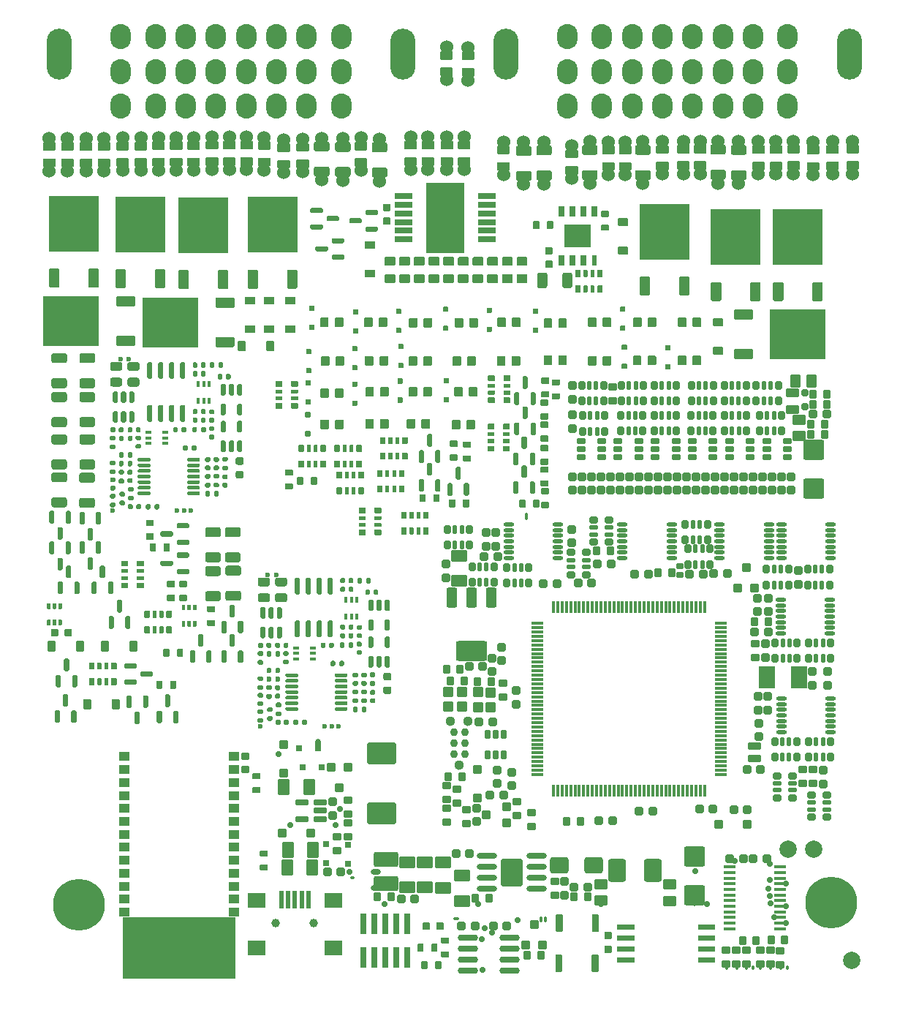
<source format=gts>
G75*
G70*
%OFA0B0*%
%FSLAX25Y25*%
%IPPOS*%
%LPD*%
%AMOC8*
5,1,8,0,0,1.08239X$1,22.5*
%
%AMM121*
21,1,0.076380,0.036220,-0.000000,0.000000,90.000000*
21,1,0.061810,0.050790,-0.000000,0.000000,90.000000*
1,1,0.014570,0.018110,0.030910*
1,1,0.014570,0.018110,-0.030910*
1,1,0.014570,-0.018110,-0.030910*
1,1,0.014570,-0.018110,0.030910*
%
%AMM122*
21,1,0.029130,0.018900,-0.000000,0.000000,0.000000*
21,1,0.018900,0.029130,-0.000000,0.000000,0.000000*
1,1,0.010240,0.009450,-0.009450*
1,1,0.010240,-0.009450,-0.009450*
1,1,0.010240,-0.009450,0.009450*
1,1,0.010240,0.009450,0.009450*
%
%AMM123*
21,1,0.041340,0.026770,-0.000000,0.000000,90.000000*
21,1,0.029130,0.038980,-0.000000,0.000000,90.000000*
1,1,0.012210,0.013390,0.014570*
1,1,0.012210,0.013390,-0.014570*
1,1,0.012210,-0.013390,-0.014570*
1,1,0.012210,-0.013390,0.014570*
%
%AMM124*
21,1,0.100000,0.111020,-0.000000,0.000000,270.000000*
21,1,0.075590,0.135430,-0.000000,0.000000,270.000000*
1,1,0.024410,-0.055510,-0.037800*
1,1,0.024410,-0.055510,0.037800*
1,1,0.024410,0.055510,0.037800*
1,1,0.024410,0.055510,-0.037800*
%
%AMM125*
21,1,0.027170,0.052760,-0.000000,0.000000,90.000000*
21,1,0.017320,0.062600,-0.000000,0.000000,90.000000*
1,1,0.009840,0.026380,0.008660*
1,1,0.009840,0.026380,-0.008660*
1,1,0.009840,-0.026380,-0.008660*
1,1,0.009840,-0.026380,0.008660*
%
%AMM126*
21,1,0.040950,0.030320,-0.000000,0.000000,180.000000*
21,1,0.028350,0.042910,-0.000000,0.000000,180.000000*
1,1,0.012600,-0.014170,0.015160*
1,1,0.012600,0.014170,0.015160*
1,1,0.012600,0.014170,-0.015160*
1,1,0.012600,-0.014170,-0.015160*
%
%AMM127*
21,1,0.038980,0.026770,-0.000000,0.000000,270.000000*
21,1,0.026770,0.038980,-0.000000,0.000000,270.000000*
1,1,0.012210,-0.013390,-0.013390*
1,1,0.012210,-0.013390,0.013390*
1,1,0.012210,0.013390,0.013390*
1,1,0.012210,0.013390,-0.013390*
%
%AMM128*
21,1,0.041340,0.026770,-0.000000,0.000000,180.000000*
21,1,0.029130,0.038980,-0.000000,0.000000,180.000000*
1,1,0.012210,-0.014570,0.013390*
1,1,0.012210,0.014570,0.013390*
1,1,0.012210,0.014570,-0.013390*
1,1,0.012210,-0.014570,-0.013390*
%
%AMM129*
21,1,0.038980,0.026770,-0.000000,0.000000,180.000000*
21,1,0.026770,0.038980,-0.000000,0.000000,180.000000*
1,1,0.012210,-0.013390,0.013390*
1,1,0.012210,0.013390,0.013390*
1,1,0.012210,0.013390,-0.013390*
1,1,0.012210,-0.013390,-0.013390*
%
%AMM130*
21,1,0.033070,0.030710,-0.000000,0.000000,90.000000*
21,1,0.022050,0.041730,-0.000000,0.000000,90.000000*
1,1,0.011020,0.015350,0.011020*
1,1,0.011020,0.015350,-0.011020*
1,1,0.011020,-0.015350,-0.011020*
1,1,0.011020,-0.015350,0.011020*
%
%AMM131*
21,1,0.029130,0.018900,-0.000000,0.000000,270.000000*
21,1,0.018900,0.029130,-0.000000,0.000000,270.000000*
1,1,0.010240,-0.009450,-0.009450*
1,1,0.010240,-0.009450,0.009450*
1,1,0.010240,0.009450,0.009450*
1,1,0.010240,0.009450,-0.009450*
%
%AMM163*
21,1,0.111810,0.050390,-0.000000,-0.000000,180.000000*
21,1,0.093700,0.068500,-0.000000,-0.000000,180.000000*
1,1,0.018110,-0.046850,0.025200*
1,1,0.018110,0.046850,0.025200*
1,1,0.018110,0.046850,-0.025200*
1,1,0.018110,-0.046850,-0.025200*
%
%AMM164*
21,1,0.044880,0.049210,-0.000000,-0.000000,270.000000*
21,1,0.031500,0.062600,-0.000000,-0.000000,270.000000*
1,1,0.013390,-0.024610,-0.015750*
1,1,0.013390,-0.024610,0.015750*
1,1,0.013390,0.024610,0.015750*
1,1,0.013390,0.024610,-0.015750*
%
%AMM165*
21,1,0.076380,0.036220,-0.000000,-0.000000,0.000000*
21,1,0.061810,0.050790,-0.000000,-0.000000,0.000000*
1,1,0.014570,0.030910,-0.018110*
1,1,0.014570,-0.030910,-0.018110*
1,1,0.014570,-0.030910,0.018110*
1,1,0.014570,0.030910,0.018110*
%
%AMM166*
21,1,0.092130,0.073230,-0.000000,-0.000000,270.000000*
21,1,0.069290,0.096060,-0.000000,-0.000000,270.000000*
1,1,0.022840,-0.036610,-0.034650*
1,1,0.022840,-0.036610,0.034650*
1,1,0.022840,0.036610,0.034650*
1,1,0.022840,0.036610,-0.034650*
%
%AMM167*
21,1,0.084250,0.053540,-0.000000,-0.000000,0.000000*
21,1,0.065350,0.072440,-0.000000,-0.000000,0.000000*
1,1,0.018900,0.032680,-0.026770*
1,1,0.018900,-0.032680,-0.026770*
1,1,0.018900,-0.032680,0.026770*
1,1,0.018900,0.032680,0.026770*
%
%AMM168*
21,1,0.127560,0.075590,-0.000000,-0.000000,90.000000*
21,1,0.103150,0.100000,-0.000000,-0.000000,90.000000*
1,1,0.024410,0.037800,0.051580*
1,1,0.024410,0.037800,-0.051580*
1,1,0.024410,-0.037800,-0.051580*
1,1,0.024410,-0.037800,0.051580*
%
%AMM169*
21,1,0.038980,0.026770,-0.000000,-0.000000,0.000000*
21,1,0.026770,0.038980,-0.000000,-0.000000,0.000000*
1,1,0.012210,0.013390,-0.013390*
1,1,0.012210,-0.013390,-0.013390*
1,1,0.012210,-0.013390,0.013390*
1,1,0.012210,0.013390,0.013390*
%
%AMM170*
21,1,0.038980,0.026770,-0.000000,-0.000000,90.000000*
21,1,0.026770,0.038980,-0.000000,-0.000000,90.000000*
1,1,0.012210,0.013390,0.013390*
1,1,0.012210,0.013390,-0.013390*
1,1,0.012210,-0.013390,-0.013390*
1,1,0.012210,-0.013390,0.013390*
%
%AMM171*
21,1,0.080320,0.083460,-0.000000,-0.000000,0.000000*
21,1,0.059840,0.103940,-0.000000,-0.000000,0.000000*
1,1,0.020470,0.029920,-0.041730*
1,1,0.020470,-0.029920,-0.041730*
1,1,0.020470,-0.029920,0.041730*
1,1,0.020470,0.029920,0.041730*
%
%AMM172*
21,1,0.033070,0.030710,-0.000000,-0.000000,0.000000*
21,1,0.022050,0.041730,-0.000000,-0.000000,0.000000*
1,1,0.011020,0.011020,-0.015350*
1,1,0.011020,-0.011020,-0.015350*
1,1,0.011020,-0.011020,0.015350*
1,1,0.011020,0.011020,0.015350*
%
%AMM173*
21,1,0.033070,0.030710,-0.000000,-0.000000,270.000000*
21,1,0.022050,0.041730,-0.000000,-0.000000,270.000000*
1,1,0.011020,-0.015350,-0.011020*
1,1,0.011020,-0.015350,0.011020*
1,1,0.011020,0.015350,0.011020*
1,1,0.011020,0.015350,-0.011020*
%
%AMM207*
21,1,0.092130,0.073230,-0.000000,-0.000000,90.000000*
21,1,0.069290,0.096060,-0.000000,-0.000000,90.000000*
1,1,0.022840,0.036610,0.034650*
1,1,0.022840,0.036610,-0.034650*
1,1,0.022840,-0.036610,-0.034650*
1,1,0.022840,-0.036610,0.034650*
%
%AMM208*
21,1,0.033070,0.030710,-0.000000,-0.000000,180.000000*
21,1,0.022050,0.041730,-0.000000,-0.000000,180.000000*
1,1,0.011020,-0.011020,0.015350*
1,1,0.011020,0.011020,0.015350*
1,1,0.011020,0.011020,-0.015350*
1,1,0.011020,-0.011020,-0.015350*
%
%AMM209*
21,1,0.023230,0.027950,-0.000000,-0.000000,180.000000*
21,1,0.014170,0.037010,-0.000000,-0.000000,180.000000*
1,1,0.009060,-0.007090,0.013980*
1,1,0.009060,0.007090,0.013980*
1,1,0.009060,0.007090,-0.013980*
1,1,0.009060,-0.007090,-0.013980*
%
%AMM21*
21,1,0.033070,0.030710,0.000000,0.000000,0.000000*
21,1,0.022050,0.041730,0.000000,0.000000,0.000000*
1,1,0.011020,0.011020,-0.015350*
1,1,0.011020,-0.011020,-0.015350*
1,1,0.011020,-0.011020,0.015350*
1,1,0.011020,0.011020,0.015350*
%
%AMM210*
21,1,0.029130,0.030710,-0.000000,-0.000000,270.000000*
21,1,0.018900,0.040950,-0.000000,-0.000000,270.000000*
1,1,0.010240,-0.015350,-0.009450*
1,1,0.010240,-0.015350,0.009450*
1,1,0.010240,0.015350,0.009450*
1,1,0.010240,0.015350,-0.009450*
%
%AMM211*
21,1,0.031100,0.026380,-0.000000,-0.000000,180.000000*
21,1,0.020470,0.037010,-0.000000,-0.000000,180.000000*
1,1,0.010630,-0.010240,0.013190*
1,1,0.010630,0.010240,0.013190*
1,1,0.010630,0.010240,-0.013190*
1,1,0.010630,-0.010240,-0.013190*
%
%AMM212*
21,1,0.044880,0.049210,-0.000000,-0.000000,0.000000*
21,1,0.031500,0.062600,-0.000000,-0.000000,0.000000*
1,1,0.013390,0.015750,-0.024610*
1,1,0.013390,-0.015750,-0.024610*
1,1,0.013390,-0.015750,0.024610*
1,1,0.013390,0.015750,0.024610*
%
%AMM213*
21,1,0.040950,0.050000,-0.000000,-0.000000,90.000000*
21,1,0.028350,0.062600,-0.000000,-0.000000,90.000000*
1,1,0.012600,0.025000,0.014170*
1,1,0.012600,0.025000,-0.014170*
1,1,0.012600,-0.025000,-0.014170*
1,1,0.012600,-0.025000,0.014170*
%
%AMM287*
21,1,0.041340,0.026770,-0.000000,-0.000000,0.000000*
21,1,0.029130,0.038980,-0.000000,-0.000000,0.000000*
1,1,0.012210,0.014570,-0.013390*
1,1,0.012210,-0.014570,-0.013390*
1,1,0.012210,-0.014570,0.013390*
1,1,0.012210,0.014570,0.013390*
%
%AMM288*
21,1,0.040950,0.030320,-0.000000,-0.000000,0.000000*
21,1,0.028350,0.042910,-0.000000,-0.000000,0.000000*
1,1,0.012600,0.014170,-0.015160*
1,1,0.012600,-0.014170,-0.015160*
1,1,0.012600,-0.014170,0.015160*
1,1,0.012600,0.014170,0.015160*
%
%AMM289*
21,1,0.040950,0.030320,-0.000000,-0.000000,90.000000*
21,1,0.028350,0.042910,-0.000000,-0.000000,90.000000*
1,1,0.012600,0.015160,0.014170*
1,1,0.012600,0.015160,-0.014170*
1,1,0.012600,-0.015160,-0.014170*
1,1,0.012600,-0.015160,0.014170*
%
%AMM290*
21,1,0.033070,0.018900,-0.000000,-0.000000,0.000000*
21,1,0.022840,0.029130,-0.000000,-0.000000,0.000000*
1,1,0.010240,0.011420,-0.009450*
1,1,0.010240,-0.011420,-0.009450*
1,1,0.010240,-0.011420,0.009450*
1,1,0.010240,0.011420,0.009450*
%
%AMM291*
21,1,0.143310,0.067720,-0.000000,-0.000000,180.000000*
21,1,0.120870,0.090160,-0.000000,-0.000000,180.000000*
1,1,0.022440,-0.060430,0.033860*
1,1,0.022440,0.060430,0.033860*
1,1,0.022440,0.060430,-0.033860*
1,1,0.022440,-0.060430,-0.033860*
%
%AMM292*
21,1,0.048820,0.075980,-0.000000,-0.000000,180.000000*
21,1,0.034650,0.090160,-0.000000,-0.000000,180.000000*
1,1,0.014170,-0.017320,0.037990*
1,1,0.014170,0.017320,0.037990*
1,1,0.014170,0.017320,-0.037990*
1,1,0.014170,-0.017320,-0.037990*
%
%AMM293*
21,1,0.048820,0.075990,-0.000000,-0.000000,180.000000*
21,1,0.034650,0.090160,-0.000000,-0.000000,180.000000*
1,1,0.014170,-0.017320,0.037990*
1,1,0.014170,0.017320,0.037990*
1,1,0.014170,0.017320,-0.037990*
1,1,0.014170,-0.017320,-0.037990*
%
%AMM294*
21,1,0.044880,0.035430,-0.000000,-0.000000,90.000000*
21,1,0.031500,0.048820,-0.000000,-0.000000,90.000000*
1,1,0.013390,0.017720,0.015750*
1,1,0.013390,0.017720,-0.015750*
1,1,0.013390,-0.017720,-0.015750*
1,1,0.013390,-0.017720,0.015750*
%
%AMM295*
21,1,0.041340,0.026770,-0.000000,-0.000000,90.000000*
21,1,0.029130,0.038980,-0.000000,-0.000000,90.000000*
1,1,0.012210,0.013390,0.014570*
1,1,0.012210,0.013390,-0.014570*
1,1,0.012210,-0.013390,-0.014570*
1,1,0.012210,-0.013390,0.014570*
%
%AMM296*
21,1,0.029130,0.030710,-0.000000,-0.000000,0.000000*
21,1,0.018900,0.040950,-0.000000,-0.000000,0.000000*
1,1,0.010240,0.009450,-0.015350*
1,1,0.010240,-0.009450,-0.015350*
1,1,0.010240,-0.009450,0.015350*
1,1,0.010240,0.009450,0.015350*
%
%AMM297*
21,1,0.033070,0.049610,-0.000000,-0.000000,90.000000*
21,1,0.022050,0.060630,-0.000000,-0.000000,90.000000*
1,1,0.011020,0.024800,0.011020*
1,1,0.011020,0.024800,-0.011020*
1,1,0.011020,-0.024800,-0.011020*
1,1,0.011020,-0.024800,0.011020*
%
%AMM298*
21,1,0.076380,0.036220,-0.000000,-0.000000,180.000000*
21,1,0.061810,0.050790,-0.000000,-0.000000,180.000000*
1,1,0.014570,-0.030910,0.018110*
1,1,0.014570,0.030910,0.018110*
1,1,0.014570,0.030910,-0.018110*
1,1,0.014570,-0.030910,-0.018110*
%
%AMM299*
21,1,0.023230,0.027950,-0.000000,-0.000000,90.000000*
21,1,0.014170,0.037010,-0.000000,-0.000000,90.000000*
1,1,0.009060,0.013980,0.007090*
1,1,0.009060,0.013980,-0.007090*
1,1,0.009060,-0.013980,-0.007090*
1,1,0.009060,-0.013980,0.007090*
%
%AMM300*
21,1,0.031100,0.026380,-0.000000,-0.000000,90.000000*
21,1,0.020470,0.037010,-0.000000,-0.000000,90.000000*
1,1,0.010630,0.013190,0.010240*
1,1,0.010630,0.013190,-0.010240*
1,1,0.010630,-0.013190,-0.010240*
1,1,0.010630,-0.013190,0.010240*
%
%AMM301*
21,1,0.015350,0.017720,-0.000000,-0.000000,0.000000*
21,1,0.000000,0.033070,-0.000000,-0.000000,0.000000*
1,1,0.015350,-0.000000,-0.008860*
1,1,0.015350,-0.000000,-0.008860*
1,1,0.015350,-0.000000,0.008860*
1,1,0.015350,-0.000000,0.008860*
%
%AMM302*
21,1,0.038980,0.026770,-0.000000,-0.000000,270.000000*
21,1,0.026770,0.038980,-0.000000,-0.000000,270.000000*
1,1,0.012210,-0.013390,-0.013390*
1,1,0.012210,-0.013390,0.013390*
1,1,0.012210,0.013390,0.013390*
1,1,0.012210,0.013390,-0.013390*
%
%AMM303*
21,1,0.033070,0.030710,-0.000000,-0.000000,90.000000*
21,1,0.022050,0.041730,-0.000000,-0.000000,90.000000*
1,1,0.011020,0.015350,0.011020*
1,1,0.011020,0.015350,-0.011020*
1,1,0.011020,-0.015350,-0.011020*
1,1,0.011020,-0.015350,0.011020*
%
%AMM307*
21,1,0.038980,0.026770,-0.000000,-0.000000,180.000000*
21,1,0.026770,0.038980,-0.000000,-0.000000,180.000000*
1,1,0.012210,-0.013390,0.013390*
1,1,0.012210,0.013390,0.013390*
1,1,0.012210,0.013390,-0.013390*
1,1,0.012210,-0.013390,-0.013390*
%
%AMM47*
21,1,0.038980,0.026770,0.000000,0.000000,0.000000*
21,1,0.026770,0.038980,0.000000,0.000000,0.000000*
1,1,0.012210,0.013390,-0.013390*
1,1,0.012210,-0.013390,-0.013390*
1,1,0.012210,-0.013390,0.013390*
1,1,0.012210,0.013390,0.013390*
%
%AMM48*
21,1,0.033070,0.030710,0.000000,0.000000,270.000000*
21,1,0.022050,0.041730,0.000000,0.000000,270.000000*
1,1,0.011020,-0.015350,-0.011020*
1,1,0.011020,-0.015350,0.011020*
1,1,0.011020,0.015350,0.011020*
1,1,0.011020,0.015350,-0.011020*
%
%ADD102O,0.11417X0.23228*%
%ADD106C,0.02362*%
%ADD108R,0.05118X0.03937*%
%ADD109O,0.01535X0.02520*%
%ADD112M21*%
%ADD113R,0.01969X0.07874*%
%ADD118O,0.01969X0.00787*%
%ADD124C,0.03937*%
%ADD128R,0.07874X0.02559*%
%ADD141R,0.17717X0.31890*%
%ADD143C,0.00472*%
%ADD153R,0.25197X0.22835*%
%ADD161O,0.00984X0.01969*%
%ADD168C,0.03701*%
%ADD173O,0.05669X0.01417*%
%ADD175C,0.23622*%
%ADD184O,0.09213X0.02913*%
%ADD186O,0.04488X0.02520*%
%ADD187R,0.22835X0.25197*%
%ADD189R,0.02559X0.01575*%
%ADD200C,0.06000*%
%ADD207R,0.05906X0.05217*%
%ADD212C,0.04451*%
%ADD215R,0.07874X0.06693*%
%ADD225R,0.02559X0.05157*%
%ADD232R,0.02913X0.09449*%
%ADD234O,0.00787X0.01575*%
%ADD236O,0.09449X0.11417*%
%ADD242M47*%
%ADD264M121*%
%ADD265M122*%
%ADD266M123*%
%ADD267O,0.02520X0.01339*%
%ADD268M124*%
%ADD269M125*%
%ADD270M126*%
%ADD271M127*%
%ADD272M128*%
%ADD273M129*%
%ADD274M130*%
%ADD275M131*%
%ADD30O,0.03937X0.01969*%
%ADD315M163*%
%ADD316M164*%
%ADD317M165*%
%ADD318M166*%
%ADD319M167*%
%ADD32O,0.02520X0.04488*%
%ADD320M168*%
%ADD321M169*%
%ADD322M170*%
%ADD323M171*%
%ADD324M172*%
%ADD325M173*%
%ADD359M207*%
%ADD360M208*%
%ADD361M209*%
%ADD362M210*%
%ADD363M211*%
%ADD364M212*%
%ADD365M213*%
%ADD38C,0.07874*%
%ADD40R,0.02362X0.05157*%
%ADD43R,0.07244X0.10000*%
%ADD443M287*%
%ADD444M288*%
%ADD445M289*%
%ADD446M290*%
%ADD447M291*%
%ADD448M292*%
%ADD449M293*%
%ADD450M294*%
%ADD451M295*%
%ADD452M296*%
%ADD453M297*%
%ADD454M298*%
%ADD455M299*%
%ADD456M300*%
%ADD457M301*%
%ADD458M302*%
%ADD459M303*%
%ADD469M307*%
%ADD49O,0.01339X0.02126*%
%ADD53O,0.04882X0.01732*%
%ADD58O,0.05512X0.01535*%
%ADD59O,0.01969X0.03937*%
%ADD63O,0.02520X0.01535*%
%ADD77C,0.02913*%
%ADD79R,0.01575X0.02559*%
%ADD83M48*%
%ADD86O,0.01417X0.05669*%
%ADD87C,0.03651*%
%ADD88O,0.09213X0.02520*%
%ADD89O,0.01969X0.00984*%
X0000000Y0000000D02*
%LPD*%
G01*
D143*
X0038780Y0000787D02*
X0038780Y0028346D01*
X0038780Y0028346D02*
X0089961Y0028346D01*
X0089961Y0028346D02*
X0089961Y0000787D01*
X0089961Y0000787D02*
X0038780Y0000787D01*
G36*
X0089961Y0000787D02*
G01*
X0038780Y0000787D01*
X0038780Y0028346D01*
X0089961Y0028346D01*
X0089961Y0000787D01*
G37*
X0089961Y0000787D02*
X0038780Y0000787D01*
X0038780Y0028346D01*
X0089961Y0028346D01*
X0089961Y0000787D01*
D234*
X0342145Y0005415D03*
X0339153Y0005415D03*
X0334527Y0005415D03*
X0329901Y0005415D03*
X0326594Y0005415D03*
X0323641Y0005415D03*
X0319015Y0005415D03*
X0314389Y0005415D03*
D106*
X0334232Y0045177D03*
X0341456Y0043504D03*
X0333385Y0041339D03*
X0334232Y0037894D03*
X0334527Y0034547D03*
X0341456Y0033268D03*
X0336299Y0028150D03*
X0341456Y0025591D03*
X0318129Y0053839D03*
X0334173Y0052657D03*
G36*
G01*
X0098858Y0294508D02*
X0094843Y0294508D01*
G75*
G02*
X0094488Y0294862I0000000J0000354D01*
G01*
X0094488Y0297697D01*
G75*
G02*
X0094843Y0298051I0000354J0000000D01*
G01*
X0098858Y0298051D01*
G75*
G02*
X0099213Y0297697I0000000J-000354D01*
G01*
X0099213Y0294862D01*
G75*
G02*
X0098858Y0294508I-000354J0000000D01*
G01*
G37*
G36*
G01*
X0098858Y0307500D02*
X0094843Y0307500D01*
G75*
G02*
X0094488Y0307854I0000000J0000354D01*
G01*
X0094488Y0310689D01*
G75*
G02*
X0094843Y0311043I0000354J0000000D01*
G01*
X0098858Y0311043D01*
G75*
G02*
X0099213Y0310689I0000000J-000354D01*
G01*
X0099213Y0307854D01*
G75*
G02*
X0098858Y0307500I-000354J0000000D01*
G01*
G37*
G36*
G01*
X0304626Y0368898D02*
X0299705Y0368898D01*
G75*
G02*
X0299311Y0369291I0000000J0000394D01*
G01*
X0299311Y0372441D01*
G75*
G02*
X0299705Y0372835I0000394J0000000D01*
G01*
X0304626Y0372835D01*
G75*
G02*
X0305020Y0372441I0000000J-000394D01*
G01*
X0305020Y0369291D01*
G75*
G02*
X0304626Y0368898I-000394J0000000D01*
G01*
G37*
D200*
X0302165Y0367106D03*
X0302165Y0382106D03*
G36*
G01*
X0304626Y0376378D02*
X0299705Y0376378D01*
G75*
G02*
X0299311Y0376772I0000000J0000394D01*
G01*
X0299311Y0379921D01*
G75*
G02*
X0299705Y0380315I0000394J0000000D01*
G01*
X0304626Y0380315D01*
G75*
G02*
X0305020Y0379921I0000000J-000394D01*
G01*
X0305020Y0376772D01*
G75*
G02*
X0304626Y0376378I-000394J0000000D01*
G01*
G37*
G36*
G01*
X0049646Y0209449D02*
X0052717Y0209449D01*
G75*
G02*
X0052992Y0209173I0000000J-000276D01*
G01*
X0052992Y0206969D01*
G75*
G02*
X0052717Y0206693I-000276J0000000D01*
G01*
X0049646Y0206693D01*
G75*
G02*
X0049370Y0206969I0000000J0000276D01*
G01*
X0049370Y0209173D01*
G75*
G02*
X0049646Y0209449I0000276J0000000D01*
G01*
G37*
G36*
G01*
X0049646Y0203150D02*
X0052717Y0203150D01*
G75*
G02*
X0052992Y0202874I0000000J-000276D01*
G01*
X0052992Y0200669D01*
G75*
G02*
X0052717Y0200394I-000276J0000000D01*
G01*
X0049646Y0200394D01*
G75*
G02*
X0049370Y0200669I0000000J0000276D01*
G01*
X0049370Y0202874D01*
G75*
G02*
X0049646Y0203150I0000276J0000000D01*
G01*
G37*
G36*
G01*
X0101614Y0058661D02*
X0104685Y0058661D01*
G75*
G02*
X0104961Y0058386I0000000J-000276D01*
G01*
X0104961Y0056181D01*
G75*
G02*
X0104685Y0055906I-000276J0000000D01*
G01*
X0101614Y0055906D01*
G75*
G02*
X0101339Y0056181I0000000J0000276D01*
G01*
X0101339Y0058386D01*
G75*
G02*
X0101614Y0058661I0000276J0000000D01*
G01*
G37*
G36*
G01*
X0101614Y0052362D02*
X0104685Y0052362D01*
G75*
G02*
X0104961Y0052087I0000000J-000276D01*
G01*
X0104961Y0049882D01*
G75*
G02*
X0104685Y0049606I-000276J0000000D01*
G01*
X0101614Y0049606D01*
G75*
G02*
X0101339Y0049882I0000000J0000276D01*
G01*
X0101339Y0052087D01*
G75*
G02*
X0101614Y0052362I0000276J0000000D01*
G01*
G37*
G36*
G01*
X0136220Y0221319D02*
X0136220Y0223957D01*
G75*
G02*
X0136476Y0224213I0000256J0000000D01*
G01*
X0138524Y0224213D01*
G75*
G02*
X0138780Y0223957I0000000J-000256D01*
G01*
X0138780Y0221319D01*
G75*
G02*
X0138524Y0221063I-000256J0000000D01*
G01*
X0136476Y0221063D01*
G75*
G02*
X0136220Y0221319I0000000J0000256D01*
G01*
G37*
G36*
G01*
X0140059Y0221240D02*
X0140059Y0224035D01*
G75*
G02*
X0140236Y0224213I0000177J0000000D01*
G01*
X0141654Y0224213D01*
G75*
G02*
X0141831Y0224035I0000000J-000177D01*
G01*
X0141831Y0221240D01*
G75*
G02*
X0141654Y0221063I-000177J0000000D01*
G01*
X0140236Y0221063D01*
G75*
G02*
X0140059Y0221240I0000000J0000177D01*
G01*
G37*
G36*
G01*
X0143209Y0221240D02*
X0143209Y0224035D01*
G75*
G02*
X0143386Y0224213I0000177J0000000D01*
G01*
X0144803Y0224213D01*
G75*
G02*
X0144980Y0224035I0000000J-000177D01*
G01*
X0144980Y0221240D01*
G75*
G02*
X0144803Y0221063I-000177J0000000D01*
G01*
X0143386Y0221063D01*
G75*
G02*
X0143209Y0221240I0000000J0000177D01*
G01*
G37*
G36*
G01*
X0146260Y0221319D02*
X0146260Y0223957D01*
G75*
G02*
X0146516Y0224213I0000256J0000000D01*
G01*
X0148563Y0224213D01*
G75*
G02*
X0148819Y0223957I0000000J-000256D01*
G01*
X0148819Y0221319D01*
G75*
G02*
X0148563Y0221063I-000256J0000000D01*
G01*
X0146516Y0221063D01*
G75*
G02*
X0146260Y0221319I0000000J0000256D01*
G01*
G37*
G36*
G01*
X0146260Y0228406D02*
X0146260Y0231043D01*
G75*
G02*
X0146516Y0231299I0000256J0000000D01*
G01*
X0148563Y0231299D01*
G75*
G02*
X0148819Y0231043I0000000J-000256D01*
G01*
X0148819Y0228406D01*
G75*
G02*
X0148563Y0228150I-000256J0000000D01*
G01*
X0146516Y0228150D01*
G75*
G02*
X0146260Y0228406I0000000J0000256D01*
G01*
G37*
G36*
G01*
X0143209Y0228327D02*
X0143209Y0231122D01*
G75*
G02*
X0143386Y0231299I0000177J0000000D01*
G01*
X0144803Y0231299D01*
G75*
G02*
X0144980Y0231122I0000000J-000177D01*
G01*
X0144980Y0228327D01*
G75*
G02*
X0144803Y0228150I-000177J0000000D01*
G01*
X0143386Y0228150D01*
G75*
G02*
X0143209Y0228327I0000000J0000177D01*
G01*
G37*
G36*
G01*
X0140059Y0228327D02*
X0140059Y0231122D01*
G75*
G02*
X0140236Y0231299I0000177J0000000D01*
G01*
X0141654Y0231299D01*
G75*
G02*
X0141831Y0231122I0000000J-000177D01*
G01*
X0141831Y0228327D01*
G75*
G02*
X0141654Y0228150I-000177J0000000D01*
G01*
X0140236Y0228150D01*
G75*
G02*
X0140059Y0228327I0000000J0000177D01*
G01*
G37*
G36*
G01*
X0136220Y0228406D02*
X0136220Y0231043D01*
G75*
G02*
X0136476Y0231299I0000256J0000000D01*
G01*
X0138524Y0231299D01*
G75*
G02*
X0138780Y0231043I0000000J-000256D01*
G01*
X0138780Y0228406D01*
G75*
G02*
X0138524Y0228150I-000256J0000000D01*
G01*
X0136476Y0228150D01*
G75*
G02*
X0136220Y0228406I0000000J0000256D01*
G01*
G37*
G36*
G01*
X0199409Y0254528D02*
X0199409Y0250984D01*
G75*
G02*
X0199016Y0250591I-000394J0000000D01*
G01*
X0195866Y0250591D01*
G75*
G02*
X0195472Y0250984I0000000J0000394D01*
G01*
X0195472Y0254528D01*
G75*
G02*
X0195866Y0254921I0000394J0000000D01*
G01*
X0199016Y0254921D01*
G75*
G02*
X0199409Y0254528I0000000J-000394D01*
G01*
G37*
G36*
G01*
X0192717Y0254528D02*
X0192717Y0250984D01*
G75*
G02*
X0192323Y0250591I-000394J0000000D01*
G01*
X0189173Y0250591D01*
G75*
G02*
X0188780Y0250984I0000000J0000394D01*
G01*
X0188780Y0254528D01*
G75*
G02*
X0189173Y0254921I0000394J0000000D01*
G01*
X0192323Y0254921D01*
G75*
G02*
X0192717Y0254528I0000000J-000394D01*
G01*
G37*
G36*
G01*
X0215295Y0262598D02*
X0212657Y0262598D01*
G75*
G02*
X0212402Y0262854I0000000J0000256D01*
G01*
X0212402Y0264902D01*
G75*
G02*
X0212657Y0265157I0000256J0000000D01*
G01*
X0215295Y0265157D01*
G75*
G02*
X0215551Y0264902I0000000J-000256D01*
G01*
X0215551Y0262854D01*
G75*
G02*
X0215295Y0262598I-000256J0000000D01*
G01*
G37*
G36*
G01*
X0215374Y0266437D02*
X0212579Y0266437D01*
G75*
G02*
X0212402Y0266614I0000000J0000177D01*
G01*
X0212402Y0268031D01*
G75*
G02*
X0212579Y0268209I0000177J0000000D01*
G01*
X0215374Y0268209D01*
G75*
G02*
X0215551Y0268031I0000000J-000177D01*
G01*
X0215551Y0266614D01*
G75*
G02*
X0215374Y0266437I-000177J0000000D01*
G01*
G37*
G36*
G01*
X0215374Y0269587D02*
X0212579Y0269587D01*
G75*
G02*
X0212402Y0269764I0000000J0000177D01*
G01*
X0212402Y0271181D01*
G75*
G02*
X0212579Y0271358I0000177J0000000D01*
G01*
X0215374Y0271358D01*
G75*
G02*
X0215551Y0271181I0000000J-000177D01*
G01*
X0215551Y0269764D01*
G75*
G02*
X0215374Y0269587I-000177J0000000D01*
G01*
G37*
G36*
G01*
X0215295Y0272638D02*
X0212657Y0272638D01*
G75*
G02*
X0212402Y0272894I0000000J0000256D01*
G01*
X0212402Y0274941D01*
G75*
G02*
X0212657Y0275197I0000256J0000000D01*
G01*
X0215295Y0275197D01*
G75*
G02*
X0215551Y0274941I0000000J-000256D01*
G01*
X0215551Y0272894D01*
G75*
G02*
X0215295Y0272638I-000256J0000000D01*
G01*
G37*
G36*
G01*
X0208209Y0272638D02*
X0205571Y0272638D01*
G75*
G02*
X0205315Y0272894I0000000J0000256D01*
G01*
X0205315Y0274941D01*
G75*
G02*
X0205571Y0275197I0000256J0000000D01*
G01*
X0208209Y0275197D01*
G75*
G02*
X0208465Y0274941I0000000J-000256D01*
G01*
X0208465Y0272894D01*
G75*
G02*
X0208209Y0272638I-000256J0000000D01*
G01*
G37*
G36*
G01*
X0208287Y0269587D02*
X0205492Y0269587D01*
G75*
G02*
X0205315Y0269764I0000000J0000177D01*
G01*
X0205315Y0271181D01*
G75*
G02*
X0205492Y0271358I0000177J0000000D01*
G01*
X0208287Y0271358D01*
G75*
G02*
X0208465Y0271181I0000000J-000177D01*
G01*
X0208465Y0269764D01*
G75*
G02*
X0208287Y0269587I-000177J0000000D01*
G01*
G37*
G36*
G01*
X0208287Y0266437D02*
X0205492Y0266437D01*
G75*
G02*
X0205315Y0266614I0000000J0000177D01*
G01*
X0205315Y0268031D01*
G75*
G02*
X0205492Y0268209I0000177J0000000D01*
G01*
X0208287Y0268209D01*
G75*
G02*
X0208465Y0268031I0000000J-000177D01*
G01*
X0208465Y0266614D01*
G75*
G02*
X0208287Y0266437I-000177J0000000D01*
G01*
G37*
G36*
G01*
X0208209Y0262598D02*
X0205571Y0262598D01*
G75*
G02*
X0205315Y0262854I0000000J0000256D01*
G01*
X0205315Y0264902D01*
G75*
G02*
X0205571Y0265157I0000256J0000000D01*
G01*
X0208209Y0265157D01*
G75*
G02*
X0208465Y0264902I0000000J-000256D01*
G01*
X0208465Y0262854D01*
G75*
G02*
X0208209Y0262598I-000256J0000000D01*
G01*
G37*
G36*
G01*
X0265551Y0295715D02*
X0265551Y0297604D01*
G75*
G02*
X0265787Y0297841I0000236J0000000D01*
G01*
X0267677Y0297841D01*
G75*
G02*
X0267913Y0297604I0000000J-000236D01*
G01*
X0267913Y0295715D01*
G75*
G02*
X0267677Y0295478I-000236J0000000D01*
G01*
X0265787Y0295478D01*
G75*
G02*
X0265551Y0295715I0000000J0000236D01*
G01*
G37*
G36*
G01*
X0265551Y0304376D02*
X0265551Y0306266D01*
G75*
G02*
X0265787Y0306502I0000236J0000000D01*
G01*
X0267677Y0306502D01*
G75*
G02*
X0267913Y0306266I0000000J-000236D01*
G01*
X0267913Y0304376D01*
G75*
G02*
X0267677Y0304140I-000236J0000000D01*
G01*
X0265787Y0304140D01*
G75*
G02*
X0265551Y0304376I0000000J0000236D01*
G01*
G37*
G36*
G01*
X0093346Y0103406D02*
X0096024Y0103406D01*
G75*
G02*
X0096358Y0103071I0000000J-000335D01*
G01*
X0096358Y0100394D01*
G75*
G02*
X0096024Y0100059I-000335J0000000D01*
G01*
X0093346Y0100059D01*
G75*
G02*
X0093012Y0100394I0000000J0000335D01*
G01*
X0093012Y0103071D01*
G75*
G02*
X0093346Y0103406I0000335J0000000D01*
G01*
G37*
G36*
G01*
X0093346Y0097185D02*
X0096024Y0097185D01*
G75*
G02*
X0096358Y0096850I0000000J-000335D01*
G01*
X0096358Y0094173D01*
G75*
G02*
X0096024Y0093839I-000335J0000000D01*
G01*
X0093346Y0093839D01*
G75*
G02*
X0093012Y0094173I0000000J0000335D01*
G01*
X0093012Y0096850D01*
G75*
G02*
X0093346Y0097185I0000335J0000000D01*
G01*
G37*
G36*
G01*
X0124606Y0272795D02*
X0124606Y0270906D01*
G75*
G02*
X0124370Y0270669I-000236J0000000D01*
G01*
X0122480Y0270669D01*
G75*
G02*
X0122244Y0270906I0000000J0000236D01*
G01*
X0122244Y0272795D01*
G75*
G02*
X0122480Y0273031I0000236J0000000D01*
G01*
X0124370Y0273031D01*
G75*
G02*
X0124606Y0272795I0000000J-000236D01*
G01*
G37*
G36*
G01*
X0124606Y0264134D02*
X0124606Y0262244D01*
G75*
G02*
X0124370Y0262008I-000236J0000000D01*
G01*
X0122480Y0262008D01*
G75*
G02*
X0122244Y0262244I0000000J0000236D01*
G01*
X0122244Y0264134D01*
G75*
G02*
X0122480Y0264370I0000236J0000000D01*
G01*
X0124370Y0264370D01*
G75*
G02*
X0124606Y0264134I0000000J-000236D01*
G01*
G37*
G36*
G01*
X0229567Y0243504D02*
X0232638Y0243504D01*
G75*
G02*
X0232913Y0243228I0000000J-000276D01*
G01*
X0232913Y0241024D01*
G75*
G02*
X0232638Y0240748I-000276J0000000D01*
G01*
X0229567Y0240748D01*
G75*
G02*
X0229291Y0241024I0000000J0000276D01*
G01*
X0229291Y0243228D01*
G75*
G02*
X0229567Y0243504I0000276J0000000D01*
G01*
G37*
G36*
G01*
X0229567Y0237205D02*
X0232638Y0237205D01*
G75*
G02*
X0232913Y0236929I0000000J-000276D01*
G01*
X0232913Y0234724D01*
G75*
G02*
X0232638Y0234449I-000276J0000000D01*
G01*
X0229567Y0234449D01*
G75*
G02*
X0229291Y0234724I0000000J0000276D01*
G01*
X0229291Y0236929D01*
G75*
G02*
X0229567Y0237205I0000276J0000000D01*
G01*
G37*
D175*
X0018909Y0033933D03*
G36*
G01*
X0160039Y0254921D02*
X0160039Y0251378D01*
G75*
G02*
X0159646Y0250984I-000394J0000000D01*
G01*
X0156496Y0250984D01*
G75*
G02*
X0156102Y0251378I0000000J0000394D01*
G01*
X0156102Y0254921D01*
G75*
G02*
X0156496Y0255315I0000394J0000000D01*
G01*
X0159646Y0255315D01*
G75*
G02*
X0160039Y0254921I0000000J-000394D01*
G01*
G37*
G36*
G01*
X0153346Y0254921D02*
X0153346Y0251378D01*
G75*
G02*
X0152953Y0250984I-000394J0000000D01*
G01*
X0149803Y0250984D01*
G75*
G02*
X0149409Y0251378I0000000J0000394D01*
G01*
X0149409Y0254921D01*
G75*
G02*
X0149803Y0255315I0000394J0000000D01*
G01*
X0152953Y0255315D01*
G75*
G02*
X0153346Y0254921I0000000J-000394D01*
G01*
G37*
G36*
G01*
X0175492Y0382087D02*
X0180413Y0382087D01*
G75*
G02*
X0180807Y0381693I0000000J-000394D01*
G01*
X0180807Y0378543D01*
G75*
G02*
X0180413Y0378150I-000394J0000000D01*
G01*
X0175492Y0378150D01*
G75*
G02*
X0175098Y0378543I0000000J0000394D01*
G01*
X0175098Y0381693D01*
G75*
G02*
X0175492Y0382087I0000394J0000000D01*
G01*
G37*
D200*
X0177953Y0383878D03*
X0177953Y0368878D03*
G36*
G01*
X0175492Y0374606D02*
X0180413Y0374606D01*
G75*
G02*
X0180807Y0374213I0000000J-000394D01*
G01*
X0180807Y0371063D01*
G75*
G02*
X0180413Y0370669I-000394J0000000D01*
G01*
X0175492Y0370669D01*
G75*
G02*
X0175098Y0371063I0000000J0000394D01*
G01*
X0175098Y0374213D01*
G75*
G02*
X0175492Y0374606I0000394J0000000D01*
G01*
G37*
X0294488Y0367106D03*
G36*
G01*
X0296949Y0368898D02*
X0292028Y0368898D01*
G75*
G02*
X0291634Y0369291I0000000J0000394D01*
G01*
X0291634Y0372441D01*
G75*
G02*
X0292028Y0372835I0000394J0000000D01*
G01*
X0296949Y0372835D01*
G75*
G02*
X0297343Y0372441I0000000J-000394D01*
G01*
X0297343Y0369291D01*
G75*
G02*
X0296949Y0368898I-000394J0000000D01*
G01*
G37*
G36*
G01*
X0296949Y0376378D02*
X0292028Y0376378D01*
G75*
G02*
X0291634Y0376772I0000000J0000394D01*
G01*
X0291634Y0379921D01*
G75*
G02*
X0292028Y0380315I0000394J0000000D01*
G01*
X0296949Y0380315D01*
G75*
G02*
X0297343Y0379921I0000000J-000394D01*
G01*
X0297343Y0376772D01*
G75*
G02*
X0296949Y0376378I-000394J0000000D01*
G01*
G37*
X0294488Y0382106D03*
X0095276Y0368878D03*
G36*
G01*
X0097736Y0370669D02*
X0092815Y0370669D01*
G75*
G02*
X0092421Y0371063I0000000J0000394D01*
G01*
X0092421Y0374213D01*
G75*
G02*
X0092815Y0374606I0000394J0000000D01*
G01*
X0097736Y0374606D01*
G75*
G02*
X0098130Y0374213I0000000J-000394D01*
G01*
X0098130Y0371063D01*
G75*
G02*
X0097736Y0370669I-000394J0000000D01*
G01*
G37*
G36*
G01*
X0097736Y0378150D02*
X0092815Y0378150D01*
G75*
G02*
X0092421Y0378543I0000000J0000394D01*
G01*
X0092421Y0381693D01*
G75*
G02*
X0092815Y0382087I0000394J0000000D01*
G01*
X0097736Y0382087D01*
G75*
G02*
X0098130Y0381693I0000000J-000394D01*
G01*
X0098130Y0378543D01*
G75*
G02*
X0097736Y0378150I-000394J0000000D01*
G01*
G37*
X0095276Y0383878D03*
G36*
G01*
X0013386Y0236004D02*
X0013386Y0233287D01*
G75*
G02*
X0012480Y0232382I-000906J0000000D01*
G01*
X0007205Y0232382D01*
G75*
G02*
X0006299Y0233287I0000000J0000906D01*
G01*
X0006299Y0236004D01*
G75*
G02*
X0007205Y0236909I0000906J0000000D01*
G01*
X0012480Y0236909D01*
G75*
G02*
X0013386Y0236004I0000000J-000906D01*
G01*
G37*
G36*
G01*
X0013386Y0247421D02*
X0013386Y0244705D01*
G75*
G02*
X0012480Y0243799I-000906J0000000D01*
G01*
X0007205Y0243799D01*
G75*
G02*
X0006299Y0244705I0000000J0000906D01*
G01*
X0006299Y0247421D01*
G75*
G02*
X0007205Y0248327I0000906J0000000D01*
G01*
X0012480Y0248327D01*
G75*
G02*
X0013386Y0247421I0000000J-000906D01*
G01*
G37*
D38*
X0353937Y0059252D03*
G36*
G01*
X0229961Y0274213D02*
X0233031Y0274213D01*
G75*
G02*
X0233307Y0273937I0000000J-000276D01*
G01*
X0233307Y0271732D01*
G75*
G02*
X0233031Y0271457I-000276J0000000D01*
G01*
X0229961Y0271457D01*
G75*
G02*
X0229685Y0271732I0000000J0000276D01*
G01*
X0229685Y0273937D01*
G75*
G02*
X0229961Y0274213I0000276J0000000D01*
G01*
G37*
G36*
G01*
X0229961Y0267913D02*
X0233031Y0267913D01*
G75*
G02*
X0233307Y0267638I0000000J-000276D01*
G01*
X0233307Y0265433D01*
G75*
G02*
X0233031Y0265157I-000276J0000000D01*
G01*
X0229961Y0265157D01*
G75*
G02*
X0229685Y0265433I0000000J0000276D01*
G01*
X0229685Y0267638D01*
G75*
G02*
X0229961Y0267913I0000276J0000000D01*
G01*
G37*
G36*
G01*
X0124311Y0349803D02*
X0124311Y0350984D01*
G75*
G02*
X0124902Y0351575I0000591J0000000D01*
G01*
X0129528Y0351575D01*
G75*
G02*
X0130118Y0350984I0000000J-000591D01*
G01*
X0130118Y0349803D01*
G75*
G02*
X0129528Y0349213I-000591J0000000D01*
G01*
X0124902Y0349213D01*
G75*
G02*
X0124311Y0349803I0000000J0000591D01*
G01*
G37*
G36*
G01*
X0131693Y0346063D02*
X0131693Y0347244D01*
G75*
G02*
X0132283Y0347835I0000591J0000000D01*
G01*
X0136909Y0347835D01*
G75*
G02*
X0137500Y0347244I0000000J-000591D01*
G01*
X0137500Y0346063D01*
G75*
G02*
X0136909Y0345472I-000591J0000000D01*
G01*
X0132283Y0345472D01*
G75*
G02*
X0131693Y0346063I0000000J0000591D01*
G01*
G37*
G36*
G01*
X0124311Y0342323D02*
X0124311Y0343504D01*
G75*
G02*
X0124902Y0344094I0000591J0000000D01*
G01*
X0129528Y0344094D01*
G75*
G02*
X0130118Y0343504I0000000J-000591D01*
G01*
X0130118Y0342323D01*
G75*
G02*
X0129528Y0341732I-000591J0000000D01*
G01*
X0124902Y0341732D01*
G75*
G02*
X0124311Y0342323I0000000J0000591D01*
G01*
G37*
D200*
X0251772Y0381890D03*
G36*
G01*
X0248228Y0376595D02*
X0248228Y0379311D01*
G75*
G02*
X0249134Y0380217I0000906J0000000D01*
G01*
X0254409Y0380217D01*
G75*
G02*
X0255315Y0379311I0000000J-000906D01*
G01*
X0255315Y0376595D01*
G75*
G02*
X0254409Y0375689I-000906J0000000D01*
G01*
X0249134Y0375689D01*
G75*
G02*
X0248228Y0376595I0000000J0000906D01*
G01*
G37*
X0251772Y0362598D03*
G36*
G01*
X0248228Y0365177D02*
X0248228Y0367894D01*
G75*
G02*
X0249134Y0368799I0000906J0000000D01*
G01*
X0254409Y0368799D01*
G75*
G02*
X0255315Y0367894I0000000J-000906D01*
G01*
X0255315Y0365177D01*
G75*
G02*
X0254409Y0364272I-000906J0000000D01*
G01*
X0249134Y0364272D01*
G75*
G02*
X0248228Y0365177I0000000J0000906D01*
G01*
G37*
G36*
G01*
X0188622Y0220374D02*
X0187441Y0220374D01*
G75*
G02*
X0186850Y0220965I0000000J0000591D01*
G01*
X0186850Y0225591D01*
G75*
G02*
X0187441Y0226181I0000591J0000000D01*
G01*
X0188622Y0226181D01*
G75*
G02*
X0189213Y0225591I0000000J-000591D01*
G01*
X0189213Y0220965D01*
G75*
G02*
X0188622Y0220374I-000591J0000000D01*
G01*
G37*
G36*
G01*
X0192362Y0227756D02*
X0191181Y0227756D01*
G75*
G02*
X0190591Y0228346I0000000J0000591D01*
G01*
X0190591Y0232972D01*
G75*
G02*
X0191181Y0233563I0000591J0000000D01*
G01*
X0192362Y0233563D01*
G75*
G02*
X0192953Y0232972I0000000J-000591D01*
G01*
X0192953Y0228346D01*
G75*
G02*
X0192362Y0227756I-000591J0000000D01*
G01*
G37*
G36*
G01*
X0196102Y0220374D02*
X0194921Y0220374D01*
G75*
G02*
X0194331Y0220965I0000000J0000591D01*
G01*
X0194331Y0225591D01*
G75*
G02*
X0194921Y0226181I0000591J0000000D01*
G01*
X0196102Y0226181D01*
G75*
G02*
X0196693Y0225591I0000000J-000591D01*
G01*
X0196693Y0220965D01*
G75*
G02*
X0196102Y0220374I-000591J0000000D01*
G01*
G37*
G36*
G01*
X0266339Y0278386D02*
X0266339Y0280276D01*
G75*
G02*
X0266575Y0280512I0000236J0000000D01*
G01*
X0268465Y0280512D01*
G75*
G02*
X0268701Y0280276I0000000J-000236D01*
G01*
X0268701Y0278386D01*
G75*
G02*
X0268465Y0278150I-000236J0000000D01*
G01*
X0266575Y0278150D01*
G75*
G02*
X0266339Y0278386I0000000J0000236D01*
G01*
G37*
G36*
G01*
X0266339Y0287047D02*
X0266339Y0288937D01*
G75*
G02*
X0266575Y0289173I0000236J0000000D01*
G01*
X0268465Y0289173D01*
G75*
G02*
X0268701Y0288937I0000000J-000236D01*
G01*
X0268701Y0287047D01*
G75*
G02*
X0268465Y0286811I-000236J0000000D01*
G01*
X0266575Y0286811D01*
G75*
G02*
X0266339Y0287047I0000000J0000236D01*
G01*
G37*
G36*
G01*
X0159449Y0301181D02*
X0159449Y0297638D01*
G75*
G02*
X0159055Y0297244I-000394J0000000D01*
G01*
X0155906Y0297244D01*
G75*
G02*
X0155512Y0297638I0000000J0000394D01*
G01*
X0155512Y0301181D01*
G75*
G02*
X0155906Y0301575I0000394J0000000D01*
G01*
X0159055Y0301575D01*
G75*
G02*
X0159449Y0301181I0000000J-000394D01*
G01*
G37*
G36*
G01*
X0152756Y0301181D02*
X0152756Y0297638D01*
G75*
G02*
X0152362Y0297244I-000394J0000000D01*
G01*
X0149213Y0297244D01*
G75*
G02*
X0148819Y0297638I0000000J0000394D01*
G01*
X0148819Y0301181D01*
G75*
G02*
X0149213Y0301575I0000394J0000000D01*
G01*
X0152362Y0301575D01*
G75*
G02*
X0152756Y0301181I0000000J-000394D01*
G01*
G37*
G36*
G01*
X0231732Y0333720D02*
X0234409Y0333720D01*
G75*
G02*
X0234744Y0333386I0000000J-000335D01*
G01*
X0234744Y0330709D01*
G75*
G02*
X0234409Y0330374I-000335J0000000D01*
G01*
X0231732Y0330374D01*
G75*
G02*
X0231398Y0330709I0000000J0000335D01*
G01*
X0231398Y0333386D01*
G75*
G02*
X0231732Y0333720I0000335J0000000D01*
G01*
G37*
G36*
G01*
X0231732Y0327500D02*
X0234409Y0327500D01*
G75*
G02*
X0234744Y0327165I0000000J-000335D01*
G01*
X0234744Y0324488D01*
G75*
G02*
X0234409Y0324154I-000335J0000000D01*
G01*
X0231732Y0324154D01*
G75*
G02*
X0231398Y0324488I0000000J0000335D01*
G01*
X0231398Y0327165D01*
G75*
G02*
X0231732Y0327500I0000335J0000000D01*
G01*
G37*
G36*
G01*
X0100000Y0314764D02*
X0096220Y0314764D01*
G75*
G02*
X0095748Y0315236I0000000J0000472D01*
G01*
X0095748Y0322953D01*
G75*
G02*
X0096220Y0323425I0000472J0000000D01*
G01*
X0100000Y0323425D01*
G75*
G02*
X0100472Y0322953I0000000J-000472D01*
G01*
X0100472Y0315236D01*
G75*
G02*
X0100000Y0314764I-000472J0000000D01*
G01*
G37*
D187*
X0107087Y0343898D03*
G36*
G01*
X0117953Y0314764D02*
X0114173Y0314764D01*
G75*
G02*
X0113701Y0315236I0000000J0000472D01*
G01*
X0113701Y0322953D01*
G75*
G02*
X0114173Y0323425I0000472J0000000D01*
G01*
X0117953Y0323425D01*
G75*
G02*
X0118425Y0322953I0000000J-000472D01*
G01*
X0118425Y0315236D01*
G75*
G02*
X0117953Y0314764I-000472J0000000D01*
G01*
G37*
G36*
G01*
X0255709Y0010906D02*
X0255709Y0003661D01*
G75*
G02*
X0255394Y0003346I-000315J0000000D01*
G01*
X0252874Y0003346D01*
G75*
G02*
X0252559Y0003661I0000000J0000315D01*
G01*
X0252559Y0010906D01*
G75*
G02*
X0252874Y0011220I0000315J0000000D01*
G01*
X0255394Y0011220D01*
G75*
G02*
X0255709Y0010906I0000000J-000315D01*
G01*
G37*
G36*
G01*
X0239173Y0010906D02*
X0239173Y0003661D01*
G75*
G02*
X0238858Y0003346I-000315J0000000D01*
G01*
X0236339Y0003346D01*
G75*
G02*
X0236024Y0003661I0000000J0000315D01*
G01*
X0236024Y0010906D01*
G75*
G02*
X0236339Y0011220I0000315J0000000D01*
G01*
X0238858Y0011220D01*
G75*
G02*
X0239173Y0010906I0000000J-000315D01*
G01*
G37*
G36*
G01*
X0164370Y0278780D02*
X0164370Y0280669D01*
G75*
G02*
X0164606Y0280906I0000236J0000000D01*
G01*
X0166496Y0280906D01*
G75*
G02*
X0166732Y0280669I0000000J-000236D01*
G01*
X0166732Y0278780D01*
G75*
G02*
X0166496Y0278543I-000236J0000000D01*
G01*
X0164606Y0278543D01*
G75*
G02*
X0164370Y0278780I0000000J0000236D01*
G01*
G37*
G36*
G01*
X0164370Y0287441D02*
X0164370Y0289331D01*
G75*
G02*
X0164606Y0289567I0000236J0000000D01*
G01*
X0166496Y0289567D01*
G75*
G02*
X0166732Y0289331I0000000J-000236D01*
G01*
X0166732Y0287441D01*
G75*
G02*
X0166496Y0287205I-000236J0000000D01*
G01*
X0164606Y0287205D01*
G75*
G02*
X0164370Y0287441I0000000J0000236D01*
G01*
G37*
G36*
G01*
X0185098Y0025551D02*
X0185098Y0022874D01*
G75*
G02*
X0184764Y0022539I-000335J0000000D01*
G01*
X0182087Y0022539D01*
G75*
G02*
X0181752Y0022874I0000000J0000335D01*
G01*
X0181752Y0025551D01*
G75*
G02*
X0182087Y0025886I0000335J0000000D01*
G01*
X0184764Y0025886D01*
G75*
G02*
X0185098Y0025551I0000000J-000335D01*
G01*
G37*
G36*
G01*
X0178878Y0025551D02*
X0178878Y0022874D01*
G75*
G02*
X0178543Y0022539I-000335J0000000D01*
G01*
X0175866Y0022539D01*
G75*
G02*
X0175531Y0022874I0000000J0000335D01*
G01*
X0175531Y0025551D01*
G75*
G02*
X0175866Y0025886I0000335J0000000D01*
G01*
X0178543Y0025886D01*
G75*
G02*
X0178878Y0025551I0000000J-000335D01*
G01*
G37*
G36*
G01*
X0009646Y0116831D02*
X0008465Y0116831D01*
G75*
G02*
X0007874Y0117421I0000000J0000591D01*
G01*
X0007874Y0122047D01*
G75*
G02*
X0008465Y0122638I0000591J0000000D01*
G01*
X0009646Y0122638D01*
G75*
G02*
X0010236Y0122047I0000000J-000591D01*
G01*
X0010236Y0117421D01*
G75*
G02*
X0009646Y0116831I-000591J0000000D01*
G01*
G37*
G36*
G01*
X0013386Y0124213D02*
X0012205Y0124213D01*
G75*
G02*
X0011614Y0124803I0000000J0000591D01*
G01*
X0011614Y0129429D01*
G75*
G02*
X0012205Y0130020I0000591J0000000D01*
G01*
X0013386Y0130020D01*
G75*
G02*
X0013976Y0129429I0000000J-000591D01*
G01*
X0013976Y0124803D01*
G75*
G02*
X0013386Y0124213I-000591J0000000D01*
G01*
G37*
G36*
G01*
X0017126Y0116831D02*
X0015945Y0116831D01*
G75*
G02*
X0015354Y0117421I0000000J0000591D01*
G01*
X0015354Y0122047D01*
G75*
G02*
X0015945Y0122638I0000591J0000000D01*
G01*
X0017126Y0122638D01*
G75*
G02*
X0017717Y0122047I0000000J-000591D01*
G01*
X0017717Y0117421D01*
G75*
G02*
X0017126Y0116831I-000591J0000000D01*
G01*
G37*
G36*
G01*
X0013386Y0255295D02*
X0013386Y0252579D01*
G75*
G02*
X0012480Y0251673I-000906J0000000D01*
G01*
X0007205Y0251673D01*
G75*
G02*
X0006299Y0252579I0000000J0000906D01*
G01*
X0006299Y0255295D01*
G75*
G02*
X0007205Y0256201I0000906J0000000D01*
G01*
X0012480Y0256201D01*
G75*
G02*
X0013386Y0255295I0000000J-000906D01*
G01*
G37*
G36*
G01*
X0013386Y0266713D02*
X0013386Y0263996D01*
G75*
G02*
X0012480Y0263091I-000906J0000000D01*
G01*
X0007205Y0263091D01*
G75*
G02*
X0006299Y0263996I0000000J0000906D01*
G01*
X0006299Y0266713D01*
G75*
G02*
X0007205Y0267618I0000906J0000000D01*
G01*
X0012480Y0267618D01*
G75*
G02*
X0013386Y0266713I0000000J-000906D01*
G01*
G37*
G36*
G01*
X0135236Y0233524D02*
X0135236Y0236161D01*
G75*
G02*
X0135492Y0236417I0000256J0000000D01*
G01*
X0137539Y0236417D01*
G75*
G02*
X0137795Y0236161I0000000J-000256D01*
G01*
X0137795Y0233524D01*
G75*
G02*
X0137539Y0233268I-000256J0000000D01*
G01*
X0135492Y0233268D01*
G75*
G02*
X0135236Y0233524I0000000J0000256D01*
G01*
G37*
G36*
G01*
X0139075Y0233445D02*
X0139075Y0236240D01*
G75*
G02*
X0139252Y0236417I0000177J0000000D01*
G01*
X0140669Y0236417D01*
G75*
G02*
X0140846Y0236240I0000000J-000177D01*
G01*
X0140846Y0233445D01*
G75*
G02*
X0140669Y0233268I-000177J0000000D01*
G01*
X0139252Y0233268D01*
G75*
G02*
X0139075Y0233445I0000000J0000177D01*
G01*
G37*
G36*
G01*
X0142224Y0233445D02*
X0142224Y0236240D01*
G75*
G02*
X0142402Y0236417I0000177J0000000D01*
G01*
X0143819Y0236417D01*
G75*
G02*
X0143996Y0236240I0000000J-000177D01*
G01*
X0143996Y0233445D01*
G75*
G02*
X0143819Y0233268I-000177J0000000D01*
G01*
X0142402Y0233268D01*
G75*
G02*
X0142224Y0233445I0000000J0000177D01*
G01*
G37*
G36*
G01*
X0145276Y0233524D02*
X0145276Y0236161D01*
G75*
G02*
X0145531Y0236417I0000256J0000000D01*
G01*
X0147579Y0236417D01*
G75*
G02*
X0147835Y0236161I0000000J-000256D01*
G01*
X0147835Y0233524D01*
G75*
G02*
X0147579Y0233268I-000256J0000000D01*
G01*
X0145531Y0233268D01*
G75*
G02*
X0145276Y0233524I0000000J0000256D01*
G01*
G37*
G36*
G01*
X0145276Y0240610D02*
X0145276Y0243248D01*
G75*
G02*
X0145531Y0243504I0000256J0000000D01*
G01*
X0147579Y0243504D01*
G75*
G02*
X0147835Y0243248I0000000J-000256D01*
G01*
X0147835Y0240610D01*
G75*
G02*
X0147579Y0240354I-000256J0000000D01*
G01*
X0145531Y0240354D01*
G75*
G02*
X0145276Y0240610I0000000J0000256D01*
G01*
G37*
G36*
G01*
X0142224Y0240531D02*
X0142224Y0243327D01*
G75*
G02*
X0142402Y0243504I0000177J0000000D01*
G01*
X0143819Y0243504D01*
G75*
G02*
X0143996Y0243327I0000000J-000177D01*
G01*
X0143996Y0240531D01*
G75*
G02*
X0143819Y0240354I-000177J0000000D01*
G01*
X0142402Y0240354D01*
G75*
G02*
X0142224Y0240531I0000000J0000177D01*
G01*
G37*
G36*
G01*
X0139075Y0240531D02*
X0139075Y0243327D01*
G75*
G02*
X0139252Y0243504I0000177J0000000D01*
G01*
X0140669Y0243504D01*
G75*
G02*
X0140846Y0243327I0000000J-000177D01*
G01*
X0140846Y0240531D01*
G75*
G02*
X0140669Y0240354I-000177J0000000D01*
G01*
X0139252Y0240354D01*
G75*
G02*
X0139075Y0240531I0000000J0000177D01*
G01*
G37*
G36*
G01*
X0135236Y0240610D02*
X0135236Y0243248D01*
G75*
G02*
X0135492Y0243504I0000256J0000000D01*
G01*
X0137539Y0243504D01*
G75*
G02*
X0137795Y0243248I0000000J-000256D01*
G01*
X0137795Y0240610D01*
G75*
G02*
X0137539Y0240354I-000256J0000000D01*
G01*
X0135492Y0240354D01*
G75*
G02*
X0135236Y0240610I0000000J0000256D01*
G01*
G37*
G36*
G01*
X0071024Y0170768D02*
X0072283Y0170768D01*
G75*
G02*
X0072441Y0170610I0000000J-000157D01*
G01*
X0072441Y0168366D01*
G75*
G02*
X0072283Y0168209I-000157J0000000D01*
G01*
X0071024Y0168209D01*
G75*
G02*
X0070866Y0168366I0000000J0000157D01*
G01*
X0070866Y0170610D01*
G75*
G02*
X0071024Y0170768I0000157J0000000D01*
G01*
G37*
G36*
G01*
X0068465Y0170768D02*
X0069724Y0170768D01*
G75*
G02*
X0069882Y0170610I0000000J-000157D01*
G01*
X0069882Y0168366D01*
G75*
G02*
X0069724Y0168209I-000157J0000000D01*
G01*
X0068465Y0168209D01*
G75*
G02*
X0068307Y0168366I0000000J0000157D01*
G01*
X0068307Y0170610D01*
G75*
G02*
X0068465Y0170768I0000157J0000000D01*
G01*
G37*
G36*
G01*
X0065906Y0170768D02*
X0067165Y0170768D01*
G75*
G02*
X0067323Y0170610I0000000J-000157D01*
G01*
X0067323Y0168366D01*
G75*
G02*
X0067165Y0168209I-000157J0000000D01*
G01*
X0065906Y0168209D01*
G75*
G02*
X0065748Y0168366I0000000J0000157D01*
G01*
X0065748Y0170610D01*
G75*
G02*
X0065906Y0170768I0000157J0000000D01*
G01*
G37*
G36*
G01*
X0065906Y0163287D02*
X0067165Y0163287D01*
G75*
G02*
X0067323Y0163130I0000000J-000157D01*
G01*
X0067323Y0160886D01*
G75*
G02*
X0067165Y0160728I-000157J0000000D01*
G01*
X0065906Y0160728D01*
G75*
G02*
X0065748Y0160886I0000000J0000157D01*
G01*
X0065748Y0163130D01*
G75*
G02*
X0065906Y0163287I0000157J0000000D01*
G01*
G37*
G36*
G01*
X0068465Y0163287D02*
X0069724Y0163287D01*
G75*
G02*
X0069882Y0163130I0000000J-000157D01*
G01*
X0069882Y0160886D01*
G75*
G02*
X0069724Y0160728I-000157J0000000D01*
G01*
X0068465Y0160728D01*
G75*
G02*
X0068307Y0160886I0000000J0000157D01*
G01*
X0068307Y0163130D01*
G75*
G02*
X0068465Y0163287I0000157J0000000D01*
G01*
G37*
G36*
G01*
X0071024Y0163287D02*
X0072283Y0163287D01*
G75*
G02*
X0072441Y0163130I0000000J-000157D01*
G01*
X0072441Y0160886D01*
G75*
G02*
X0072283Y0160728I-000157J0000000D01*
G01*
X0071024Y0160728D01*
G75*
G02*
X0070866Y0160886I0000000J0000157D01*
G01*
X0070866Y0163130D01*
G75*
G02*
X0071024Y0163287I0000157J0000000D01*
G01*
G37*
G36*
G01*
X0021063Y0153780D02*
X0021063Y0149764D01*
G75*
G02*
X0020709Y0149409I-000354J0000000D01*
G01*
X0017874Y0149409D01*
G75*
G02*
X0017520Y0149764I0000000J0000354D01*
G01*
X0017520Y0153780D01*
G75*
G02*
X0017874Y0154134I0000354J0000000D01*
G01*
X0020709Y0154134D01*
G75*
G02*
X0021063Y0153780I0000000J-000354D01*
G01*
G37*
G36*
G01*
X0008071Y0153780D02*
X0008071Y0149764D01*
G75*
G02*
X0007717Y0149409I-000354J0000000D01*
G01*
X0004882Y0149409D01*
G75*
G02*
X0004528Y0149764I0000000J0000354D01*
G01*
X0004528Y0153780D01*
G75*
G02*
X0004882Y0154134I0000354J0000000D01*
G01*
X0007717Y0154134D01*
G75*
G02*
X0008071Y0153780I0000000J-000354D01*
G01*
G37*
G36*
G01*
X0241339Y0300787D02*
X0241339Y0297244D01*
G75*
G02*
X0240945Y0296850I-000394J0000000D01*
G01*
X0237795Y0296850D01*
G75*
G02*
X0237402Y0297244I0000000J0000394D01*
G01*
X0237402Y0300787D01*
G75*
G02*
X0237795Y0301181I0000394J0000000D01*
G01*
X0240945Y0301181D01*
G75*
G02*
X0241339Y0300787I0000000J-000394D01*
G01*
G37*
G36*
G01*
X0234646Y0300787D02*
X0234646Y0297244D01*
G75*
G02*
X0234252Y0296850I-000394J0000000D01*
G01*
X0231102Y0296850D01*
G75*
G02*
X0230709Y0297244I0000000J0000394D01*
G01*
X0230709Y0300787D01*
G75*
G02*
X0231102Y0301181I0000394J0000000D01*
G01*
X0234252Y0301181D01*
G75*
G02*
X0234646Y0300787I0000000J-000394D01*
G01*
G37*
D102*
X0166535Y0421654D03*
X0009843Y0421654D03*
D236*
X0037992Y0398031D03*
X0053740Y0398031D03*
X0067520Y0398031D03*
X0081299Y0398031D03*
X0095079Y0398031D03*
X0108858Y0398031D03*
X0122638Y0398031D03*
X0138386Y0398031D03*
X0037992Y0413780D03*
X0053740Y0413780D03*
X0067520Y0413780D03*
X0081299Y0413780D03*
X0095079Y0413780D03*
X0108858Y0413780D03*
X0122638Y0413780D03*
X0138386Y0413780D03*
X0037992Y0429528D03*
X0053740Y0429528D03*
X0067520Y0429528D03*
X0081299Y0429528D03*
X0095079Y0429528D03*
X0108858Y0429528D03*
X0122638Y0429528D03*
X0138386Y0429528D03*
G36*
G01*
X0101339Y0084843D02*
X0098268Y0084843D01*
G75*
G02*
X0097992Y0085118I0000000J0000276D01*
G01*
X0097992Y0087323D01*
G75*
G02*
X0098268Y0087598I0000276J0000000D01*
G01*
X0101339Y0087598D01*
G75*
G02*
X0101614Y0087323I0000000J-000276D01*
G01*
X0101614Y0085118D01*
G75*
G02*
X0101339Y0084843I-000276J0000000D01*
G01*
G37*
G36*
G01*
X0101339Y0091142D02*
X0098268Y0091142D01*
G75*
G02*
X0097992Y0091417I0000000J0000276D01*
G01*
X0097992Y0093622D01*
G75*
G02*
X0098268Y0093898I0000276J0000000D01*
G01*
X0101339Y0093898D01*
G75*
G02*
X0101614Y0093622I0000000J-000276D01*
G01*
X0101614Y0091417D01*
G75*
G02*
X0101339Y0091142I-000276J0000000D01*
G01*
G37*
G36*
G01*
X0124360Y0258234D02*
X0124360Y0256344D01*
G75*
G02*
X0124124Y0256108I-000236J0000000D01*
G01*
X0122234Y0256108D01*
G75*
G02*
X0121998Y0256344I0000000J0000236D01*
G01*
X0121998Y0258234D01*
G75*
G02*
X0122234Y0258470I0000236J0000000D01*
G01*
X0124124Y0258470D01*
G75*
G02*
X0124360Y0258234I0000000J-000236D01*
G01*
G37*
G36*
G01*
X0124360Y0249573D02*
X0124360Y0247683D01*
G75*
G02*
X0124124Y0247447I-000236J0000000D01*
G01*
X0122234Y0247447D01*
G75*
G02*
X0121998Y0247683I0000000J0000236D01*
G01*
X0121998Y0249573D01*
G75*
G02*
X0122234Y0249809I0000236J0000000D01*
G01*
X0124124Y0249809D01*
G75*
G02*
X0124360Y0249573I0000000J-000236D01*
G01*
G37*
G36*
G01*
X0191299Y0236417D02*
X0188228Y0236417D01*
G75*
G02*
X0187953Y0236693I0000000J0000276D01*
G01*
X0187953Y0238898D01*
G75*
G02*
X0188228Y0239173I0000276J0000000D01*
G01*
X0191299Y0239173D01*
G75*
G02*
X0191575Y0238898I0000000J-000276D01*
G01*
X0191575Y0236693D01*
G75*
G02*
X0191299Y0236417I-000276J0000000D01*
G01*
G37*
G36*
G01*
X0191299Y0242717D02*
X0188228Y0242717D01*
G75*
G02*
X0187953Y0242992I0000000J0000276D01*
G01*
X0187953Y0245197D01*
G75*
G02*
X0188228Y0245472I0000276J0000000D01*
G01*
X0191299Y0245472D01*
G75*
G02*
X0191575Y0245197I0000000J-000276D01*
G01*
X0191575Y0242992D01*
G75*
G02*
X0191299Y0242717I-000276J0000000D01*
G01*
G37*
G36*
G01*
X0282087Y0301181D02*
X0282087Y0297638D01*
G75*
G02*
X0281693Y0297244I-000394J0000000D01*
G01*
X0278543Y0297244D01*
G75*
G02*
X0278150Y0297638I0000000J0000394D01*
G01*
X0278150Y0301181D01*
G75*
G02*
X0278543Y0301575I0000394J0000000D01*
G01*
X0281693Y0301575D01*
G75*
G02*
X0282087Y0301181I0000000J-000394D01*
G01*
G37*
G36*
G01*
X0275394Y0301181D02*
X0275394Y0297638D01*
G75*
G02*
X0275000Y0297244I-000394J0000000D01*
G01*
X0271850Y0297244D01*
G75*
G02*
X0271457Y0297638I0000000J0000394D01*
G01*
X0271457Y0301181D01*
G75*
G02*
X0271850Y0301575I0000394J0000000D01*
G01*
X0275000Y0301575D01*
G75*
G02*
X0275394Y0301181I0000000J-000394D01*
G01*
G37*
G36*
G01*
X0204724Y0295315D02*
X0204724Y0297205D01*
G75*
G02*
X0204961Y0297441I0000236J0000000D01*
G01*
X0206850Y0297441D01*
G75*
G02*
X0207087Y0297205I0000000J-000236D01*
G01*
X0207087Y0295315D01*
G75*
G02*
X0206850Y0295079I-000236J0000000D01*
G01*
X0204961Y0295079D01*
G75*
G02*
X0204724Y0295315I0000000J0000236D01*
G01*
G37*
G36*
G01*
X0204724Y0303976D02*
X0204724Y0305866D01*
G75*
G02*
X0204961Y0306102I0000236J0000000D01*
G01*
X0206850Y0306102D01*
G75*
G02*
X0207087Y0305866I0000000J-000236D01*
G01*
X0207087Y0303976D01*
G75*
G02*
X0206850Y0303740I-000236J0000000D01*
G01*
X0204961Y0303740D01*
G75*
G02*
X0204724Y0303976I0000000J0000236D01*
G01*
G37*
G36*
G01*
X0198720Y0329134D02*
X0202854Y0329134D01*
G75*
G02*
X0203248Y0328740I0000000J-000394D01*
G01*
X0203248Y0325591D01*
G75*
G02*
X0202854Y0325197I-000394J0000000D01*
G01*
X0198720Y0325197D01*
G75*
G02*
X0198327Y0325591I0000000J0000394D01*
G01*
X0198327Y0328740D01*
G75*
G02*
X0198720Y0329134I0000394J0000000D01*
G01*
G37*
G36*
G01*
X0198720Y0321260D02*
X0202854Y0321260D01*
G75*
G02*
X0203248Y0320866I0000000J-000394D01*
G01*
X0203248Y0317717D01*
G75*
G02*
X0202854Y0317323I-000394J0000000D01*
G01*
X0198720Y0317323D01*
G75*
G02*
X0198327Y0317717I0000000J0000394D01*
G01*
X0198327Y0320866D01*
G75*
G02*
X0198720Y0321260I0000394J0000000D01*
G01*
G37*
D200*
X0186417Y0409823D03*
G36*
G01*
X0188878Y0411614D02*
X0183957Y0411614D01*
G75*
G02*
X0183563Y0412008I0000000J0000394D01*
G01*
X0183563Y0415157D01*
G75*
G02*
X0183957Y0415551I0000394J0000000D01*
G01*
X0188878Y0415551D01*
G75*
G02*
X0189272Y0415157I0000000J-000394D01*
G01*
X0189272Y0412008D01*
G75*
G02*
X0188878Y0411614I-000394J0000000D01*
G01*
G37*
G36*
G01*
X0188878Y0419095D02*
X0183957Y0419095D01*
G75*
G02*
X0183563Y0419488I0000000J0000394D01*
G01*
X0183563Y0422638D01*
G75*
G02*
X0183957Y0423032I0000394J0000000D01*
G01*
X0188878Y0423032D01*
G75*
G02*
X0189272Y0422638I0000000J-000394D01*
G01*
X0189272Y0419488D01*
G75*
G02*
X0188878Y0419095I-000394J0000000D01*
G01*
G37*
X0186417Y0424823D03*
X0362402Y0366909D03*
G36*
G01*
X0364862Y0368701D02*
X0359941Y0368701D01*
G75*
G02*
X0359547Y0369094I0000000J0000394D01*
G01*
X0359547Y0372244D01*
G75*
G02*
X0359941Y0372638I0000394J0000000D01*
G01*
X0364862Y0372638D01*
G75*
G02*
X0365256Y0372244I0000000J-000394D01*
G01*
X0365256Y0369094D01*
G75*
G02*
X0364862Y0368701I-000394J0000000D01*
G01*
G37*
G36*
G01*
X0364862Y0376181D02*
X0359941Y0376181D01*
G75*
G02*
X0359547Y0376575I0000000J0000394D01*
G01*
X0359547Y0379724D01*
G75*
G02*
X0359941Y0380118I0000394J0000000D01*
G01*
X0364862Y0380118D01*
G75*
G02*
X0365256Y0379724I0000000J-000394D01*
G01*
X0365256Y0376575D01*
G75*
G02*
X0364862Y0376181I-000394J0000000D01*
G01*
G37*
X0362402Y0381909D03*
G36*
G01*
X0219094Y0247933D02*
X0217913Y0247933D01*
G75*
G02*
X0217323Y0248524I0000000J0000591D01*
G01*
X0217323Y0253150D01*
G75*
G02*
X0217913Y0253740I0000591J0000000D01*
G01*
X0219094Y0253740D01*
G75*
G02*
X0219685Y0253150I0000000J-000591D01*
G01*
X0219685Y0248524D01*
G75*
G02*
X0219094Y0247933I-000591J0000000D01*
G01*
G37*
G36*
G01*
X0222835Y0255315D02*
X0221654Y0255315D01*
G75*
G02*
X0221063Y0255906I0000000J0000591D01*
G01*
X0221063Y0260531D01*
G75*
G02*
X0221654Y0261122I0000591J0000000D01*
G01*
X0222835Y0261122D01*
G75*
G02*
X0223425Y0260531I0000000J-000591D01*
G01*
X0223425Y0255906D01*
G75*
G02*
X0222835Y0255315I-000591J0000000D01*
G01*
G37*
G36*
G01*
X0226575Y0247933D02*
X0225394Y0247933D01*
G75*
G02*
X0224803Y0248524I0000000J0000591D01*
G01*
X0224803Y0253150D01*
G75*
G02*
X0225394Y0253740I0000591J0000000D01*
G01*
X0226575Y0253740D01*
G75*
G02*
X0227165Y0253150I0000000J-000591D01*
G01*
X0227165Y0248524D01*
G75*
G02*
X0226575Y0247933I-000591J0000000D01*
G01*
G37*
G36*
G01*
X0172539Y0370669D02*
X0167618Y0370669D01*
G75*
G02*
X0167224Y0371063I0000000J0000394D01*
G01*
X0167224Y0374213D01*
G75*
G02*
X0167618Y0374606I0000394J0000000D01*
G01*
X0172539Y0374606D01*
G75*
G02*
X0172933Y0374213I0000000J-000394D01*
G01*
X0172933Y0371063D01*
G75*
G02*
X0172539Y0370669I-000394J0000000D01*
G01*
G37*
X0170079Y0368878D03*
G36*
G01*
X0172539Y0378150D02*
X0167618Y0378150D01*
G75*
G02*
X0167224Y0378543I0000000J0000394D01*
G01*
X0167224Y0381693D01*
G75*
G02*
X0167618Y0382087I0000394J0000000D01*
G01*
X0172539Y0382087D01*
G75*
G02*
X0172933Y0381693I0000000J-000394D01*
G01*
X0172933Y0378543D01*
G75*
G02*
X0172539Y0378150I-000394J0000000D01*
G01*
G37*
X0170079Y0383878D03*
D124*
X0125984Y0025591D03*
X0108661Y0025591D03*
D113*
X0111024Y0036220D03*
X0114173Y0036220D03*
X0117323Y0036220D03*
X0120472Y0036220D03*
X0123622Y0036220D03*
D215*
X0099803Y0035827D03*
X0134843Y0035827D03*
X0099803Y0014370D03*
X0134843Y0014370D03*
G36*
G01*
X0026071Y0218524D02*
X0026071Y0215807D01*
G75*
G02*
X0025166Y0214902I-000906J0000000D01*
G01*
X0019890Y0214902D01*
G75*
G02*
X0018985Y0215807I0000000J0000906D01*
G01*
X0018985Y0218524D01*
G75*
G02*
X0019890Y0219429I0000906J0000000D01*
G01*
X0025166Y0219429D01*
G75*
G02*
X0026071Y0218524I0000000J-000906D01*
G01*
G37*
G36*
G01*
X0026071Y0229941D02*
X0026071Y0227224D01*
G75*
G02*
X0025166Y0226319I-000906J0000000D01*
G01*
X0019890Y0226319D01*
G75*
G02*
X0018985Y0227224I0000000J0000906D01*
G01*
X0018985Y0229941D01*
G75*
G02*
X0019890Y0230846I0000906J0000000D01*
G01*
X0025166Y0230846D01*
G75*
G02*
X0026071Y0229941I0000000J-000906D01*
G01*
G37*
G36*
G01*
X0232638Y0245079D02*
X0229567Y0245079D01*
G75*
G02*
X0229291Y0245354I0000000J0000276D01*
G01*
X0229291Y0247559D01*
G75*
G02*
X0229567Y0247835I0000276J0000000D01*
G01*
X0232638Y0247835D01*
G75*
G02*
X0232913Y0247559I0000000J-000276D01*
G01*
X0232913Y0245354D01*
G75*
G02*
X0232638Y0245079I-000276J0000000D01*
G01*
G37*
G36*
G01*
X0232638Y0251378D02*
X0229567Y0251378D01*
G75*
G02*
X0229291Y0251654I0000000J0000276D01*
G01*
X0229291Y0253858D01*
G75*
G02*
X0229567Y0254134I0000276J0000000D01*
G01*
X0232638Y0254134D01*
G75*
G02*
X0232913Y0253858I0000000J-000276D01*
G01*
X0232913Y0251654D01*
G75*
G02*
X0232638Y0251378I-000276J0000000D01*
G01*
G37*
G36*
G01*
X0317520Y0300984D02*
X0317520Y0304764D01*
G75*
G02*
X0317992Y0305236I0000472J0000000D01*
G01*
X0325709Y0305236D01*
G75*
G02*
X0326181Y0304764I0000000J-000472D01*
G01*
X0326181Y0300984D01*
G75*
G02*
X0325709Y0300512I-000472J0000000D01*
G01*
X0317992Y0300512D01*
G75*
G02*
X0317520Y0300984I0000000J0000472D01*
G01*
G37*
D153*
X0346654Y0293898D03*
G36*
G01*
X0317520Y0283031D02*
X0317520Y0286811D01*
G75*
G02*
X0317992Y0287283I0000472J0000000D01*
G01*
X0325709Y0287283D01*
G75*
G02*
X0326181Y0286811I0000000J-000472D01*
G01*
X0326181Y0283031D01*
G75*
G02*
X0325709Y0282559I-000472J0000000D01*
G01*
X0317992Y0282559D01*
G75*
G02*
X0317520Y0283031I0000000J0000472D01*
G01*
G37*
G36*
G01*
X0013386Y0199508D02*
X0014567Y0199508D01*
G75*
G02*
X0015157Y0198917I0000000J-000591D01*
G01*
X0015157Y0194291D01*
G75*
G02*
X0014567Y0193701I-000591J0000000D01*
G01*
X0013386Y0193701D01*
G75*
G02*
X0012795Y0194291I0000000J0000591D01*
G01*
X0012795Y0198917D01*
G75*
G02*
X0013386Y0199508I0000591J0000000D01*
G01*
G37*
G36*
G01*
X0009646Y0192126D02*
X0010827Y0192126D01*
G75*
G02*
X0011417Y0191535I0000000J-000591D01*
G01*
X0011417Y0186909D01*
G75*
G02*
X0010827Y0186319I-000591J0000000D01*
G01*
X0009646Y0186319D01*
G75*
G02*
X0009055Y0186909I0000000J0000591D01*
G01*
X0009055Y0191535D01*
G75*
G02*
X0009646Y0192126I0000591J0000000D01*
G01*
G37*
G36*
G01*
X0005906Y0199508D02*
X0007087Y0199508D01*
G75*
G02*
X0007677Y0198917I0000000J-000591D01*
G01*
X0007677Y0194291D01*
G75*
G02*
X0007087Y0193701I-000591J0000000D01*
G01*
X0005906Y0193701D01*
G75*
G02*
X0005315Y0194291I0000000J0000591D01*
G01*
X0005315Y0198917D01*
G75*
G02*
X0005906Y0199508I0000591J0000000D01*
G01*
G37*
G36*
G01*
X0010039Y0132972D02*
X0008858Y0132972D01*
G75*
G02*
X0008268Y0133563I0000000J0000591D01*
G01*
X0008268Y0138189D01*
G75*
G02*
X0008858Y0138780I0000591J0000000D01*
G01*
X0010039Y0138780D01*
G75*
G02*
X0010630Y0138189I0000000J-000591D01*
G01*
X0010630Y0133563D01*
G75*
G02*
X0010039Y0132972I-000591J0000000D01*
G01*
G37*
G36*
G01*
X0013780Y0140354D02*
X0012598Y0140354D01*
G75*
G02*
X0012008Y0140945I0000000J0000591D01*
G01*
X0012008Y0145571D01*
G75*
G02*
X0012598Y0146161I0000591J0000000D01*
G01*
X0013780Y0146161D01*
G75*
G02*
X0014370Y0145571I0000000J-000591D01*
G01*
X0014370Y0140945D01*
G75*
G02*
X0013780Y0140354I-000591J0000000D01*
G01*
G37*
G36*
G01*
X0017520Y0132972D02*
X0016339Y0132972D01*
G75*
G02*
X0015748Y0133563I0000000J0000591D01*
G01*
X0015748Y0138189D01*
G75*
G02*
X0016339Y0138780I0000591J0000000D01*
G01*
X0017520Y0138780D01*
G75*
G02*
X0018110Y0138189I0000000J-000591D01*
G01*
X0018110Y0133563D01*
G75*
G02*
X0017520Y0132972I-000591J0000000D01*
G01*
G37*
D128*
X0166929Y0356890D03*
X0166929Y0352953D03*
X0166929Y0349016D03*
X0166929Y0345079D03*
X0166929Y0341142D03*
X0166929Y0337205D03*
X0204724Y0337205D03*
X0204724Y0341142D03*
X0204724Y0345079D03*
X0204724Y0349016D03*
X0204724Y0352953D03*
X0204724Y0356890D03*
D141*
X0185827Y0347047D03*
G36*
G01*
X0085630Y0144193D02*
X0084449Y0144193D01*
G75*
G02*
X0083858Y0144783I0000000J0000591D01*
G01*
X0083858Y0149409D01*
G75*
G02*
X0084449Y0150000I0000591J0000000D01*
G01*
X0085630Y0150000D01*
G75*
G02*
X0086220Y0149409I0000000J-000591D01*
G01*
X0086220Y0144783D01*
G75*
G02*
X0085630Y0144193I-000591J0000000D01*
G01*
G37*
G36*
G01*
X0089370Y0151575D02*
X0088189Y0151575D01*
G75*
G02*
X0087598Y0152165I0000000J0000591D01*
G01*
X0087598Y0156791D01*
G75*
G02*
X0088189Y0157382I0000591J0000000D01*
G01*
X0089370Y0157382D01*
G75*
G02*
X0089961Y0156791I0000000J-000591D01*
G01*
X0089961Y0152165D01*
G75*
G02*
X0089370Y0151575I-000591J0000000D01*
G01*
G37*
G36*
G01*
X0093110Y0144193D02*
X0091929Y0144193D01*
G75*
G02*
X0091339Y0144783I0000000J0000591D01*
G01*
X0091339Y0149409D01*
G75*
G02*
X0091929Y0150000I0000591J0000000D01*
G01*
X0093110Y0150000D01*
G75*
G02*
X0093701Y0149409I0000000J-000591D01*
G01*
X0093701Y0144783D01*
G75*
G02*
X0093110Y0144193I-000591J0000000D01*
G01*
G37*
G36*
G01*
X0222933Y0317323D02*
X0218799Y0317323D01*
G75*
G02*
X0218406Y0317717I0000000J0000394D01*
G01*
X0218406Y0320866D01*
G75*
G02*
X0218799Y0321260I0000394J0000000D01*
G01*
X0222933Y0321260D01*
G75*
G02*
X0223327Y0320866I0000000J-000394D01*
G01*
X0223327Y0317717D01*
G75*
G02*
X0222933Y0317323I-000394J0000000D01*
G01*
G37*
G36*
G01*
X0222933Y0325197D02*
X0218799Y0325197D01*
G75*
G02*
X0218406Y0325591I0000000J0000394D01*
G01*
X0218406Y0328740D01*
G75*
G02*
X0218799Y0329134I0000394J0000000D01*
G01*
X0222933Y0329134D01*
G75*
G02*
X0223327Y0328740I0000000J-000394D01*
G01*
X0223327Y0325591D01*
G75*
G02*
X0222933Y0325197I-000394J0000000D01*
G01*
G37*
G36*
G01*
X0174213Y0217756D02*
X0174213Y0220827D01*
G75*
G02*
X0174488Y0221102I0000276J0000000D01*
G01*
X0176693Y0221102D01*
G75*
G02*
X0176969Y0220827I0000000J-000276D01*
G01*
X0176969Y0217756D01*
G75*
G02*
X0176693Y0217480I-000276J0000000D01*
G01*
X0174488Y0217480D01*
G75*
G02*
X0174213Y0217756I0000000J0000276D01*
G01*
G37*
G36*
G01*
X0180512Y0217756D02*
X0180512Y0220827D01*
G75*
G02*
X0180787Y0221102I0000276J0000000D01*
G01*
X0182992Y0221102D01*
G75*
G02*
X0183268Y0220827I0000000J-000276D01*
G01*
X0183268Y0217756D01*
G75*
G02*
X0182992Y0217480I-000276J0000000D01*
G01*
X0180787Y0217480D01*
G75*
G02*
X0180512Y0217756I0000000J0000276D01*
G01*
G37*
G36*
G01*
X0059291Y0181496D02*
X0062362Y0181496D01*
G75*
G02*
X0062638Y0181220I0000000J-000276D01*
G01*
X0062638Y0179016D01*
G75*
G02*
X0062362Y0178740I-000276J0000000D01*
G01*
X0059291Y0178740D01*
G75*
G02*
X0059016Y0179016I0000000J0000276D01*
G01*
X0059016Y0181220D01*
G75*
G02*
X0059291Y0181496I0000276J0000000D01*
G01*
G37*
G36*
G01*
X0059291Y0175197D02*
X0062362Y0175197D01*
G75*
G02*
X0062638Y0174921I0000000J-000276D01*
G01*
X0062638Y0172717D01*
G75*
G02*
X0062362Y0172441I-000276J0000000D01*
G01*
X0059291Y0172441D01*
G75*
G02*
X0059016Y0172717I0000000J0000276D01*
G01*
X0059016Y0174921D01*
G75*
G02*
X0059291Y0175197I0000276J0000000D01*
G01*
G37*
G36*
G01*
X0009606Y0171358D02*
X0010866Y0171358D01*
G75*
G02*
X0011024Y0171201I0000000J-000157D01*
G01*
X0011024Y0168957D01*
G75*
G02*
X0010866Y0168799I-000157J0000000D01*
G01*
X0009606Y0168799D01*
G75*
G02*
X0009449Y0168957I0000000J0000157D01*
G01*
X0009449Y0171201D01*
G75*
G02*
X0009606Y0171358I0000157J0000000D01*
G01*
G37*
G36*
G01*
X0007047Y0171358D02*
X0008307Y0171358D01*
G75*
G02*
X0008465Y0171201I0000000J-000157D01*
G01*
X0008465Y0168957D01*
G75*
G02*
X0008307Y0168799I-000157J0000000D01*
G01*
X0007047Y0168799D01*
G75*
G02*
X0006890Y0168957I0000000J0000157D01*
G01*
X0006890Y0171201D01*
G75*
G02*
X0007047Y0171358I0000157J0000000D01*
G01*
G37*
G36*
G01*
X0004488Y0171358D02*
X0005748Y0171358D01*
G75*
G02*
X0005906Y0171201I0000000J-000157D01*
G01*
X0005906Y0168957D01*
G75*
G02*
X0005748Y0168799I-000157J0000000D01*
G01*
X0004488Y0168799D01*
G75*
G02*
X0004331Y0168957I0000000J0000157D01*
G01*
X0004331Y0171201D01*
G75*
G02*
X0004488Y0171358I0000157J0000000D01*
G01*
G37*
G36*
G01*
X0004488Y0163878D02*
X0005748Y0163878D01*
G75*
G02*
X0005906Y0163721I0000000J-000157D01*
G01*
X0005906Y0161476D01*
G75*
G02*
X0005748Y0161319I-000157J0000000D01*
G01*
X0004488Y0161319D01*
G75*
G02*
X0004331Y0161476I0000000J0000157D01*
G01*
X0004331Y0163721D01*
G75*
G02*
X0004488Y0163878I0000157J0000000D01*
G01*
G37*
G36*
G01*
X0007047Y0163878D02*
X0008307Y0163878D01*
G75*
G02*
X0008465Y0163721I0000000J-000157D01*
G01*
X0008465Y0161476D01*
G75*
G02*
X0008307Y0161319I-000157J0000000D01*
G01*
X0007047Y0161319D01*
G75*
G02*
X0006890Y0161476I0000000J0000157D01*
G01*
X0006890Y0163721D01*
G75*
G02*
X0007047Y0163878I0000157J0000000D01*
G01*
G37*
G36*
G01*
X0009606Y0163878D02*
X0010866Y0163878D01*
G75*
G02*
X0011024Y0163721I0000000J-000157D01*
G01*
X0011024Y0161476D01*
G75*
G02*
X0010866Y0161319I-000157J0000000D01*
G01*
X0009606Y0161319D01*
G75*
G02*
X0009449Y0161476I0000000J0000157D01*
G01*
X0009449Y0163721D01*
G75*
G02*
X0009606Y0163878I0000157J0000000D01*
G01*
G37*
G36*
G01*
X0016043Y0370144D02*
X0011122Y0370144D01*
G75*
G02*
X0010728Y0370538I0000000J0000394D01*
G01*
X0010728Y0373688D01*
G75*
G02*
X0011122Y0374081I0000394J0000000D01*
G01*
X0016043Y0374081D01*
G75*
G02*
X0016437Y0373688I0000000J-000394D01*
G01*
X0016437Y0370538D01*
G75*
G02*
X0016043Y0370144I-000394J0000000D01*
G01*
G37*
D200*
X0013583Y0368353D03*
G36*
G01*
X0016043Y0377625D02*
X0011122Y0377625D01*
G75*
G02*
X0010728Y0378019I0000000J0000394D01*
G01*
X0010728Y0381168D01*
G75*
G02*
X0011122Y0381562I0000394J0000000D01*
G01*
X0016043Y0381562D01*
G75*
G02*
X0016437Y0381168I0000000J-000394D01*
G01*
X0016437Y0378019D01*
G75*
G02*
X0016043Y0377625I-000394J0000000D01*
G01*
G37*
X0013583Y0383353D03*
G36*
G01*
X0026378Y0175492D02*
X0025197Y0175492D01*
G75*
G02*
X0024606Y0176083I0000000J0000591D01*
G01*
X0024606Y0180709D01*
G75*
G02*
X0025197Y0181299I0000591J0000000D01*
G01*
X0026378Y0181299D01*
G75*
G02*
X0026969Y0180709I0000000J-000591D01*
G01*
X0026969Y0176083D01*
G75*
G02*
X0026378Y0175492I-000591J0000000D01*
G01*
G37*
G36*
G01*
X0030118Y0182874D02*
X0028937Y0182874D01*
G75*
G02*
X0028346Y0183465I0000000J0000591D01*
G01*
X0028346Y0188091D01*
G75*
G02*
X0028937Y0188681I0000591J0000000D01*
G01*
X0030118Y0188681D01*
G75*
G02*
X0030709Y0188091I0000000J-000591D01*
G01*
X0030709Y0183465D01*
G75*
G02*
X0030118Y0182874I-000591J0000000D01*
G01*
G37*
G36*
G01*
X0033858Y0175492D02*
X0032677Y0175492D01*
G75*
G02*
X0032087Y0176083I0000000J0000591D01*
G01*
X0032087Y0180709D01*
G75*
G02*
X0032677Y0181299I0000591J0000000D01*
G01*
X0033858Y0181299D01*
G75*
G02*
X0034449Y0180709I0000000J-000591D01*
G01*
X0034449Y0176083D01*
G75*
G02*
X0033858Y0175492I-000591J0000000D01*
G01*
G37*
G36*
G01*
X0270374Y0368504D02*
X0265453Y0368504D01*
G75*
G02*
X0265059Y0368898I0000000J0000394D01*
G01*
X0265059Y0372047D01*
G75*
G02*
X0265453Y0372441I0000394J0000000D01*
G01*
X0270374Y0372441D01*
G75*
G02*
X0270768Y0372047I0000000J-000394D01*
G01*
X0270768Y0368898D01*
G75*
G02*
X0270374Y0368504I-000394J0000000D01*
G01*
G37*
X0267913Y0366713D03*
X0267913Y0381713D03*
G36*
G01*
X0270374Y0375984D02*
X0265453Y0375984D01*
G75*
G02*
X0265059Y0376378I0000000J0000394D01*
G01*
X0265059Y0379528D01*
G75*
G02*
X0265453Y0379921I0000394J0000000D01*
G01*
X0270374Y0379921D01*
G75*
G02*
X0270768Y0379528I0000000J-000394D01*
G01*
X0270768Y0376378D01*
G75*
G02*
X0270374Y0375984I-000394J0000000D01*
G01*
G37*
G36*
G01*
X0232835Y0214764D02*
X0229764Y0214764D01*
G75*
G02*
X0229488Y0215039I0000000J0000276D01*
G01*
X0229488Y0217244D01*
G75*
G02*
X0229764Y0217520I0000276J0000000D01*
G01*
X0232835Y0217520D01*
G75*
G02*
X0233110Y0217244I0000000J-000276D01*
G01*
X0233110Y0215039D01*
G75*
G02*
X0232835Y0214764I-000276J0000000D01*
G01*
G37*
G36*
G01*
X0232835Y0221063D02*
X0229764Y0221063D01*
G75*
G02*
X0229488Y0221339I0000000J0000276D01*
G01*
X0229488Y0223543D01*
G75*
G02*
X0229764Y0223819I0000276J0000000D01*
G01*
X0232835Y0223819D01*
G75*
G02*
X0233110Y0223543I0000000J-000276D01*
G01*
X0233110Y0221339D01*
G75*
G02*
X0232835Y0221063I-000276J0000000D01*
G01*
G37*
G36*
G01*
X0197299Y0236024D02*
X0194228Y0236024D01*
G75*
G02*
X0193953Y0236299I0000000J0000276D01*
G01*
X0193953Y0238504D01*
G75*
G02*
X0194228Y0238780I0000276J0000000D01*
G01*
X0197299Y0238780D01*
G75*
G02*
X0197575Y0238504I0000000J-000276D01*
G01*
X0197575Y0236299D01*
G75*
G02*
X0197299Y0236024I-000276J0000000D01*
G01*
G37*
G36*
G01*
X0197299Y0242323D02*
X0194228Y0242323D01*
G75*
G02*
X0193953Y0242598I0000000J0000276D01*
G01*
X0193953Y0244803D01*
G75*
G02*
X0194228Y0245079I0000276J0000000D01*
G01*
X0197299Y0245079D01*
G75*
G02*
X0197575Y0244803I0000000J-000276D01*
G01*
X0197575Y0242598D01*
G75*
G02*
X0197299Y0242323I-000276J0000000D01*
G01*
G37*
G36*
G01*
X0232638Y0255118D02*
X0229567Y0255118D01*
G75*
G02*
X0229291Y0255394I0000000J0000276D01*
G01*
X0229291Y0257598D01*
G75*
G02*
X0229567Y0257874I0000276J0000000D01*
G01*
X0232638Y0257874D01*
G75*
G02*
X0232913Y0257598I0000000J-000276D01*
G01*
X0232913Y0255394D01*
G75*
G02*
X0232638Y0255118I-000276J0000000D01*
G01*
G37*
G36*
G01*
X0232638Y0261417D02*
X0229567Y0261417D01*
G75*
G02*
X0229291Y0261693I0000000J0000276D01*
G01*
X0229291Y0263898D01*
G75*
G02*
X0229567Y0264173I0000276J0000000D01*
G01*
X0232638Y0264173D01*
G75*
G02*
X0232913Y0263898I0000000J-000276D01*
G01*
X0232913Y0261693D01*
G75*
G02*
X0232638Y0261417I-000276J0000000D01*
G01*
G37*
G36*
G01*
X0218701Y0221161D02*
X0217520Y0221161D01*
G75*
G02*
X0216929Y0221752I0000000J0000591D01*
G01*
X0216929Y0226378D01*
G75*
G02*
X0217520Y0226969I0000591J0000000D01*
G01*
X0218701Y0226969D01*
G75*
G02*
X0219291Y0226378I0000000J-000591D01*
G01*
X0219291Y0221752D01*
G75*
G02*
X0218701Y0221161I-000591J0000000D01*
G01*
G37*
G36*
G01*
X0222441Y0228543D02*
X0221260Y0228543D01*
G75*
G02*
X0220669Y0229134I0000000J0000591D01*
G01*
X0220669Y0233760D01*
G75*
G02*
X0221260Y0234350I0000591J0000000D01*
G01*
X0222441Y0234350D01*
G75*
G02*
X0223031Y0233760I0000000J-000591D01*
G01*
X0223031Y0229134D01*
G75*
G02*
X0222441Y0228543I-000591J0000000D01*
G01*
G37*
G36*
G01*
X0226181Y0221161D02*
X0225000Y0221161D01*
G75*
G02*
X0224409Y0221752I0000000J0000591D01*
G01*
X0224409Y0226378D01*
G75*
G02*
X0225000Y0226969I0000591J0000000D01*
G01*
X0226181Y0226969D01*
G75*
G02*
X0226772Y0226378I0000000J-000591D01*
G01*
X0226772Y0221752D01*
G75*
G02*
X0226181Y0221161I-000591J0000000D01*
G01*
G37*
G36*
G01*
X0056102Y0116634D02*
X0054921Y0116634D01*
G75*
G02*
X0054331Y0117224I0000000J0000591D01*
G01*
X0054331Y0121850D01*
G75*
G02*
X0054921Y0122441I0000591J0000000D01*
G01*
X0056102Y0122441D01*
G75*
G02*
X0056693Y0121850I0000000J-000591D01*
G01*
X0056693Y0117224D01*
G75*
G02*
X0056102Y0116634I-000591J0000000D01*
G01*
G37*
G36*
G01*
X0059843Y0124016D02*
X0058661Y0124016D01*
G75*
G02*
X0058071Y0124606I0000000J0000591D01*
G01*
X0058071Y0129232D01*
G75*
G02*
X0058661Y0129823I0000591J0000000D01*
G01*
X0059843Y0129823D01*
G75*
G02*
X0060433Y0129232I0000000J-000591D01*
G01*
X0060433Y0124606D01*
G75*
G02*
X0059843Y0124016I-000591J0000000D01*
G01*
G37*
G36*
G01*
X0063583Y0116634D02*
X0062402Y0116634D01*
G75*
G02*
X0061811Y0117224I0000000J0000591D01*
G01*
X0061811Y0121850D01*
G75*
G02*
X0062402Y0122441I0000591J0000000D01*
G01*
X0063583Y0122441D01*
G75*
G02*
X0064173Y0121850I0000000J-000591D01*
G01*
X0064173Y0117224D01*
G75*
G02*
X0063583Y0116634I-000591J0000000D01*
G01*
G37*
G36*
G01*
X0255906Y0029213D02*
X0255906Y0021969D01*
G75*
G02*
X0255591Y0021654I-000315J0000000D01*
G01*
X0253071Y0021654D01*
G75*
G02*
X0252756Y0021969I0000000J0000315D01*
G01*
X0252756Y0029213D01*
G75*
G02*
X0253071Y0029528I0000315J0000000D01*
G01*
X0255591Y0029528D01*
G75*
G02*
X0255906Y0029213I0000000J-000315D01*
G01*
G37*
G36*
G01*
X0239370Y0029213D02*
X0239370Y0021969D01*
G75*
G02*
X0239055Y0021654I-000315J0000000D01*
G01*
X0236535Y0021654D01*
G75*
G02*
X0236220Y0021969I0000000J0000315D01*
G01*
X0236220Y0029213D01*
G75*
G02*
X0236535Y0029528I0000315J0000000D01*
G01*
X0239055Y0029528D01*
G75*
G02*
X0239370Y0029213I0000000J-000315D01*
G01*
G37*
G36*
G01*
X0200787Y0300984D02*
X0200787Y0297441D01*
G75*
G02*
X0200394Y0297047I-000394J0000000D01*
G01*
X0197244Y0297047D01*
G75*
G02*
X0196850Y0297441I0000000J0000394D01*
G01*
X0196850Y0300984D01*
G75*
G02*
X0197244Y0301378I0000394J0000000D01*
G01*
X0200394Y0301378D01*
G75*
G02*
X0200787Y0300984I0000000J-000394D01*
G01*
G37*
G36*
G01*
X0194094Y0300984D02*
X0194094Y0297441D01*
G75*
G02*
X0193701Y0297047I-000394J0000000D01*
G01*
X0190551Y0297047D01*
G75*
G02*
X0190157Y0297441I0000000J0000394D01*
G01*
X0190157Y0300984D01*
G75*
G02*
X0190551Y0301378I0000394J0000000D01*
G01*
X0193701Y0301378D01*
G75*
G02*
X0194094Y0300984I0000000J-000394D01*
G01*
G37*
G36*
G01*
X0085630Y0157579D02*
X0084449Y0157579D01*
G75*
G02*
X0083858Y0158169I0000000J0000591D01*
G01*
X0083858Y0162795D01*
G75*
G02*
X0084449Y0163386I0000591J0000000D01*
G01*
X0085630Y0163386D01*
G75*
G02*
X0086220Y0162795I0000000J-000591D01*
G01*
X0086220Y0158169D01*
G75*
G02*
X0085630Y0157579I-000591J0000000D01*
G01*
G37*
G36*
G01*
X0089370Y0164961D02*
X0088189Y0164961D01*
G75*
G02*
X0087598Y0165551I0000000J0000591D01*
G01*
X0087598Y0170177D01*
G75*
G02*
X0088189Y0170768I0000591J0000000D01*
G01*
X0089370Y0170768D01*
G75*
G02*
X0089961Y0170177I0000000J-000591D01*
G01*
X0089961Y0165551D01*
G75*
G02*
X0089370Y0164961I-000591J0000000D01*
G01*
G37*
G36*
G01*
X0093110Y0157579D02*
X0091929Y0157579D01*
G75*
G02*
X0091339Y0158169I0000000J0000591D01*
G01*
X0091339Y0162795D01*
G75*
G02*
X0091929Y0163386I0000591J0000000D01*
G01*
X0093110Y0163386D01*
G75*
G02*
X0093701Y0162795I0000000J-000591D01*
G01*
X0093701Y0158169D01*
G75*
G02*
X0093110Y0157579I-000591J0000000D01*
G01*
G37*
G36*
G01*
X0139764Y0283465D02*
X0139764Y0279921D01*
G75*
G02*
X0139370Y0279528I-000394J0000000D01*
G01*
X0136220Y0279528D01*
G75*
G02*
X0135827Y0279921I0000000J0000394D01*
G01*
X0135827Y0283465D01*
G75*
G02*
X0136220Y0283858I0000394J0000000D01*
G01*
X0139370Y0283858D01*
G75*
G02*
X0139764Y0283465I0000000J-000394D01*
G01*
G37*
G36*
G01*
X0133071Y0283465D02*
X0133071Y0279921D01*
G75*
G02*
X0132677Y0279528I-000394J0000000D01*
G01*
X0129528Y0279528D01*
G75*
G02*
X0129134Y0279921I0000000J0000394D01*
G01*
X0129134Y0283465D01*
G75*
G02*
X0129528Y0283858I0000394J0000000D01*
G01*
X0132677Y0283858D01*
G75*
G02*
X0133071Y0283465I0000000J-000394D01*
G01*
G37*
X0087402Y0368878D03*
G36*
G01*
X0089862Y0370669D02*
X0084941Y0370669D01*
G75*
G02*
X0084547Y0371063I0000000J0000394D01*
G01*
X0084547Y0374213D01*
G75*
G02*
X0084941Y0374606I0000394J0000000D01*
G01*
X0089862Y0374606D01*
G75*
G02*
X0090256Y0374213I0000000J-000394D01*
G01*
X0090256Y0371063D01*
G75*
G02*
X0089862Y0370669I-000394J0000000D01*
G01*
G37*
X0087402Y0383878D03*
G36*
G01*
X0089862Y0378150D02*
X0084941Y0378150D01*
G75*
G02*
X0084547Y0378543I0000000J0000394D01*
G01*
X0084547Y0381693D01*
G75*
G02*
X0084941Y0382087I0000394J0000000D01*
G01*
X0089862Y0382087D01*
G75*
G02*
X0090256Y0381693I0000000J-000394D01*
G01*
X0090256Y0378543D01*
G75*
G02*
X0089862Y0378150I-000394J0000000D01*
G01*
G37*
G36*
G01*
X0048622Y0129429D02*
X0049803Y0129429D01*
G75*
G02*
X0050394Y0128839I0000000J-000591D01*
G01*
X0050394Y0124213D01*
G75*
G02*
X0049803Y0123622I-000591J0000000D01*
G01*
X0048622Y0123622D01*
G75*
G02*
X0048031Y0124213I0000000J0000591D01*
G01*
X0048031Y0128839D01*
G75*
G02*
X0048622Y0129429I0000591J0000000D01*
G01*
G37*
G36*
G01*
X0044882Y0122047D02*
X0046063Y0122047D01*
G75*
G02*
X0046654Y0121457I0000000J-000591D01*
G01*
X0046654Y0116831D01*
G75*
G02*
X0046063Y0116240I-000591J0000000D01*
G01*
X0044882Y0116240D01*
G75*
G02*
X0044291Y0116831I0000000J0000591D01*
G01*
X0044291Y0121457D01*
G75*
G02*
X0044882Y0122047I0000591J0000000D01*
G01*
G37*
G36*
G01*
X0041142Y0129429D02*
X0042323Y0129429D01*
G75*
G02*
X0042913Y0128839I0000000J-000591D01*
G01*
X0042913Y0124213D01*
G75*
G02*
X0042323Y0123622I-000591J0000000D01*
G01*
X0041142Y0123622D01*
G75*
G02*
X0040551Y0124213I0000000J0000591D01*
G01*
X0040551Y0128839D01*
G75*
G02*
X0041142Y0129429I0000591J0000000D01*
G01*
G37*
G36*
G01*
X0066339Y0150354D02*
X0066339Y0147283D01*
G75*
G02*
X0066063Y0147008I-000276J0000000D01*
G01*
X0063858Y0147008D01*
G75*
G02*
X0063583Y0147283I0000000J0000276D01*
G01*
X0063583Y0150354D01*
G75*
G02*
X0063858Y0150630I0000276J0000000D01*
G01*
X0066063Y0150630D01*
G75*
G02*
X0066339Y0150354I0000000J-000276D01*
G01*
G37*
G36*
G01*
X0060039Y0150354D02*
X0060039Y0147283D01*
G75*
G02*
X0059764Y0147008I-000276J0000000D01*
G01*
X0057559Y0147008D01*
G75*
G02*
X0057283Y0147283I0000000J0000276D01*
G01*
X0057283Y0150354D01*
G75*
G02*
X0057559Y0150630I0000276J0000000D01*
G01*
X0059764Y0150630D01*
G75*
G02*
X0060039Y0150354I0000000J-000276D01*
G01*
G37*
G36*
G01*
X0220276Y0301181D02*
X0220276Y0297638D01*
G75*
G02*
X0219882Y0297244I-000394J0000000D01*
G01*
X0216732Y0297244D01*
G75*
G02*
X0216339Y0297638I0000000J0000394D01*
G01*
X0216339Y0301181D01*
G75*
G02*
X0216732Y0301575I0000394J0000000D01*
G01*
X0219882Y0301575D01*
G75*
G02*
X0220276Y0301181I0000000J-000394D01*
G01*
G37*
G36*
G01*
X0213583Y0301181D02*
X0213583Y0297638D01*
G75*
G02*
X0213189Y0297244I-000394J0000000D01*
G01*
X0210039Y0297244D01*
G75*
G02*
X0209646Y0297638I0000000J0000394D01*
G01*
X0209646Y0301181D01*
G75*
G02*
X0210039Y0301575I0000394J0000000D01*
G01*
X0213189Y0301575D01*
G75*
G02*
X0213583Y0301181I0000000J-000394D01*
G01*
G37*
G36*
G01*
X0026181Y0236004D02*
X0026181Y0233287D01*
G75*
G02*
X0025276Y0232382I-000906J0000000D01*
G01*
X0020000Y0232382D01*
G75*
G02*
X0019094Y0233287I0000000J0000906D01*
G01*
X0019094Y0236004D01*
G75*
G02*
X0020000Y0236909I0000906J0000000D01*
G01*
X0025276Y0236909D01*
G75*
G02*
X0026181Y0236004I0000000J-000906D01*
G01*
G37*
G36*
G01*
X0026181Y0247421D02*
X0026181Y0244705D01*
G75*
G02*
X0025276Y0243799I-000906J0000000D01*
G01*
X0020000Y0243799D01*
G75*
G02*
X0019094Y0244705I0000000J0000906D01*
G01*
X0019094Y0247421D01*
G75*
G02*
X0020000Y0248327I0000906J0000000D01*
G01*
X0025276Y0248327D01*
G75*
G02*
X0026181Y0247421I0000000J-000906D01*
G01*
G37*
G36*
G01*
X0264921Y0346870D02*
X0268937Y0346870D01*
G75*
G02*
X0269291Y0346516I0000000J-000354D01*
G01*
X0269291Y0343681D01*
G75*
G02*
X0268937Y0343327I-000354J0000000D01*
G01*
X0264921Y0343327D01*
G75*
G02*
X0264567Y0343681I0000000J0000354D01*
G01*
X0264567Y0346516D01*
G75*
G02*
X0264921Y0346870I0000354J0000000D01*
G01*
G37*
G36*
G01*
X0264921Y0333878D02*
X0268937Y0333878D01*
G75*
G02*
X0269291Y0333524I0000000J-000354D01*
G01*
X0269291Y0330689D01*
G75*
G02*
X0268937Y0330335I-000354J0000000D01*
G01*
X0264921Y0330335D01*
G75*
G02*
X0264567Y0330689I0000000J0000354D01*
G01*
X0264567Y0333524D01*
G75*
G02*
X0264921Y0333878I0000354J0000000D01*
G01*
G37*
G36*
G01*
X0287303Y0368701D02*
X0282382Y0368701D01*
G75*
G02*
X0281988Y0369094I0000000J0000394D01*
G01*
X0281988Y0372244D01*
G75*
G02*
X0282382Y0372638I0000394J0000000D01*
G01*
X0287303Y0372638D01*
G75*
G02*
X0287697Y0372244I0000000J-000394D01*
G01*
X0287697Y0369094D01*
G75*
G02*
X0287303Y0368701I-000394J0000000D01*
G01*
G37*
X0284843Y0366909D03*
X0284843Y0381909D03*
G36*
G01*
X0287303Y0376181D02*
X0282382Y0376181D01*
G75*
G02*
X0281988Y0376575I0000000J0000394D01*
G01*
X0281988Y0379724D01*
G75*
G02*
X0282382Y0380118I0000394J0000000D01*
G01*
X0287303Y0380118D01*
G75*
G02*
X0287697Y0379724I0000000J-000394D01*
G01*
X0287697Y0376575D01*
G75*
G02*
X0287303Y0376181I-000394J0000000D01*
G01*
G37*
G36*
G01*
X0049508Y0370276D02*
X0044587Y0370276D01*
G75*
G02*
X0044193Y0370669I0000000J0000394D01*
G01*
X0044193Y0373819D01*
G75*
G02*
X0044587Y0374213I0000394J0000000D01*
G01*
X0049508Y0374213D01*
G75*
G02*
X0049902Y0373819I0000000J-000394D01*
G01*
X0049902Y0370669D01*
G75*
G02*
X0049508Y0370276I-000394J0000000D01*
G01*
G37*
X0047047Y0368484D03*
X0047047Y0383484D03*
G36*
G01*
X0049508Y0377756D02*
X0044587Y0377756D01*
G75*
G02*
X0044193Y0378150I0000000J0000394D01*
G01*
X0044193Y0381299D01*
G75*
G02*
X0044587Y0381693I0000394J0000000D01*
G01*
X0049508Y0381693D01*
G75*
G02*
X0049902Y0381299I0000000J-000394D01*
G01*
X0049902Y0378150D01*
G75*
G02*
X0049508Y0377756I-000394J0000000D01*
G01*
G37*
G36*
G01*
X0302559Y0301181D02*
X0302559Y0297638D01*
G75*
G02*
X0302165Y0297244I-000394J0000000D01*
G01*
X0299016Y0297244D01*
G75*
G02*
X0298622Y0297638I0000000J0000394D01*
G01*
X0298622Y0301181D01*
G75*
G02*
X0299016Y0301575I0000394J0000000D01*
G01*
X0302165Y0301575D01*
G75*
G02*
X0302559Y0301181I0000000J-000394D01*
G01*
G37*
G36*
G01*
X0295866Y0301181D02*
X0295866Y0297638D01*
G75*
G02*
X0295472Y0297244I-000394J0000000D01*
G01*
X0292323Y0297244D01*
G75*
G02*
X0291929Y0297638I0000000J0000394D01*
G01*
X0291929Y0301181D01*
G75*
G02*
X0292323Y0301575I0000394J0000000D01*
G01*
X0295472Y0301575D01*
G75*
G02*
X0295866Y0301181I0000000J-000394D01*
G01*
G37*
D89*
X0190748Y0027657D03*
D161*
X0231496Y0027461D03*
X0229528Y0027461D03*
D106*
X0203740Y0023327D03*
X0207185Y0021260D03*
X0202559Y0018307D03*
X0202854Y0004331D03*
G36*
G01*
X0282039Y0283756D02*
X0282039Y0280213D01*
G75*
G02*
X0281646Y0279819I-000394J0000000D01*
G01*
X0278496Y0279819D01*
G75*
G02*
X0278102Y0280213I0000000J0000394D01*
G01*
X0278102Y0283756D01*
G75*
G02*
X0278496Y0284150I0000394J0000000D01*
G01*
X0281646Y0284150D01*
G75*
G02*
X0282039Y0283756I0000000J-000394D01*
G01*
G37*
G36*
G01*
X0275346Y0283756D02*
X0275346Y0280213D01*
G75*
G02*
X0274953Y0279819I-000394J0000000D01*
G01*
X0271803Y0279819D01*
G75*
G02*
X0271409Y0280213I0000000J0000394D01*
G01*
X0271409Y0283756D01*
G75*
G02*
X0271803Y0284150I0000394J0000000D01*
G01*
X0274953Y0284150D01*
G75*
G02*
X0275346Y0283756I0000000J-000394D01*
G01*
G37*
G36*
G01*
X0139370Y0301181D02*
X0139370Y0297638D01*
G75*
G02*
X0138976Y0297244I-000394J0000000D01*
G01*
X0135827Y0297244D01*
G75*
G02*
X0135433Y0297638I0000000J0000394D01*
G01*
X0135433Y0301181D01*
G75*
G02*
X0135827Y0301575I0000394J0000000D01*
G01*
X0138976Y0301575D01*
G75*
G02*
X0139370Y0301181I0000000J-000394D01*
G01*
G37*
G36*
G01*
X0132677Y0301181D02*
X0132677Y0297638D01*
G75*
G02*
X0132283Y0297244I-000394J0000000D01*
G01*
X0129134Y0297244D01*
G75*
G02*
X0128740Y0297638I0000000J0000394D01*
G01*
X0128740Y0301181D01*
G75*
G02*
X0129134Y0301575I0000394J0000000D01*
G01*
X0132283Y0301575D01*
G75*
G02*
X0132677Y0301181I0000000J-000394D01*
G01*
G37*
G36*
G01*
X0009449Y0315157D02*
X0005669Y0315157D01*
G75*
G02*
X0005197Y0315630I0000000J0000472D01*
G01*
X0005197Y0323346D01*
G75*
G02*
X0005669Y0323819I0000472J0000000D01*
G01*
X0009449Y0323819D01*
G75*
G02*
X0009921Y0323346I0000000J-000472D01*
G01*
X0009921Y0315630D01*
G75*
G02*
X0009449Y0315157I-000472J0000000D01*
G01*
G37*
D187*
X0016535Y0344291D03*
G36*
G01*
X0027402Y0315157D02*
X0023622Y0315157D01*
G75*
G02*
X0023150Y0315630I0000000J0000472D01*
G01*
X0023150Y0323346D01*
G75*
G02*
X0023622Y0323819I0000472J0000000D01*
G01*
X0027402Y0323819D01*
G75*
G02*
X0027874Y0323346I0000000J-000472D01*
G01*
X0027874Y0315630D01*
G75*
G02*
X0027402Y0315157I-000472J0000000D01*
G01*
G37*
G36*
G01*
X0163386Y0294724D02*
X0163386Y0296614D01*
G75*
G02*
X0163622Y0296850I0000236J0000000D01*
G01*
X0165512Y0296850D01*
G75*
G02*
X0165748Y0296614I0000000J-000236D01*
G01*
X0165748Y0294724D01*
G75*
G02*
X0165512Y0294488I-000236J0000000D01*
G01*
X0163622Y0294488D01*
G75*
G02*
X0163386Y0294724I0000000J0000236D01*
G01*
G37*
G36*
G01*
X0163386Y0303386D02*
X0163386Y0305276D01*
G75*
G02*
X0163622Y0305512I0000236J0000000D01*
G01*
X0165512Y0305512D01*
G75*
G02*
X0165748Y0305276I0000000J-000236D01*
G01*
X0165748Y0303386D01*
G75*
G02*
X0165512Y0303150I-000236J0000000D01*
G01*
X0163622Y0303150D01*
G75*
G02*
X0163386Y0303386I0000000J0000236D01*
G01*
G37*
D38*
X0342126Y0059252D03*
G36*
G01*
X0154724Y0222106D02*
X0154724Y0224744D01*
G75*
G02*
X0154980Y0225000I0000256J0000000D01*
G01*
X0157028Y0225000D01*
G75*
G02*
X0157283Y0224744I0000000J-000256D01*
G01*
X0157283Y0222106D01*
G75*
G02*
X0157028Y0221850I-000256J0000000D01*
G01*
X0154980Y0221850D01*
G75*
G02*
X0154724Y0222106I0000000J0000256D01*
G01*
G37*
G36*
G01*
X0158563Y0222028D02*
X0158563Y0224823D01*
G75*
G02*
X0158740Y0225000I0000177J0000000D01*
G01*
X0160157Y0225000D01*
G75*
G02*
X0160335Y0224823I0000000J-000177D01*
G01*
X0160335Y0222028D01*
G75*
G02*
X0160157Y0221850I-000177J0000000D01*
G01*
X0158740Y0221850D01*
G75*
G02*
X0158563Y0222028I0000000J0000177D01*
G01*
G37*
G36*
G01*
X0161713Y0222028D02*
X0161713Y0224823D01*
G75*
G02*
X0161890Y0225000I0000177J0000000D01*
G01*
X0163307Y0225000D01*
G75*
G02*
X0163484Y0224823I0000000J-000177D01*
G01*
X0163484Y0222028D01*
G75*
G02*
X0163307Y0221850I-000177J0000000D01*
G01*
X0161890Y0221850D01*
G75*
G02*
X0161713Y0222028I0000000J0000177D01*
G01*
G37*
G36*
G01*
X0164764Y0222106D02*
X0164764Y0224744D01*
G75*
G02*
X0165020Y0225000I0000256J0000000D01*
G01*
X0167067Y0225000D01*
G75*
G02*
X0167323Y0224744I0000000J-000256D01*
G01*
X0167323Y0222106D01*
G75*
G02*
X0167067Y0221850I-000256J0000000D01*
G01*
X0165020Y0221850D01*
G75*
G02*
X0164764Y0222106I0000000J0000256D01*
G01*
G37*
G36*
G01*
X0164764Y0229193D02*
X0164764Y0231831D01*
G75*
G02*
X0165020Y0232087I0000256J0000000D01*
G01*
X0167067Y0232087D01*
G75*
G02*
X0167323Y0231831I0000000J-000256D01*
G01*
X0167323Y0229193D01*
G75*
G02*
X0167067Y0228937I-000256J0000000D01*
G01*
X0165020Y0228937D01*
G75*
G02*
X0164764Y0229193I0000000J0000256D01*
G01*
G37*
G36*
G01*
X0161713Y0229114D02*
X0161713Y0231909D01*
G75*
G02*
X0161890Y0232087I0000177J0000000D01*
G01*
X0163307Y0232087D01*
G75*
G02*
X0163484Y0231909I0000000J-000177D01*
G01*
X0163484Y0229114D01*
G75*
G02*
X0163307Y0228937I-000177J0000000D01*
G01*
X0161890Y0228937D01*
G75*
G02*
X0161713Y0229114I0000000J0000177D01*
G01*
G37*
G36*
G01*
X0158563Y0229114D02*
X0158563Y0231909D01*
G75*
G02*
X0158740Y0232087I0000177J0000000D01*
G01*
X0160157Y0232087D01*
G75*
G02*
X0160335Y0231909I0000000J-000177D01*
G01*
X0160335Y0229114D01*
G75*
G02*
X0160157Y0228937I-000177J0000000D01*
G01*
X0158740Y0228937D01*
G75*
G02*
X0158563Y0229114I0000000J0000177D01*
G01*
G37*
G36*
G01*
X0154724Y0229193D02*
X0154724Y0231831D01*
G75*
G02*
X0154980Y0232087I0000256J0000000D01*
G01*
X0157028Y0232087D01*
G75*
G02*
X0157283Y0231831I0000000J-000256D01*
G01*
X0157283Y0229193D01*
G75*
G02*
X0157028Y0228937I-000256J0000000D01*
G01*
X0154980Y0228937D01*
G75*
G02*
X0154724Y0229193I0000000J0000256D01*
G01*
G37*
G36*
G01*
X0179724Y0283465D02*
X0179724Y0279921D01*
G75*
G02*
X0179331Y0279528I-000394J0000000D01*
G01*
X0176181Y0279528D01*
G75*
G02*
X0175787Y0279921I0000000J0000394D01*
G01*
X0175787Y0283465D01*
G75*
G02*
X0176181Y0283858I0000394J0000000D01*
G01*
X0179331Y0283858D01*
G75*
G02*
X0179724Y0283465I0000000J-000394D01*
G01*
G37*
G36*
G01*
X0173031Y0283465D02*
X0173031Y0279921D01*
G75*
G02*
X0172638Y0279528I-000394J0000000D01*
G01*
X0169488Y0279528D01*
G75*
G02*
X0169094Y0279921I0000000J0000394D01*
G01*
X0169094Y0283465D01*
G75*
G02*
X0169488Y0283858I0000394J0000000D01*
G01*
X0172638Y0283858D01*
G75*
G02*
X0173031Y0283465I0000000J-000394D01*
G01*
G37*
D59*
X0127708Y0107319D03*
D118*
X0143653Y0046197D03*
D106*
X0109992Y0102693D03*
X0115208Y0070311D03*
X0135809Y0070380D03*
X0137748Y0077791D03*
X0142177Y0048854D03*
G36*
G01*
X0026181Y0273012D02*
X0026181Y0270295D01*
G75*
G02*
X0025276Y0269390I-000906J0000000D01*
G01*
X0020000Y0269390D01*
G75*
G02*
X0019094Y0270295I0000000J0000906D01*
G01*
X0019094Y0273012D01*
G75*
G02*
X0020000Y0273917I0000906J0000000D01*
G01*
X0025276Y0273917D01*
G75*
G02*
X0026181Y0273012I0000000J-000906D01*
G01*
G37*
G36*
G01*
X0026181Y0284429D02*
X0026181Y0281713D01*
G75*
G02*
X0025276Y0280807I-000906J0000000D01*
G01*
X0020000Y0280807D01*
G75*
G02*
X0019094Y0281713I0000000J0000906D01*
G01*
X0019094Y0284429D01*
G75*
G02*
X0020000Y0285335I0000906J0000000D01*
G01*
X0025276Y0285335D01*
G75*
G02*
X0026181Y0284429I0000000J-000906D01*
G01*
G37*
G36*
G01*
X0175591Y0235335D02*
X0174409Y0235335D01*
G75*
G02*
X0173819Y0235925I0000000J0000591D01*
G01*
X0173819Y0240551D01*
G75*
G02*
X0174409Y0241142I0000591J0000000D01*
G01*
X0175591Y0241142D01*
G75*
G02*
X0176181Y0240551I0000000J-000591D01*
G01*
X0176181Y0235925D01*
G75*
G02*
X0175591Y0235335I-000591J0000000D01*
G01*
G37*
G36*
G01*
X0179331Y0242717D02*
X0178150Y0242717D01*
G75*
G02*
X0177559Y0243307I0000000J0000591D01*
G01*
X0177559Y0247933D01*
G75*
G02*
X0178150Y0248524I0000591J0000000D01*
G01*
X0179331Y0248524D01*
G75*
G02*
X0179921Y0247933I0000000J-000591D01*
G01*
X0179921Y0243307D01*
G75*
G02*
X0179331Y0242717I-000591J0000000D01*
G01*
G37*
G36*
G01*
X0183071Y0235335D02*
X0181890Y0235335D01*
G75*
G02*
X0181299Y0235925I0000000J0000591D01*
G01*
X0181299Y0240551D01*
G75*
G02*
X0181890Y0241142I0000591J0000000D01*
G01*
X0183071Y0241142D01*
G75*
G02*
X0183661Y0240551I0000000J-000591D01*
G01*
X0183661Y0235925D01*
G75*
G02*
X0183071Y0235335I-000591J0000000D01*
G01*
G37*
G36*
G01*
X0155217Y0342520D02*
X0155217Y0341339D01*
G75*
G02*
X0154626Y0340748I-000591J0000000D01*
G01*
X0150000Y0340748D01*
G75*
G02*
X0149409Y0341339I0000000J0000591D01*
G01*
X0149409Y0342520D01*
G75*
G02*
X0150000Y0343110I0000591J0000000D01*
G01*
X0154626Y0343110D01*
G75*
G02*
X0155217Y0342520I0000000J-000591D01*
G01*
G37*
G36*
G01*
X0147835Y0346260D02*
X0147835Y0345079D01*
G75*
G02*
X0147244Y0344488I-000591J0000000D01*
G01*
X0142618Y0344488D01*
G75*
G02*
X0142028Y0345079I0000000J0000591D01*
G01*
X0142028Y0346260D01*
G75*
G02*
X0142618Y0346850I0000591J0000000D01*
G01*
X0147244Y0346850D01*
G75*
G02*
X0147835Y0346260I0000000J-000591D01*
G01*
G37*
G36*
G01*
X0155217Y0350000D02*
X0155217Y0348819D01*
G75*
G02*
X0154626Y0348228I-000591J0000000D01*
G01*
X0150000Y0348228D01*
G75*
G02*
X0149409Y0348819I0000000J0000591D01*
G01*
X0149409Y0350000D01*
G75*
G02*
X0150000Y0350591I0000591J0000000D01*
G01*
X0154626Y0350591D01*
G75*
G02*
X0155217Y0350000I0000000J-000591D01*
G01*
G37*
G36*
G01*
X0020866Y0123386D02*
X0020866Y0127402D01*
G75*
G02*
X0021220Y0127756I0000354J0000000D01*
G01*
X0024055Y0127756D01*
G75*
G02*
X0024409Y0127402I0000000J-000354D01*
G01*
X0024409Y0123386D01*
G75*
G02*
X0024055Y0123031I-000354J0000000D01*
G01*
X0021220Y0123031D01*
G75*
G02*
X0020866Y0123386I0000000J0000354D01*
G01*
G37*
G36*
G01*
X0033858Y0123386D02*
X0033858Y0127402D01*
G75*
G02*
X0034213Y0127756I0000354J0000000D01*
G01*
X0037047Y0127756D01*
G75*
G02*
X0037402Y0127402I0000000J-000354D01*
G01*
X0037402Y0123386D01*
G75*
G02*
X0037047Y0123031I-000354J0000000D01*
G01*
X0034213Y0123031D01*
G75*
G02*
X0033858Y0123386I0000000J0000354D01*
G01*
G37*
G36*
G01*
X0218701Y0234203D02*
X0217520Y0234203D01*
G75*
G02*
X0216929Y0234793I0000000J0000591D01*
G01*
X0216929Y0239419D01*
G75*
G02*
X0217520Y0240010I0000591J0000000D01*
G01*
X0218701Y0240010D01*
G75*
G02*
X0219291Y0239419I0000000J-000591D01*
G01*
X0219291Y0234793D01*
G75*
G02*
X0218701Y0234203I-000591J0000000D01*
G01*
G37*
G36*
G01*
X0222441Y0241585D02*
X0221260Y0241585D01*
G75*
G02*
X0220669Y0242175I0000000J0000591D01*
G01*
X0220669Y0246801D01*
G75*
G02*
X0221260Y0247392I0000591J0000000D01*
G01*
X0222441Y0247392D01*
G75*
G02*
X0223031Y0246801I0000000J-000591D01*
G01*
X0223031Y0242175D01*
G75*
G02*
X0222441Y0241585I-000591J0000000D01*
G01*
G37*
G36*
G01*
X0226181Y0234203D02*
X0225000Y0234203D01*
G75*
G02*
X0224409Y0234793I0000000J0000591D01*
G01*
X0224409Y0239419D01*
G75*
G02*
X0225000Y0240010I0000591J0000000D01*
G01*
X0226181Y0240010D01*
G75*
G02*
X0226772Y0239419I0000000J-000591D01*
G01*
X0226772Y0234793D01*
G75*
G02*
X0226181Y0234203I-000591J0000000D01*
G01*
G37*
G36*
G01*
X0200591Y0269488D02*
X0200591Y0265945D01*
G75*
G02*
X0200197Y0265551I-000394J0000000D01*
G01*
X0197047Y0265551D01*
G75*
G02*
X0196654Y0265945I0000000J0000394D01*
G01*
X0196654Y0269488D01*
G75*
G02*
X0197047Y0269882I0000394J0000000D01*
G01*
X0200197Y0269882D01*
G75*
G02*
X0200591Y0269488I0000000J-000394D01*
G01*
G37*
G36*
G01*
X0193898Y0269488D02*
X0193898Y0265945D01*
G75*
G02*
X0193504Y0265551I-000394J0000000D01*
G01*
X0190354Y0265551D01*
G75*
G02*
X0189961Y0265945I0000000J0000394D01*
G01*
X0189961Y0269488D01*
G75*
G02*
X0190354Y0269882I0000394J0000000D01*
G01*
X0193504Y0269882D01*
G75*
G02*
X0193898Y0269488I0000000J-000394D01*
G01*
G37*
G36*
G01*
X0158563Y0329134D02*
X0162697Y0329134D01*
G75*
G02*
X0163091Y0328740I0000000J-000394D01*
G01*
X0163091Y0325591D01*
G75*
G02*
X0162697Y0325197I-000394J0000000D01*
G01*
X0158563Y0325197D01*
G75*
G02*
X0158169Y0325591I0000000J0000394D01*
G01*
X0158169Y0328740D01*
G75*
G02*
X0158563Y0329134I0000394J0000000D01*
G01*
G37*
G36*
G01*
X0158563Y0321260D02*
X0162697Y0321260D01*
G75*
G02*
X0163091Y0320866I0000000J-000394D01*
G01*
X0163091Y0317717D01*
G75*
G02*
X0162697Y0317323I-000394J0000000D01*
G01*
X0158563Y0317323D01*
G75*
G02*
X0158169Y0317717I0000000J0000394D01*
G01*
X0158169Y0320866D01*
G75*
G02*
X0158563Y0321260I0000394J0000000D01*
G01*
G37*
G36*
G01*
X0015650Y0159362D02*
X0015650Y0156685D01*
G75*
G02*
X0015315Y0156350I-000335J0000000D01*
G01*
X0012638Y0156350D01*
G75*
G02*
X0012303Y0156685I0000000J0000335D01*
G01*
X0012303Y0159362D01*
G75*
G02*
X0012638Y0159697I0000335J0000000D01*
G01*
X0015315Y0159697D01*
G75*
G02*
X0015650Y0159362I0000000J-000335D01*
G01*
G37*
G36*
G01*
X0009429Y0159362D02*
X0009429Y0156685D01*
G75*
G02*
X0009094Y0156350I-000335J0000000D01*
G01*
X0006417Y0156350D01*
G75*
G02*
X0006083Y0156685I0000000J0000335D01*
G01*
X0006083Y0159362D01*
G75*
G02*
X0006417Y0159697I0000335J0000000D01*
G01*
X0009094Y0159697D01*
G75*
G02*
X0009429Y0159362I0000000J-000335D01*
G01*
G37*
G36*
G01*
X0179921Y0300984D02*
X0179921Y0297441D01*
G75*
G02*
X0179528Y0297047I-000394J0000000D01*
G01*
X0176378Y0297047D01*
G75*
G02*
X0175984Y0297441I0000000J0000394D01*
G01*
X0175984Y0300984D01*
G75*
G02*
X0176378Y0301378I0000394J0000000D01*
G01*
X0179528Y0301378D01*
G75*
G02*
X0179921Y0300984I0000000J-000394D01*
G01*
G37*
G36*
G01*
X0173228Y0300984D02*
X0173228Y0297441D01*
G75*
G02*
X0172835Y0297047I-000394J0000000D01*
G01*
X0169685Y0297047D01*
G75*
G02*
X0169291Y0297441I0000000J0000394D01*
G01*
X0169291Y0300984D01*
G75*
G02*
X0169685Y0301378I0000394J0000000D01*
G01*
X0172835Y0301378D01*
G75*
G02*
X0173228Y0300984I0000000J-000394D01*
G01*
G37*
G36*
G01*
X0261614Y0283661D02*
X0261614Y0280118D01*
G75*
G02*
X0261220Y0279724I-000394J0000000D01*
G01*
X0258071Y0279724D01*
G75*
G02*
X0257677Y0280118I0000000J0000394D01*
G01*
X0257677Y0283661D01*
G75*
G02*
X0258071Y0284055I0000394J0000000D01*
G01*
X0261220Y0284055D01*
G75*
G02*
X0261614Y0283661I0000000J-000394D01*
G01*
G37*
G36*
G01*
X0254921Y0283661D02*
X0254921Y0280118D01*
G75*
G02*
X0254528Y0279724I-000394J0000000D01*
G01*
X0251378Y0279724D01*
G75*
G02*
X0250984Y0280118I0000000J0000394D01*
G01*
X0250984Y0283661D01*
G75*
G02*
X0251378Y0284055I0000394J0000000D01*
G01*
X0254528Y0284055D01*
G75*
G02*
X0254921Y0283661I0000000J-000394D01*
G01*
G37*
X0101476Y0115354D03*
X0131004Y0115354D03*
X0134154Y0115354D03*
X0137303Y0115354D03*
X0108957Y0184350D03*
X0105020Y0184350D03*
G36*
G01*
X0257126Y0350197D02*
X0260197Y0350197D01*
G75*
G02*
X0260472Y0349921I0000000J-000276D01*
G01*
X0260472Y0347717D01*
G75*
G02*
X0260197Y0347441I-000276J0000000D01*
G01*
X0257126Y0347441D01*
G75*
G02*
X0256850Y0347717I0000000J0000276D01*
G01*
X0256850Y0349921D01*
G75*
G02*
X0257126Y0350197I0000276J0000000D01*
G01*
G37*
G36*
G01*
X0257126Y0343898D02*
X0260197Y0343898D01*
G75*
G02*
X0260472Y0343622I0000000J-000276D01*
G01*
X0260472Y0341417D01*
G75*
G02*
X0260197Y0341142I-000276J0000000D01*
G01*
X0257126Y0341142D01*
G75*
G02*
X0256850Y0341417I0000000J0000276D01*
G01*
X0256850Y0343622D01*
G75*
G02*
X0257126Y0343898I0000276J0000000D01*
G01*
G37*
G36*
G01*
X0107520Y0294488D02*
X0103504Y0294488D01*
G75*
G02*
X0103150Y0294843I0000000J0000354D01*
G01*
X0103150Y0297677D01*
G75*
G02*
X0103504Y0298031I0000354J0000000D01*
G01*
X0107520Y0298031D01*
G75*
G02*
X0107874Y0297677I0000000J-000354D01*
G01*
X0107874Y0294843D01*
G75*
G02*
X0107520Y0294488I-000354J0000000D01*
G01*
G37*
G36*
G01*
X0107520Y0307480D02*
X0103504Y0307480D01*
G75*
G02*
X0103150Y0307835I0000000J0000354D01*
G01*
X0103150Y0310669D01*
G75*
G02*
X0103504Y0311024I0000354J0000000D01*
G01*
X0107520Y0311024D01*
G75*
G02*
X0107874Y0310669I0000000J-000354D01*
G01*
X0107874Y0307835D01*
G75*
G02*
X0107520Y0307480I-000354J0000000D01*
G01*
G37*
G36*
G01*
X0013386Y0218681D02*
X0013386Y0215965D01*
G75*
G02*
X0012480Y0215059I-000906J0000000D01*
G01*
X0007205Y0215059D01*
G75*
G02*
X0006299Y0215965I0000000J0000906D01*
G01*
X0006299Y0218681D01*
G75*
G02*
X0007205Y0219587I0000906J0000000D01*
G01*
X0012480Y0219587D01*
G75*
G02*
X0013386Y0218681I0000000J-000906D01*
G01*
G37*
G36*
G01*
X0013386Y0230099D02*
X0013386Y0227382D01*
G75*
G02*
X0012480Y0226476I-000906J0000000D01*
G01*
X0007205Y0226476D01*
G75*
G02*
X0006299Y0227382I0000000J0000906D01*
G01*
X0006299Y0230099D01*
G75*
G02*
X0007205Y0231004I0000906J0000000D01*
G01*
X0012480Y0231004D01*
G75*
G02*
X0013386Y0230099I0000000J-000906D01*
G01*
G37*
D200*
X0260236Y0366713D03*
G36*
G01*
X0262697Y0368504D02*
X0257776Y0368504D01*
G75*
G02*
X0257382Y0368898I0000000J0000394D01*
G01*
X0257382Y0372047D01*
G75*
G02*
X0257776Y0372441I0000394J0000000D01*
G01*
X0262697Y0372441D01*
G75*
G02*
X0263091Y0372047I0000000J-000394D01*
G01*
X0263091Y0368898D01*
G75*
G02*
X0262697Y0368504I-000394J0000000D01*
G01*
G37*
X0260236Y0381713D03*
G36*
G01*
X0262697Y0375984D02*
X0257776Y0375984D01*
G75*
G02*
X0257382Y0376378I0000000J0000394D01*
G01*
X0257382Y0379528D01*
G75*
G02*
X0257776Y0379921I0000394J0000000D01*
G01*
X0262697Y0379921D01*
G75*
G02*
X0263091Y0379528I0000000J-000394D01*
G01*
X0263091Y0376378D01*
G75*
G02*
X0262697Y0375984I-000394J0000000D01*
G01*
G37*
G36*
G01*
X0080669Y0161024D02*
X0077598Y0161024D01*
G75*
G02*
X0077323Y0161299I0000000J0000276D01*
G01*
X0077323Y0163504D01*
G75*
G02*
X0077598Y0163780I0000276J0000000D01*
G01*
X0080669Y0163780D01*
G75*
G02*
X0080945Y0163504I0000000J-000276D01*
G01*
X0080945Y0161299D01*
G75*
G02*
X0080669Y0161024I-000276J0000000D01*
G01*
G37*
G36*
G01*
X0080669Y0167323D02*
X0077598Y0167323D01*
G75*
G02*
X0077323Y0167598I0000000J0000276D01*
G01*
X0077323Y0169803D01*
G75*
G02*
X0077598Y0170079I0000276J0000000D01*
G01*
X0080669Y0170079D01*
G75*
G02*
X0080945Y0169803I0000000J-000276D01*
G01*
X0080945Y0167598D01*
G75*
G02*
X0080669Y0167323I-000276J0000000D01*
G01*
G37*
G36*
G01*
X0220031Y0283559D02*
X0220031Y0280016D01*
G75*
G02*
X0219638Y0279622I-000394J0000000D01*
G01*
X0216488Y0279622D01*
G75*
G02*
X0216094Y0280016I0000000J0000394D01*
G01*
X0216094Y0283559D01*
G75*
G02*
X0216488Y0283953I0000394J0000000D01*
G01*
X0219638Y0283953D01*
G75*
G02*
X0220031Y0283559I0000000J-000394D01*
G01*
G37*
G36*
G01*
X0213339Y0283559D02*
X0213339Y0280016D01*
G75*
G02*
X0212945Y0279622I-000394J0000000D01*
G01*
X0209795Y0279622D01*
G75*
G02*
X0209402Y0280016I0000000J0000394D01*
G01*
X0209402Y0283559D01*
G75*
G02*
X0209795Y0283953I0000394J0000000D01*
G01*
X0212945Y0283953D01*
G75*
G02*
X0213339Y0283559I0000000J-000394D01*
G01*
G37*
G36*
G01*
X0143356Y0277801D02*
X0143356Y0279691D01*
G75*
G02*
X0143593Y0279927I0000236J0000000D01*
G01*
X0145482Y0279927D01*
G75*
G02*
X0145719Y0279691I0000000J-000236D01*
G01*
X0145719Y0277801D01*
G75*
G02*
X0145482Y0277565I-000236J0000000D01*
G01*
X0143593Y0277565D01*
G75*
G02*
X0143356Y0277801I0000000J0000236D01*
G01*
G37*
G36*
G01*
X0143356Y0286463D02*
X0143356Y0288352D01*
G75*
G02*
X0143593Y0288589I0000236J0000000D01*
G01*
X0145482Y0288589D01*
G75*
G02*
X0145719Y0288352I0000000J-000236D01*
G01*
X0145719Y0286463D01*
G75*
G02*
X0145482Y0286226I-000236J0000000D01*
G01*
X0143593Y0286226D01*
G75*
G02*
X0143356Y0286463I0000000J0000236D01*
G01*
G37*
X0112205Y0367697D03*
G36*
G01*
X0114665Y0369488D02*
X0109744Y0369488D01*
G75*
G02*
X0109350Y0369882I0000000J0000394D01*
G01*
X0109350Y0373031D01*
G75*
G02*
X0109744Y0373425I0000394J0000000D01*
G01*
X0114665Y0373425D01*
G75*
G02*
X0115059Y0373031I0000000J-000394D01*
G01*
X0115059Y0369882D01*
G75*
G02*
X0114665Y0369488I-000394J0000000D01*
G01*
G37*
X0112205Y0382697D03*
G36*
G01*
X0114665Y0376969D02*
X0109744Y0376969D01*
G75*
G02*
X0109350Y0377362I0000000J0000394D01*
G01*
X0109350Y0380512D01*
G75*
G02*
X0109744Y0380906I0000394J0000000D01*
G01*
X0114665Y0380906D01*
G75*
G02*
X0115059Y0380512I0000000J-000394D01*
G01*
X0115059Y0377362D01*
G75*
G02*
X0114665Y0376969I-000394J0000000D01*
G01*
G37*
G36*
G01*
X0083465Y0175965D02*
X0083465Y0173248D01*
G75*
G02*
X0082559Y0172343I-000906J0000000D01*
G01*
X0077283Y0172343D01*
G75*
G02*
X0076378Y0173248I0000000J0000906D01*
G01*
X0076378Y0175965D01*
G75*
G02*
X0077283Y0176870I0000906J0000000D01*
G01*
X0082559Y0176870D01*
G75*
G02*
X0083465Y0175965I0000000J-000906D01*
G01*
G37*
G36*
G01*
X0083465Y0187382D02*
X0083465Y0184665D01*
G75*
G02*
X0082559Y0183760I-000906J0000000D01*
G01*
X0077283Y0183760D01*
G75*
G02*
X0076378Y0184665I0000000J0000906D01*
G01*
X0076378Y0187382D01*
G75*
G02*
X0077283Y0188287I0000906J0000000D01*
G01*
X0082559Y0188287D01*
G75*
G02*
X0083465Y0187382I0000000J-000906D01*
G01*
G37*
G36*
G01*
X0241339Y0283858D02*
X0241339Y0280315D01*
G75*
G02*
X0240945Y0279921I-000394J0000000D01*
G01*
X0237795Y0279921D01*
G75*
G02*
X0237402Y0280315I0000000J0000394D01*
G01*
X0237402Y0283858D01*
G75*
G02*
X0237795Y0284252I0000394J0000000D01*
G01*
X0240945Y0284252D01*
G75*
G02*
X0241339Y0283858I0000000J-000394D01*
G01*
G37*
G36*
G01*
X0234646Y0283858D02*
X0234646Y0280315D01*
G75*
G02*
X0234252Y0279921I-000394J0000000D01*
G01*
X0231102Y0279921D01*
G75*
G02*
X0230709Y0280315I0000000J0000394D01*
G01*
X0230709Y0283858D01*
G75*
G02*
X0231102Y0284252I0000394J0000000D01*
G01*
X0234252Y0284252D01*
G75*
G02*
X0234646Y0283858I0000000J-000394D01*
G01*
G37*
G36*
G01*
X0041240Y0370276D02*
X0036319Y0370276D01*
G75*
G02*
X0035925Y0370669I0000000J0000394D01*
G01*
X0035925Y0373819D01*
G75*
G02*
X0036319Y0374213I0000394J0000000D01*
G01*
X0041240Y0374213D01*
G75*
G02*
X0041634Y0373819I0000000J-000394D01*
G01*
X0041634Y0370669D01*
G75*
G02*
X0041240Y0370276I-000394J0000000D01*
G01*
G37*
X0038780Y0368484D03*
X0038780Y0383484D03*
G36*
G01*
X0041240Y0377756D02*
X0036319Y0377756D01*
G75*
G02*
X0035925Y0378150I0000000J0000394D01*
G01*
X0035925Y0381299D01*
G75*
G02*
X0036319Y0381693I0000394J0000000D01*
G01*
X0041240Y0381693D01*
G75*
G02*
X0041634Y0381299I0000000J-000394D01*
G01*
X0041634Y0378150D01*
G75*
G02*
X0041240Y0377756I-000394J0000000D01*
G01*
G37*
G36*
G01*
X0184843Y0295715D02*
X0184843Y0297604D01*
G75*
G02*
X0185079Y0297841I0000236J0000000D01*
G01*
X0186969Y0297841D01*
G75*
G02*
X0187205Y0297604I0000000J-000236D01*
G01*
X0187205Y0295715D01*
G75*
G02*
X0186969Y0295478I-000236J0000000D01*
G01*
X0185079Y0295478D01*
G75*
G02*
X0184843Y0295715I0000000J0000236D01*
G01*
G37*
G36*
G01*
X0184843Y0304376D02*
X0184843Y0306266D01*
G75*
G02*
X0185079Y0306502I0000236J0000000D01*
G01*
X0186969Y0306502D01*
G75*
G02*
X0187205Y0306266I0000000J-000236D01*
G01*
X0187205Y0304376D01*
G75*
G02*
X0186969Y0304140I-000236J0000000D01*
G01*
X0185079Y0304140D01*
G75*
G02*
X0184843Y0304376I0000000J0000236D01*
G01*
G37*
G36*
G01*
X0187638Y0215394D02*
X0187638Y0218465D01*
G75*
G02*
X0187913Y0218740I0000276J0000000D01*
G01*
X0190118Y0218740D01*
G75*
G02*
X0190394Y0218465I0000000J-000276D01*
G01*
X0190394Y0215394D01*
G75*
G02*
X0190118Y0215118I-000276J0000000D01*
G01*
X0187913Y0215118D01*
G75*
G02*
X0187638Y0215394I0000000J0000276D01*
G01*
G37*
G36*
G01*
X0193937Y0215394D02*
X0193937Y0218465D01*
G75*
G02*
X0194213Y0218740I0000276J0000000D01*
G01*
X0196417Y0218740D01*
G75*
G02*
X0196693Y0218465I0000000J-000276D01*
G01*
X0196693Y0215394D01*
G75*
G02*
X0196417Y0215118I-000276J0000000D01*
G01*
X0194213Y0215118D01*
G75*
G02*
X0193937Y0215394I0000000J0000276D01*
G01*
G37*
G36*
G01*
X0125984Y0378169D02*
X0125984Y0380886D01*
G75*
G02*
X0126890Y0381791I0000906J0000000D01*
G01*
X0132165Y0381791D01*
G75*
G02*
X0133071Y0380886I0000000J-000906D01*
G01*
X0133071Y0378169D01*
G75*
G02*
X0132165Y0377264I-000906J0000000D01*
G01*
X0126890Y0377264D01*
G75*
G02*
X0125984Y0378169I0000000J0000906D01*
G01*
G37*
X0129528Y0383464D03*
G36*
G01*
X0125984Y0366752D02*
X0125984Y0369468D01*
G75*
G02*
X0126890Y0370374I0000906J0000000D01*
G01*
X0132165Y0370374D01*
G75*
G02*
X0133071Y0369468I0000000J-000906D01*
G01*
X0133071Y0366752D01*
G75*
G02*
X0132165Y0365846I-000906J0000000D01*
G01*
X0126890Y0365846D01*
G75*
G02*
X0125984Y0366752I0000000J0000906D01*
G01*
G37*
X0129528Y0364173D03*
D225*
X0238760Y0327579D03*
X0243760Y0327579D03*
X0248760Y0327579D03*
D40*
X0253760Y0327579D03*
D225*
X0253760Y0349980D03*
X0248760Y0349980D03*
X0243760Y0349980D03*
X0238760Y0349980D03*
D207*
X0243307Y0341388D03*
X0249213Y0336171D03*
X0243307Y0336171D03*
X0249213Y0341388D03*
G36*
G01*
X0027165Y0213091D02*
X0028346Y0213091D01*
G75*
G02*
X0028937Y0212500I0000000J-000591D01*
G01*
X0028937Y0207874D01*
G75*
G02*
X0028346Y0207284I-000591J0000000D01*
G01*
X0027165Y0207284D01*
G75*
G02*
X0026575Y0207874I0000000J0000591D01*
G01*
X0026575Y0212500D01*
G75*
G02*
X0027165Y0213091I0000591J0000000D01*
G01*
G37*
G36*
G01*
X0023425Y0205709D02*
X0024606Y0205709D01*
G75*
G02*
X0025197Y0205118I0000000J-000591D01*
G01*
X0025197Y0200492D01*
G75*
G02*
X0024606Y0199902I-000591J0000000D01*
G01*
X0023425Y0199902D01*
G75*
G02*
X0022835Y0200492I0000000J0000591D01*
G01*
X0022835Y0205118D01*
G75*
G02*
X0023425Y0205709I0000591J0000000D01*
G01*
G37*
G36*
G01*
X0019685Y0213091D02*
X0020866Y0213091D01*
G75*
G02*
X0021457Y0212500I0000000J-000591D01*
G01*
X0021457Y0207874D01*
G75*
G02*
X0020866Y0207284I-000591J0000000D01*
G01*
X0019685Y0207284D01*
G75*
G02*
X0019094Y0207874I0000000J0000591D01*
G01*
X0019094Y0212500D01*
G75*
G02*
X0019685Y0213091I0000591J0000000D01*
G01*
G37*
G36*
G01*
X0108720Y0272638D02*
X0111358Y0272638D01*
G75*
G02*
X0111614Y0272382I0000000J-000256D01*
G01*
X0111614Y0270335D01*
G75*
G02*
X0111358Y0270079I-000256J0000000D01*
G01*
X0108720Y0270079D01*
G75*
G02*
X0108465Y0270335I0000000J0000256D01*
G01*
X0108465Y0272382D01*
G75*
G02*
X0108720Y0272638I0000256J0000000D01*
G01*
G37*
G36*
G01*
X0108642Y0268799D02*
X0111437Y0268799D01*
G75*
G02*
X0111614Y0268622I0000000J-000177D01*
G01*
X0111614Y0267205D01*
G75*
G02*
X0111437Y0267028I-000177J0000000D01*
G01*
X0108642Y0267028D01*
G75*
G02*
X0108465Y0267205I0000000J0000177D01*
G01*
X0108465Y0268622D01*
G75*
G02*
X0108642Y0268799I0000177J0000000D01*
G01*
G37*
G36*
G01*
X0108642Y0265650D02*
X0111437Y0265650D01*
G75*
G02*
X0111614Y0265472I0000000J-000177D01*
G01*
X0111614Y0264055D01*
G75*
G02*
X0111437Y0263878I-000177J0000000D01*
G01*
X0108642Y0263878D01*
G75*
G02*
X0108465Y0264055I0000000J0000177D01*
G01*
X0108465Y0265472D01*
G75*
G02*
X0108642Y0265650I0000177J0000000D01*
G01*
G37*
G36*
G01*
X0108720Y0262598D02*
X0111358Y0262598D01*
G75*
G02*
X0111614Y0262343I0000000J-000256D01*
G01*
X0111614Y0260295D01*
G75*
G02*
X0111358Y0260039I-000256J0000000D01*
G01*
X0108720Y0260039D01*
G75*
G02*
X0108465Y0260295I0000000J0000256D01*
G01*
X0108465Y0262343D01*
G75*
G02*
X0108720Y0262598I0000256J0000000D01*
G01*
G37*
G36*
G01*
X0115807Y0262598D02*
X0118445Y0262598D01*
G75*
G02*
X0118701Y0262343I0000000J-000256D01*
G01*
X0118701Y0260295D01*
G75*
G02*
X0118445Y0260039I-000256J0000000D01*
G01*
X0115807Y0260039D01*
G75*
G02*
X0115551Y0260295I0000000J0000256D01*
G01*
X0115551Y0262343D01*
G75*
G02*
X0115807Y0262598I0000256J0000000D01*
G01*
G37*
G36*
G01*
X0115728Y0265650D02*
X0118524Y0265650D01*
G75*
G02*
X0118701Y0265472I0000000J-000177D01*
G01*
X0118701Y0264055D01*
G75*
G02*
X0118524Y0263878I-000177J0000000D01*
G01*
X0115728Y0263878D01*
G75*
G02*
X0115551Y0264055I0000000J0000177D01*
G01*
X0115551Y0265472D01*
G75*
G02*
X0115728Y0265650I0000177J0000000D01*
G01*
G37*
G36*
G01*
X0115728Y0268799D02*
X0118524Y0268799D01*
G75*
G02*
X0118701Y0268622I0000000J-000177D01*
G01*
X0118701Y0267205D01*
G75*
G02*
X0118524Y0267028I-000177J0000000D01*
G01*
X0115728Y0267028D01*
G75*
G02*
X0115551Y0267205I0000000J0000177D01*
G01*
X0115551Y0268622D01*
G75*
G02*
X0115728Y0268799I0000177J0000000D01*
G01*
G37*
G36*
G01*
X0115807Y0272638D02*
X0118445Y0272638D01*
G75*
G02*
X0118701Y0272382I0000000J-000256D01*
G01*
X0118701Y0270335D01*
G75*
G02*
X0118445Y0270079I-000256J0000000D01*
G01*
X0115807Y0270079D01*
G75*
G02*
X0115551Y0270335I0000000J0000256D01*
G01*
X0115551Y0272382D01*
G75*
G02*
X0115807Y0272638I0000256J0000000D01*
G01*
G37*
G36*
G01*
X0166388Y0273583D02*
X0166388Y0271693D01*
G75*
G02*
X0166152Y0271457I-000236J0000000D01*
G01*
X0164262Y0271457D01*
G75*
G02*
X0164026Y0271693I0000000J0000236D01*
G01*
X0164026Y0273583D01*
G75*
G02*
X0164262Y0273819I0000236J0000000D01*
G01*
X0166152Y0273819D01*
G75*
G02*
X0166388Y0273583I0000000J-000236D01*
G01*
G37*
G36*
G01*
X0166388Y0264921D02*
X0166388Y0263031D01*
G75*
G02*
X0166152Y0262795I-000236J0000000D01*
G01*
X0164262Y0262795D01*
G75*
G02*
X0164026Y0263031I0000000J0000236D01*
G01*
X0164026Y0264921D01*
G75*
G02*
X0164262Y0265157I0000236J0000000D01*
G01*
X0166152Y0265157D01*
G75*
G02*
X0166388Y0264921I0000000J-000236D01*
G01*
G37*
G36*
G01*
X0064803Y0181496D02*
X0067874Y0181496D01*
G75*
G02*
X0068150Y0181220I0000000J-000276D01*
G01*
X0068150Y0179016D01*
G75*
G02*
X0067874Y0178740I-000276J0000000D01*
G01*
X0064803Y0178740D01*
G75*
G02*
X0064528Y0179016I0000000J0000276D01*
G01*
X0064528Y0181220D01*
G75*
G02*
X0064803Y0181496I0000276J0000000D01*
G01*
G37*
G36*
G01*
X0064803Y0175197D02*
X0067874Y0175197D01*
G75*
G02*
X0068150Y0174921I0000000J-000276D01*
G01*
X0068150Y0172717D01*
G75*
G02*
X0067874Y0172441I-000276J0000000D01*
G01*
X0064803Y0172441D01*
G75*
G02*
X0064528Y0172717I0000000J0000276D01*
G01*
X0064528Y0174921D01*
G75*
G02*
X0064803Y0175197I0000276J0000000D01*
G01*
G37*
D200*
X0005305Y0368353D03*
G36*
G01*
X0007765Y0370144D02*
X0002844Y0370144D01*
G75*
G02*
X0002450Y0370538I0000000J0000394D01*
G01*
X0002450Y0373688D01*
G75*
G02*
X0002844Y0374081I0000394J0000000D01*
G01*
X0007765Y0374081D01*
G75*
G02*
X0008159Y0373688I0000000J-000394D01*
G01*
X0008159Y0370538D01*
G75*
G02*
X0007765Y0370144I-000394J0000000D01*
G01*
G37*
X0005305Y0383353D03*
G36*
G01*
X0007765Y0377625D02*
X0002844Y0377625D01*
G75*
G02*
X0002450Y0378019I0000000J0000394D01*
G01*
X0002450Y0381168D01*
G75*
G02*
X0002844Y0381562I0000394J0000000D01*
G01*
X0007765Y0381562D01*
G75*
G02*
X0008159Y0381168I0000000J-000394D01*
G01*
X0008159Y0378019D01*
G75*
G02*
X0007765Y0377625I-000394J0000000D01*
G01*
G37*
G36*
G01*
X0160039Y0269488D02*
X0160039Y0265945D01*
G75*
G02*
X0159646Y0265551I-000394J0000000D01*
G01*
X0156496Y0265551D01*
G75*
G02*
X0156102Y0265945I0000000J0000394D01*
G01*
X0156102Y0269488D01*
G75*
G02*
X0156496Y0269882I0000394J0000000D01*
G01*
X0159646Y0269882D01*
G75*
G02*
X0160039Y0269488I0000000J-000394D01*
G01*
G37*
G36*
G01*
X0153346Y0269488D02*
X0153346Y0265945D01*
G75*
G02*
X0152953Y0265551I-000394J0000000D01*
G01*
X0149803Y0265551D01*
G75*
G02*
X0149409Y0265945I0000000J0000394D01*
G01*
X0149409Y0269488D01*
G75*
G02*
X0149803Y0269882I0000394J0000000D01*
G01*
X0152953Y0269882D01*
G75*
G02*
X0153346Y0269488I0000000J-000394D01*
G01*
G37*
G36*
G01*
X0261614Y0301181D02*
X0261614Y0297638D01*
G75*
G02*
X0261220Y0297244I-000394J0000000D01*
G01*
X0258071Y0297244D01*
G75*
G02*
X0257677Y0297638I0000000J0000394D01*
G01*
X0257677Y0301181D01*
G75*
G02*
X0258071Y0301575I0000394J0000000D01*
G01*
X0261220Y0301575D01*
G75*
G02*
X0261614Y0301181I0000000J-000394D01*
G01*
G37*
G36*
G01*
X0254921Y0301181D02*
X0254921Y0297638D01*
G75*
G02*
X0254528Y0297244I-000394J0000000D01*
G01*
X0251378Y0297244D01*
G75*
G02*
X0250984Y0297638I0000000J0000394D01*
G01*
X0250984Y0301181D01*
G75*
G02*
X0251378Y0301575I0000394J0000000D01*
G01*
X0254528Y0301575D01*
G75*
G02*
X0254921Y0301181I0000000J-000394D01*
G01*
G37*
G36*
G01*
X0083465Y0193681D02*
X0083465Y0190965D01*
G75*
G02*
X0082559Y0190059I-000906J0000000D01*
G01*
X0077283Y0190059D01*
G75*
G02*
X0076378Y0190965I0000000J0000906D01*
G01*
X0076378Y0193681D01*
G75*
G02*
X0077283Y0194587I0000906J0000000D01*
G01*
X0082559Y0194587D01*
G75*
G02*
X0083465Y0193681I0000000J-000906D01*
G01*
G37*
G36*
G01*
X0083465Y0205098D02*
X0083465Y0202382D01*
G75*
G02*
X0082559Y0201476I-000906J0000000D01*
G01*
X0077283Y0201476D01*
G75*
G02*
X0076378Y0202382I0000000J0000906D01*
G01*
X0076378Y0205098D01*
G75*
G02*
X0077283Y0206004I0000906J0000000D01*
G01*
X0082559Y0206004D01*
G75*
G02*
X0083465Y0205098I0000000J-000906D01*
G01*
G37*
G36*
G01*
X0057579Y0370472D02*
X0052657Y0370472D01*
G75*
G02*
X0052264Y0370866I0000000J0000394D01*
G01*
X0052264Y0374016D01*
G75*
G02*
X0052657Y0374409I0000394J0000000D01*
G01*
X0057579Y0374409D01*
G75*
G02*
X0057972Y0374016I0000000J-000394D01*
G01*
X0057972Y0370866D01*
G75*
G02*
X0057579Y0370472I-000394J0000000D01*
G01*
G37*
X0055118Y0368681D03*
X0055118Y0383681D03*
G36*
G01*
X0057579Y0377953D02*
X0052657Y0377953D01*
G75*
G02*
X0052264Y0378347I0000000J0000394D01*
G01*
X0052264Y0381496D01*
G75*
G02*
X0052657Y0381890I0000394J0000000D01*
G01*
X0057579Y0381890D01*
G75*
G02*
X0057972Y0381496I0000000J-000394D01*
G01*
X0057972Y0378347D01*
G75*
G02*
X0057579Y0377953I-000394J0000000D01*
G01*
G37*
G36*
G01*
X0069193Y0199803D02*
X0069193Y0198622D01*
G75*
G02*
X0068602Y0198032I-000591J0000000D01*
G01*
X0063976Y0198032D01*
G75*
G02*
X0063386Y0198622I0000000J0000591D01*
G01*
X0063386Y0199803D01*
G75*
G02*
X0063976Y0200394I0000591J0000000D01*
G01*
X0068602Y0200394D01*
G75*
G02*
X0069193Y0199803I0000000J-000591D01*
G01*
G37*
G36*
G01*
X0061811Y0203543D02*
X0061811Y0202362D01*
G75*
G02*
X0061220Y0201772I-000591J0000000D01*
G01*
X0056594Y0201772D01*
G75*
G02*
X0056004Y0202362I0000000J0000591D01*
G01*
X0056004Y0203543D01*
G75*
G02*
X0056594Y0204134I0000591J0000000D01*
G01*
X0061220Y0204134D01*
G75*
G02*
X0061811Y0203543I0000000J-000591D01*
G01*
G37*
G36*
G01*
X0069193Y0207284D02*
X0069193Y0206102D01*
G75*
G02*
X0068602Y0205512I-000591J0000000D01*
G01*
X0063976Y0205512D01*
G75*
G02*
X0063386Y0206102I0000000J0000591D01*
G01*
X0063386Y0207284D01*
G75*
G02*
X0063976Y0207874I0000591J0000000D01*
G01*
X0068602Y0207874D01*
G75*
G02*
X0069193Y0207284I0000000J-000591D01*
G01*
G37*
G36*
G01*
X0039764Y0314961D02*
X0035984Y0314961D01*
G75*
G02*
X0035512Y0315433I0000000J0000472D01*
G01*
X0035512Y0323150D01*
G75*
G02*
X0035984Y0323622I0000472J0000000D01*
G01*
X0039764Y0323622D01*
G75*
G02*
X0040236Y0323150I0000000J-000472D01*
G01*
X0040236Y0315433D01*
G75*
G02*
X0039764Y0314961I-000472J0000000D01*
G01*
G37*
D187*
X0046850Y0344094D03*
G36*
G01*
X0057717Y0314961D02*
X0053937Y0314961D01*
G75*
G02*
X0053465Y0315433I0000000J0000472D01*
G01*
X0053465Y0323150D01*
G75*
G02*
X0053937Y0323622I0000472J0000000D01*
G01*
X0057717Y0323622D01*
G75*
G02*
X0058189Y0323150I0000000J-000472D01*
G01*
X0058189Y0315433D01*
G75*
G02*
X0057717Y0314961I-000472J0000000D01*
G01*
G37*
G36*
G01*
X0185335Y0329134D02*
X0189469Y0329134D01*
G75*
G02*
X0189862Y0328740I0000000J-000394D01*
G01*
X0189862Y0325591D01*
G75*
G02*
X0189469Y0325197I-000394J0000000D01*
G01*
X0185335Y0325197D01*
G75*
G02*
X0184941Y0325591I0000000J0000394D01*
G01*
X0184941Y0328740D01*
G75*
G02*
X0185335Y0329134I0000394J0000000D01*
G01*
G37*
G36*
G01*
X0185335Y0321260D02*
X0189469Y0321260D01*
G75*
G02*
X0189862Y0320866I0000000J-000394D01*
G01*
X0189862Y0317717D01*
G75*
G02*
X0189469Y0317323I-000394J0000000D01*
G01*
X0185335Y0317323D01*
G75*
G02*
X0184941Y0317717I0000000J0000394D01*
G01*
X0184941Y0320866D01*
G75*
G02*
X0185335Y0321260I0000394J0000000D01*
G01*
G37*
G36*
G01*
X0159843Y0283661D02*
X0159843Y0280118D01*
G75*
G02*
X0159449Y0279724I-000394J0000000D01*
G01*
X0156299Y0279724D01*
G75*
G02*
X0155906Y0280118I0000000J0000394D01*
G01*
X0155906Y0283661D01*
G75*
G02*
X0156299Y0284055I0000394J0000000D01*
G01*
X0159449Y0284055D01*
G75*
G02*
X0159843Y0283661I0000000J-000394D01*
G01*
G37*
G36*
G01*
X0153150Y0283661D02*
X0153150Y0280118D01*
G75*
G02*
X0152756Y0279724I-000394J0000000D01*
G01*
X0149606Y0279724D01*
G75*
G02*
X0149213Y0280118I0000000J0000394D01*
G01*
X0149213Y0283661D01*
G75*
G02*
X0149606Y0284055I0000394J0000000D01*
G01*
X0152756Y0284055D01*
G75*
G02*
X0153150Y0283661I0000000J-000394D01*
G01*
G37*
G36*
G01*
X0237756Y0264370D02*
X0234685Y0264370D01*
G75*
G02*
X0234409Y0264646I0000000J0000276D01*
G01*
X0234409Y0266850D01*
G75*
G02*
X0234685Y0267126I0000276J0000000D01*
G01*
X0237756Y0267126D01*
G75*
G02*
X0238031Y0266850I0000000J-000276D01*
G01*
X0238031Y0264646D01*
G75*
G02*
X0237756Y0264370I-000276J0000000D01*
G01*
G37*
G36*
G01*
X0237756Y0270669D02*
X0234685Y0270669D01*
G75*
G02*
X0234409Y0270945I0000000J0000276D01*
G01*
X0234409Y0273150D01*
G75*
G02*
X0234685Y0273425I0000276J0000000D01*
G01*
X0237756Y0273425D01*
G75*
G02*
X0238031Y0273150I0000000J-000276D01*
G01*
X0238031Y0270945D01*
G75*
G02*
X0237756Y0270669I-000276J0000000D01*
G01*
G37*
D200*
X0212402Y0366713D03*
G36*
G01*
X0214862Y0368504D02*
X0209941Y0368504D01*
G75*
G02*
X0209547Y0368898I0000000J0000394D01*
G01*
X0209547Y0372047D01*
G75*
G02*
X0209941Y0372441I0000394J0000000D01*
G01*
X0214862Y0372441D01*
G75*
G02*
X0215256Y0372047I0000000J-000394D01*
G01*
X0215256Y0368898D01*
G75*
G02*
X0214862Y0368504I-000394J0000000D01*
G01*
G37*
G36*
G01*
X0214862Y0375984D02*
X0209941Y0375984D01*
G75*
G02*
X0209547Y0376378I0000000J0000394D01*
G01*
X0209547Y0379528D01*
G75*
G02*
X0209941Y0379921I0000394J0000000D01*
G01*
X0214862Y0379921D01*
G75*
G02*
X0215256Y0379528I0000000J-000394D01*
G01*
X0215256Y0376378D01*
G75*
G02*
X0214862Y0375984I-000394J0000000D01*
G01*
G37*
X0212402Y0381713D03*
G36*
G01*
X0013386Y0213484D02*
X0014567Y0213484D01*
G75*
G02*
X0015157Y0212894I0000000J-000591D01*
G01*
X0015157Y0208268D01*
G75*
G02*
X0014567Y0207677I-000591J0000000D01*
G01*
X0013386Y0207677D01*
G75*
G02*
X0012795Y0208268I0000000J0000591D01*
G01*
X0012795Y0212894D01*
G75*
G02*
X0013386Y0213484I0000591J0000000D01*
G01*
G37*
G36*
G01*
X0009646Y0206102D02*
X0010827Y0206102D01*
G75*
G02*
X0011417Y0205512I0000000J-000591D01*
G01*
X0011417Y0200886D01*
G75*
G02*
X0010827Y0200295I-000591J0000000D01*
G01*
X0009646Y0200295D01*
G75*
G02*
X0009055Y0200886I0000000J0000591D01*
G01*
X0009055Y0205512D01*
G75*
G02*
X0009646Y0206102I0000591J0000000D01*
G01*
G37*
G36*
G01*
X0005906Y0213484D02*
X0007087Y0213484D01*
G75*
G02*
X0007677Y0212894I0000000J-000591D01*
G01*
X0007677Y0208268D01*
G75*
G02*
X0007087Y0207677I-000591J0000000D01*
G01*
X0005906Y0207677D01*
G75*
G02*
X0005315Y0208268I0000000J0000591D01*
G01*
X0005315Y0212894D01*
G75*
G02*
X0005906Y0213484I0000591J0000000D01*
G01*
G37*
G36*
G01*
X0175591Y0222146D02*
X0174409Y0222146D01*
G75*
G02*
X0173819Y0222736I0000000J0000591D01*
G01*
X0173819Y0227362D01*
G75*
G02*
X0174409Y0227953I0000591J0000000D01*
G01*
X0175591Y0227953D01*
G75*
G02*
X0176181Y0227362I0000000J-000591D01*
G01*
X0176181Y0222736D01*
G75*
G02*
X0175591Y0222146I-000591J0000000D01*
G01*
G37*
G36*
G01*
X0179331Y0229528D02*
X0178150Y0229528D01*
G75*
G02*
X0177559Y0230118I0000000J0000591D01*
G01*
X0177559Y0234744D01*
G75*
G02*
X0178150Y0235335I0000591J0000000D01*
G01*
X0179331Y0235335D01*
G75*
G02*
X0179921Y0234744I0000000J-000591D01*
G01*
X0179921Y0230118D01*
G75*
G02*
X0179331Y0229528I-000591J0000000D01*
G01*
G37*
G36*
G01*
X0183071Y0222146D02*
X0181890Y0222146D01*
G75*
G02*
X0181299Y0222736I0000000J0000591D01*
G01*
X0181299Y0227362D01*
G75*
G02*
X0181890Y0227953I0000591J0000000D01*
G01*
X0183071Y0227953D01*
G75*
G02*
X0183661Y0227362I0000000J-000591D01*
G01*
X0183661Y0222736D01*
G75*
G02*
X0183071Y0222146I-000591J0000000D01*
G01*
G37*
G36*
G01*
X0092717Y0176161D02*
X0092717Y0173445D01*
G75*
G02*
X0091811Y0172539I-000906J0000000D01*
G01*
X0086535Y0172539D01*
G75*
G02*
X0085630Y0173445I0000000J0000906D01*
G01*
X0085630Y0176161D01*
G75*
G02*
X0086535Y0177067I0000906J0000000D01*
G01*
X0091811Y0177067D01*
G75*
G02*
X0092717Y0176161I0000000J-000906D01*
G01*
G37*
G36*
G01*
X0092717Y0187579D02*
X0092717Y0184862D01*
G75*
G02*
X0091811Y0183957I-000906J0000000D01*
G01*
X0086535Y0183957D01*
G75*
G02*
X0085630Y0184862I0000000J0000906D01*
G01*
X0085630Y0187579D01*
G75*
G02*
X0086535Y0188484I0000906J0000000D01*
G01*
X0091811Y0188484D01*
G75*
G02*
X0092717Y0187579I0000000J-000906D01*
G01*
G37*
G36*
G01*
X0205413Y0329134D02*
X0209547Y0329134D01*
G75*
G02*
X0209941Y0328740I0000000J-000394D01*
G01*
X0209941Y0325591D01*
G75*
G02*
X0209547Y0325197I-000394J0000000D01*
G01*
X0205413Y0325197D01*
G75*
G02*
X0205020Y0325591I0000000J0000394D01*
G01*
X0205020Y0328740D01*
G75*
G02*
X0205413Y0329134I0000394J0000000D01*
G01*
G37*
G36*
G01*
X0205413Y0321260D02*
X0209547Y0321260D01*
G75*
G02*
X0209941Y0320866I0000000J-000394D01*
G01*
X0209941Y0317717D01*
G75*
G02*
X0209547Y0317323I-000394J0000000D01*
G01*
X0205413Y0317323D01*
G75*
G02*
X0205020Y0317717I0000000J0000394D01*
G01*
X0205020Y0320866D01*
G75*
G02*
X0205413Y0321260I0000394J0000000D01*
G01*
G37*
G36*
G01*
X0011024Y0175492D02*
X0009843Y0175492D01*
G75*
G02*
X0009252Y0176083I0000000J0000591D01*
G01*
X0009252Y0180709D01*
G75*
G02*
X0009843Y0181299I0000591J0000000D01*
G01*
X0011024Y0181299D01*
G75*
G02*
X0011614Y0180709I0000000J-000591D01*
G01*
X0011614Y0176083D01*
G75*
G02*
X0011024Y0175492I-000591J0000000D01*
G01*
G37*
G36*
G01*
X0014764Y0182874D02*
X0013583Y0182874D01*
G75*
G02*
X0012992Y0183465I0000000J0000591D01*
G01*
X0012992Y0188091D01*
G75*
G02*
X0013583Y0188681I0000591J0000000D01*
G01*
X0014764Y0188681D01*
G75*
G02*
X0015354Y0188091I0000000J-000591D01*
G01*
X0015354Y0183465D01*
G75*
G02*
X0014764Y0182874I-000591J0000000D01*
G01*
G37*
G36*
G01*
X0018504Y0175492D02*
X0017323Y0175492D01*
G75*
G02*
X0016732Y0176083I0000000J0000591D01*
G01*
X0016732Y0180709D01*
G75*
G02*
X0017323Y0181299I0000591J0000000D01*
G01*
X0018504Y0181299D01*
G75*
G02*
X0019094Y0180709I0000000J-000591D01*
G01*
X0019094Y0176083D01*
G75*
G02*
X0018504Y0175492I-000591J0000000D01*
G01*
G37*
G36*
G01*
X0123819Y0296102D02*
X0123819Y0297992D01*
G75*
G02*
X0124055Y0298228I0000236J0000000D01*
G01*
X0125945Y0298228D01*
G75*
G02*
X0126181Y0297992I0000000J-000236D01*
G01*
X0126181Y0296102D01*
G75*
G02*
X0125945Y0295866I-000236J0000000D01*
G01*
X0124055Y0295866D01*
G75*
G02*
X0123819Y0296102I0000000J0000236D01*
G01*
G37*
G36*
G01*
X0123819Y0304764D02*
X0123819Y0306654D01*
G75*
G02*
X0124055Y0306890I0000236J0000000D01*
G01*
X0125945Y0306890D01*
G75*
G02*
X0126181Y0306654I0000000J-000236D01*
G01*
X0126181Y0304764D01*
G75*
G02*
X0125945Y0304528I-000236J0000000D01*
G01*
X0124055Y0304528D01*
G75*
G02*
X0123819Y0304764I0000000J0000236D01*
G01*
G37*
G36*
G01*
X0185236Y0263228D02*
X0185236Y0265118D01*
G75*
G02*
X0185472Y0265354I0000236J0000000D01*
G01*
X0187362Y0265354D01*
G75*
G02*
X0187598Y0265118I0000000J-000236D01*
G01*
X0187598Y0263228D01*
G75*
G02*
X0187362Y0262992I-000236J0000000D01*
G01*
X0185472Y0262992D01*
G75*
G02*
X0185236Y0263228I0000000J0000236D01*
G01*
G37*
G36*
G01*
X0185236Y0271890D02*
X0185236Y0273780D01*
G75*
G02*
X0185472Y0274016I0000236J0000000D01*
G01*
X0187362Y0274016D01*
G75*
G02*
X0187598Y0273780I0000000J-000236D01*
G01*
X0187598Y0271890D01*
G75*
G02*
X0187362Y0271654I-000236J0000000D01*
G01*
X0185472Y0271654D01*
G75*
G02*
X0185236Y0271890I0000000J0000236D01*
G01*
G37*
G36*
G01*
X0264213Y0022840D02*
X0264213Y0024837D01*
G75*
G02*
X0264375Y0025000I0000163J0000000D01*
G01*
X0272003Y0025000D01*
G75*
G02*
X0272165Y0024837I0000000J-000163D01*
G01*
X0272165Y0022840D01*
G75*
G02*
X0272003Y0022677I-000163J0000000D01*
G01*
X0264375Y0022677D01*
G75*
G02*
X0264213Y0022840I0000000J0000163D01*
G01*
G37*
G36*
G01*
X0264213Y0017840D02*
X0264213Y0019837D01*
G75*
G02*
X0264375Y0020000I0000163J0000000D01*
G01*
X0272003Y0020000D01*
G75*
G02*
X0272165Y0019837I0000000J-000163D01*
G01*
X0272165Y0017840D01*
G75*
G02*
X0272003Y0017677I-000163J0000000D01*
G01*
X0264375Y0017677D01*
G75*
G02*
X0264213Y0017840I0000000J0000163D01*
G01*
G37*
G36*
G01*
X0264213Y0012840D02*
X0264213Y0014837D01*
G75*
G02*
X0264375Y0015000I0000163J0000000D01*
G01*
X0272003Y0015000D01*
G75*
G02*
X0272165Y0014837I0000000J-000163D01*
G01*
X0272165Y0012840D01*
G75*
G02*
X0272003Y0012677I-000163J0000000D01*
G01*
X0264375Y0012677D01*
G75*
G02*
X0264213Y0012840I0000000J0000163D01*
G01*
G37*
G36*
G01*
X0264213Y0007840D02*
X0264213Y0009837D01*
G75*
G02*
X0264375Y0010000I0000163J0000000D01*
G01*
X0272003Y0010000D01*
G75*
G02*
X0272165Y0009837I0000000J-000163D01*
G01*
X0272165Y0007840D01*
G75*
G02*
X0272003Y0007677I-000163J0000000D01*
G01*
X0264375Y0007677D01*
G75*
G02*
X0264213Y0007840I0000000J0000163D01*
G01*
G37*
G36*
G01*
X0301063Y0007840D02*
X0301063Y0009837D01*
G75*
G02*
X0301226Y0010000I0000163J0000000D01*
G01*
X0308853Y0010000D01*
G75*
G02*
X0309016Y0009837I0000000J-000163D01*
G01*
X0309016Y0007840D01*
G75*
G02*
X0308853Y0007677I-000163J0000000D01*
G01*
X0301226Y0007677D01*
G75*
G02*
X0301063Y0007840I0000000J0000163D01*
G01*
G37*
G36*
G01*
X0301063Y0012840D02*
X0301063Y0014837D01*
G75*
G02*
X0301226Y0015000I0000163J0000000D01*
G01*
X0308853Y0015000D01*
G75*
G02*
X0309016Y0014837I0000000J-000163D01*
G01*
X0309016Y0012840D01*
G75*
G02*
X0308853Y0012677I-000163J0000000D01*
G01*
X0301226Y0012677D01*
G75*
G02*
X0301063Y0012840I0000000J0000163D01*
G01*
G37*
G36*
G01*
X0301063Y0017840D02*
X0301063Y0019837D01*
G75*
G02*
X0301226Y0020000I0000163J0000000D01*
G01*
X0308853Y0020000D01*
G75*
G02*
X0309016Y0019837I0000000J-000163D01*
G01*
X0309016Y0017840D01*
G75*
G02*
X0308853Y0017677I-000163J0000000D01*
G01*
X0301226Y0017677D01*
G75*
G02*
X0301063Y0017840I0000000J0000163D01*
G01*
G37*
G36*
G01*
X0301063Y0022840D02*
X0301063Y0024837D01*
G75*
G02*
X0301226Y0025000I0000163J0000000D01*
G01*
X0308853Y0025000D01*
G75*
G02*
X0309016Y0024837I0000000J-000163D01*
G01*
X0309016Y0022840D01*
G75*
G02*
X0308853Y0022677I-000163J0000000D01*
G01*
X0301226Y0022677D01*
G75*
G02*
X0301063Y0022840I0000000J0000163D01*
G01*
G37*
G36*
G01*
X0027165Y0199705D02*
X0028346Y0199705D01*
G75*
G02*
X0028937Y0199114I0000000J-000591D01*
G01*
X0028937Y0194488D01*
G75*
G02*
X0028346Y0193898I-000591J0000000D01*
G01*
X0027165Y0193898D01*
G75*
G02*
X0026575Y0194488I0000000J0000591D01*
G01*
X0026575Y0199114D01*
G75*
G02*
X0027165Y0199705I0000591J0000000D01*
G01*
G37*
G36*
G01*
X0023425Y0192323D02*
X0024606Y0192323D01*
G75*
G02*
X0025197Y0191732I0000000J-000591D01*
G01*
X0025197Y0187106D01*
G75*
G02*
X0024606Y0186516I-000591J0000000D01*
G01*
X0023425Y0186516D01*
G75*
G02*
X0022835Y0187106I0000000J0000591D01*
G01*
X0022835Y0191732D01*
G75*
G02*
X0023425Y0192323I0000591J0000000D01*
G01*
G37*
G36*
G01*
X0019685Y0199705D02*
X0020866Y0199705D01*
G75*
G02*
X0021457Y0199114I0000000J-000591D01*
G01*
X0021457Y0194488D01*
G75*
G02*
X0020866Y0193898I-000591J0000000D01*
G01*
X0019685Y0193898D01*
G75*
G02*
X0019094Y0194488I0000000J0000591D01*
G01*
X0019094Y0199114D01*
G75*
G02*
X0019685Y0199705I0000591J0000000D01*
G01*
G37*
G36*
G01*
X0105807Y0370472D02*
X0100886Y0370472D01*
G75*
G02*
X0100492Y0370866I0000000J0000394D01*
G01*
X0100492Y0374016D01*
G75*
G02*
X0100886Y0374409I0000394J0000000D01*
G01*
X0105807Y0374409D01*
G75*
G02*
X0106201Y0374016I0000000J-000394D01*
G01*
X0106201Y0370866D01*
G75*
G02*
X0105807Y0370472I-000394J0000000D01*
G01*
G37*
X0103346Y0368681D03*
G36*
G01*
X0105807Y0377953D02*
X0100886Y0377953D01*
G75*
G02*
X0100492Y0378347I0000000J0000394D01*
G01*
X0100492Y0381496D01*
G75*
G02*
X0100886Y0381890I0000394J0000000D01*
G01*
X0105807Y0381890D01*
G75*
G02*
X0106201Y0381496I0000000J-000394D01*
G01*
X0106201Y0378347D01*
G75*
G02*
X0105807Y0377953I-000394J0000000D01*
G01*
G37*
X0103346Y0383681D03*
D108*
X0089370Y0030610D03*
X0089370Y0036516D03*
X0089370Y0042421D03*
X0089370Y0048327D03*
X0089370Y0054232D03*
X0089370Y0060138D03*
X0089370Y0066043D03*
X0089370Y0071949D03*
X0089370Y0077854D03*
X0089370Y0083760D03*
X0089370Y0089665D03*
X0089370Y0095571D03*
X0089370Y0101476D03*
X0039370Y0101476D03*
X0039370Y0095571D03*
X0039370Y0089665D03*
X0039370Y0083760D03*
X0039370Y0077854D03*
X0039370Y0071949D03*
X0039370Y0066043D03*
X0039370Y0060138D03*
X0039370Y0054232D03*
X0039370Y0048327D03*
X0039370Y0042421D03*
X0039370Y0036516D03*
X0039370Y0030610D03*
G36*
G01*
X0107874Y0290591D02*
X0107874Y0286575D01*
G75*
G02*
X0107520Y0286220I-000354J0000000D01*
G01*
X0104685Y0286220D01*
G75*
G02*
X0104331Y0286575I0000000J0000354D01*
G01*
X0104331Y0290591D01*
G75*
G02*
X0104685Y0290945I0000354J0000000D01*
G01*
X0107520Y0290945D01*
G75*
G02*
X0107874Y0290591I0000000J-000354D01*
G01*
G37*
G36*
G01*
X0094882Y0290591D02*
X0094882Y0286575D01*
G75*
G02*
X0094528Y0286220I-000354J0000000D01*
G01*
X0091693Y0286220D01*
G75*
G02*
X0091339Y0286575I0000000J0000354D01*
G01*
X0091339Y0290591D01*
G75*
G02*
X0091693Y0290945I0000354J0000000D01*
G01*
X0094528Y0290945D01*
G75*
G02*
X0094882Y0290591I0000000J-000354D01*
G01*
G37*
D200*
X0319669Y0381870D03*
G36*
G01*
X0316126Y0376575D02*
X0316126Y0379291D01*
G75*
G02*
X0317031Y0380197I0000906J0000000D01*
G01*
X0322307Y0380197D01*
G75*
G02*
X0323213Y0379291I0000000J-000906D01*
G01*
X0323213Y0376575D01*
G75*
G02*
X0322307Y0375669I-000906J0000000D01*
G01*
X0317031Y0375669D01*
G75*
G02*
X0316126Y0376575I0000000J0000906D01*
G01*
G37*
G36*
G01*
X0316126Y0365157D02*
X0316126Y0367874D01*
G75*
G02*
X0317031Y0368779I0000906J0000000D01*
G01*
X0322307Y0368779D01*
G75*
G02*
X0323213Y0367874I0000000J-000906D01*
G01*
X0323213Y0365157D01*
G75*
G02*
X0322307Y0364252I-000906J0000000D01*
G01*
X0317031Y0364252D01*
G75*
G02*
X0316126Y0365157I0000000J0000906D01*
G01*
G37*
X0319669Y0362579D03*
G36*
G01*
X0351083Y0379921D02*
X0356004Y0379921D01*
G75*
G02*
X0356398Y0379528I0000000J-000394D01*
G01*
X0356398Y0376378D01*
G75*
G02*
X0356004Y0375984I-000394J0000000D01*
G01*
X0351083Y0375984D01*
G75*
G02*
X0350689Y0376378I0000000J0000394D01*
G01*
X0350689Y0379528D01*
G75*
G02*
X0351083Y0379921I0000394J0000000D01*
G01*
G37*
X0353543Y0381713D03*
G36*
G01*
X0351083Y0372441D02*
X0356004Y0372441D01*
G75*
G02*
X0356398Y0372047I0000000J-000394D01*
G01*
X0356398Y0368898D01*
G75*
G02*
X0356004Y0368504I-000394J0000000D01*
G01*
X0351083Y0368504D01*
G75*
G02*
X0350689Y0368898I0000000J0000394D01*
G01*
X0350689Y0372047D01*
G75*
G02*
X0351083Y0372441I0000394J0000000D01*
G01*
G37*
X0353543Y0366713D03*
G36*
G01*
X0286270Y0278195D02*
X0286270Y0280085D01*
G75*
G02*
X0286506Y0280321I0000236J0000000D01*
G01*
X0288396Y0280321D01*
G75*
G02*
X0288632Y0280085I0000000J-000236D01*
G01*
X0288632Y0278195D01*
G75*
G02*
X0288396Y0277959I-000236J0000000D01*
G01*
X0286506Y0277959D01*
G75*
G02*
X0286270Y0278195I0000000J0000236D01*
G01*
G37*
G36*
G01*
X0286270Y0286856D02*
X0286270Y0288746D01*
G75*
G02*
X0286506Y0288982I0000236J0000000D01*
G01*
X0288396Y0288982D01*
G75*
G02*
X0288632Y0288746I0000000J-000236D01*
G01*
X0288632Y0286856D01*
G75*
G02*
X0288396Y0286620I-000236J0000000D01*
G01*
X0286506Y0286620D01*
G75*
G02*
X0286270Y0286856I0000000J0000236D01*
G01*
G37*
G36*
G01*
X0225984Y0342165D02*
X0225984Y0345236D01*
G75*
G02*
X0226260Y0345512I0000276J0000000D01*
G01*
X0228465Y0345512D01*
G75*
G02*
X0228740Y0345236I0000000J-000276D01*
G01*
X0228740Y0342165D01*
G75*
G02*
X0228465Y0341890I-000276J0000000D01*
G01*
X0226260Y0341890D01*
G75*
G02*
X0225984Y0342165I0000000J0000276D01*
G01*
G37*
G36*
G01*
X0232283Y0342165D02*
X0232283Y0345236D01*
G75*
G02*
X0232559Y0345512I0000276J0000000D01*
G01*
X0234764Y0345512D01*
G75*
G02*
X0235039Y0345236I0000000J-000276D01*
G01*
X0235039Y0342165D01*
G75*
G02*
X0234764Y0341890I-000276J0000000D01*
G01*
X0232559Y0341890D01*
G75*
G02*
X0232283Y0342165I0000000J0000276D01*
G01*
G37*
G36*
G01*
X0065650Y0370472D02*
X0060728Y0370472D01*
G75*
G02*
X0060335Y0370866I0000000J0000394D01*
G01*
X0060335Y0374016D01*
G75*
G02*
X0060728Y0374409I0000394J0000000D01*
G01*
X0065650Y0374409D01*
G75*
G02*
X0066043Y0374016I0000000J-000394D01*
G01*
X0066043Y0370866D01*
G75*
G02*
X0065650Y0370472I-000394J0000000D01*
G01*
G37*
X0063189Y0368681D03*
G36*
G01*
X0065650Y0377953D02*
X0060728Y0377953D01*
G75*
G02*
X0060335Y0378347I0000000J0000394D01*
G01*
X0060335Y0381496D01*
G75*
G02*
X0060728Y0381890I0000394J0000000D01*
G01*
X0065650Y0381890D01*
G75*
G02*
X0066043Y0381496I0000000J-000394D01*
G01*
X0066043Y0378347D01*
G75*
G02*
X0065650Y0377953I-000394J0000000D01*
G01*
G37*
X0063189Y0383681D03*
G36*
G01*
X0179724Y0269488D02*
X0179724Y0265945D01*
G75*
G02*
X0179331Y0265551I-000394J0000000D01*
G01*
X0176181Y0265551D01*
G75*
G02*
X0175787Y0265945I0000000J0000394D01*
G01*
X0175787Y0269488D01*
G75*
G02*
X0176181Y0269882I0000394J0000000D01*
G01*
X0179331Y0269882D01*
G75*
G02*
X0179724Y0269488I0000000J-000394D01*
G01*
G37*
G36*
G01*
X0173031Y0269488D02*
X0173031Y0265945D01*
G75*
G02*
X0172638Y0265551I-000394J0000000D01*
G01*
X0169488Y0265551D01*
G75*
G02*
X0169094Y0265945I0000000J0000394D01*
G01*
X0169094Y0269488D01*
G75*
G02*
X0169488Y0269882I0000394J0000000D01*
G01*
X0172638Y0269882D01*
G75*
G02*
X0173031Y0269488I0000000J-000394D01*
G01*
G37*
G36*
G01*
X0272441Y0376595D02*
X0272441Y0379311D01*
G75*
G02*
X0273346Y0380217I0000906J0000000D01*
G01*
X0278622Y0380217D01*
G75*
G02*
X0279528Y0379311I0000000J-000906D01*
G01*
X0279528Y0376595D01*
G75*
G02*
X0278622Y0375689I-000906J0000000D01*
G01*
X0273346Y0375689D01*
G75*
G02*
X0272441Y0376595I0000000J0000906D01*
G01*
G37*
X0275984Y0381890D03*
G36*
G01*
X0272441Y0365177D02*
X0272441Y0367894D01*
G75*
G02*
X0273346Y0368799I0000906J0000000D01*
G01*
X0278622Y0368799D01*
G75*
G02*
X0279528Y0367894I0000000J-000906D01*
G01*
X0279528Y0365177D01*
G75*
G02*
X0278622Y0364272I-000906J0000000D01*
G01*
X0273346Y0364272D01*
G75*
G02*
X0272441Y0365177I0000000J0000906D01*
G01*
G37*
X0275984Y0362598D03*
G36*
G01*
X0240177Y0322047D02*
X0242894Y0322047D01*
G75*
G02*
X0243799Y0321142I0000000J-000906D01*
G01*
X0243799Y0315866D01*
G75*
G02*
X0242894Y0314961I-000906J0000000D01*
G01*
X0240177Y0314961D01*
G75*
G02*
X0239272Y0315866I0000000J0000906D01*
G01*
X0239272Y0321142D01*
G75*
G02*
X0240177Y0322047I0000906J0000000D01*
G01*
G37*
G36*
G01*
X0228760Y0322047D02*
X0231476Y0322047D01*
G75*
G02*
X0232382Y0321142I0000000J-000906D01*
G01*
X0232382Y0315866D01*
G75*
G02*
X0231476Y0314961I-000906J0000000D01*
G01*
X0228760Y0314961D01*
G75*
G02*
X0227854Y0315866I0000000J0000906D01*
G01*
X0227854Y0321142D01*
G75*
G02*
X0228760Y0322047I0000906J0000000D01*
G01*
G37*
G36*
G01*
X0024508Y0370079D02*
X0019587Y0370079D01*
G75*
G02*
X0019193Y0370472I0000000J0000394D01*
G01*
X0019193Y0373622D01*
G75*
G02*
X0019587Y0374016I0000394J0000000D01*
G01*
X0024508Y0374016D01*
G75*
G02*
X0024902Y0373622I0000000J-000394D01*
G01*
X0024902Y0370472D01*
G75*
G02*
X0024508Y0370079I-000394J0000000D01*
G01*
G37*
X0022047Y0368287D03*
X0022047Y0383287D03*
G36*
G01*
X0024508Y0377559D02*
X0019587Y0377559D01*
G75*
G02*
X0019193Y0377953I0000000J0000394D01*
G01*
X0019193Y0381102D01*
G75*
G02*
X0019587Y0381496I0000394J0000000D01*
G01*
X0024508Y0381496D01*
G75*
G02*
X0024902Y0381102I0000000J-000394D01*
G01*
X0024902Y0377953D01*
G75*
G02*
X0024508Y0377559I-000394J0000000D01*
G01*
G37*
X0120866Y0367894D03*
G36*
G01*
X0123327Y0369685D02*
X0118406Y0369685D01*
G75*
G02*
X0118012Y0370079I0000000J0000394D01*
G01*
X0118012Y0373228D01*
G75*
G02*
X0118406Y0373622I0000394J0000000D01*
G01*
X0123327Y0373622D01*
G75*
G02*
X0123720Y0373228I0000000J-000394D01*
G01*
X0123720Y0370079D01*
G75*
G02*
X0123327Y0369685I-000394J0000000D01*
G01*
G37*
G36*
G01*
X0123327Y0377165D02*
X0118406Y0377165D01*
G75*
G02*
X0118012Y0377559I0000000J0000394D01*
G01*
X0118012Y0380709D01*
G75*
G02*
X0118406Y0381102I0000394J0000000D01*
G01*
X0123327Y0381102D01*
G75*
G02*
X0123720Y0380709I0000000J-000394D01*
G01*
X0123720Y0377559D01*
G75*
G02*
X0123327Y0377165I-000394J0000000D01*
G01*
G37*
X0120866Y0382894D03*
G36*
G01*
X0068504Y0314567D02*
X0064724Y0314567D01*
G75*
G02*
X0064252Y0315039I0000000J0000472D01*
G01*
X0064252Y0322756D01*
G75*
G02*
X0064724Y0323228I0000472J0000000D01*
G01*
X0068504Y0323228D01*
G75*
G02*
X0068976Y0322756I0000000J-000472D01*
G01*
X0068976Y0315039D01*
G75*
G02*
X0068504Y0314567I-000472J0000000D01*
G01*
G37*
D187*
X0075591Y0343701D03*
G36*
G01*
X0086457Y0314567D02*
X0082677Y0314567D01*
G75*
G02*
X0082205Y0315039I0000000J0000472D01*
G01*
X0082205Y0322756D01*
G75*
G02*
X0082677Y0323228I0000472J0000000D01*
G01*
X0086457Y0323228D01*
G75*
G02*
X0086929Y0322756I0000000J-000472D01*
G01*
X0086929Y0315039D01*
G75*
G02*
X0086457Y0314567I-000472J0000000D01*
G01*
G37*
G36*
G01*
X0311220Y0309055D02*
X0307441Y0309055D01*
G75*
G02*
X0306969Y0309528I0000000J0000472D01*
G01*
X0306969Y0317244D01*
G75*
G02*
X0307441Y0317717I0000472J0000000D01*
G01*
X0311220Y0317717D01*
G75*
G02*
X0311693Y0317244I0000000J-000472D01*
G01*
X0311693Y0309528D01*
G75*
G02*
X0311220Y0309055I-000472J0000000D01*
G01*
G37*
X0318307Y0338189D03*
G36*
G01*
X0329173Y0309055D02*
X0325394Y0309055D01*
G75*
G02*
X0324921Y0309528I0000000J0000472D01*
G01*
X0324921Y0317244D01*
G75*
G02*
X0325394Y0317717I0000472J0000000D01*
G01*
X0329173Y0317717D01*
G75*
G02*
X0329646Y0317244I0000000J-000472D01*
G01*
X0329646Y0309528D01*
G75*
G02*
X0329173Y0309055I-000472J0000000D01*
G01*
G37*
G36*
G01*
X0278740Y0311614D02*
X0274961Y0311614D01*
G75*
G02*
X0274488Y0312087I0000000J0000472D01*
G01*
X0274488Y0319803D01*
G75*
G02*
X0274961Y0320276I0000472J0000000D01*
G01*
X0278740Y0320276D01*
G75*
G02*
X0279213Y0319803I0000000J-000472D01*
G01*
X0279213Y0312087D01*
G75*
G02*
X0278740Y0311614I-000472J0000000D01*
G01*
G37*
X0285827Y0340748D03*
G36*
G01*
X0296693Y0311614D02*
X0292913Y0311614D01*
G75*
G02*
X0292441Y0312087I0000000J0000472D01*
G01*
X0292441Y0319803D01*
G75*
G02*
X0292913Y0320276I0000472J0000000D01*
G01*
X0296693Y0320276D01*
G75*
G02*
X0297165Y0319803I0000000J-000472D01*
G01*
X0297165Y0312087D01*
G75*
G02*
X0296693Y0311614I-000472J0000000D01*
G01*
G37*
G36*
G01*
X0069193Y0186417D02*
X0069193Y0185236D01*
G75*
G02*
X0068602Y0184646I-000591J0000000D01*
G01*
X0063976Y0184646D01*
G75*
G02*
X0063386Y0185236I0000000J0000591D01*
G01*
X0063386Y0186417D01*
G75*
G02*
X0063976Y0187008I0000591J0000000D01*
G01*
X0068602Y0187008D01*
G75*
G02*
X0069193Y0186417I0000000J-000591D01*
G01*
G37*
G36*
G01*
X0061811Y0190158D02*
X0061811Y0188976D01*
G75*
G02*
X0061220Y0188386I-000591J0000000D01*
G01*
X0056594Y0188386D01*
G75*
G02*
X0056004Y0188976I0000000J0000591D01*
G01*
X0056004Y0190158D01*
G75*
G02*
X0056594Y0190748I0000591J0000000D01*
G01*
X0061220Y0190748D01*
G75*
G02*
X0061811Y0190158I0000000J-000591D01*
G01*
G37*
G36*
G01*
X0069193Y0193898D02*
X0069193Y0192717D01*
G75*
G02*
X0068602Y0192126I-000591J0000000D01*
G01*
X0063976Y0192126D01*
G75*
G02*
X0063386Y0192717I0000000J0000591D01*
G01*
X0063386Y0193898D01*
G75*
G02*
X0063976Y0194488I0000591J0000000D01*
G01*
X0068602Y0194488D01*
G75*
G02*
X0069193Y0193898I0000000J-000591D01*
G01*
G37*
D38*
X0371260Y0008661D03*
G36*
G01*
X0199803Y0283465D02*
X0199803Y0279921D01*
G75*
G02*
X0199409Y0279528I-000394J0000000D01*
G01*
X0196260Y0279528D01*
G75*
G02*
X0195866Y0279921I0000000J0000394D01*
G01*
X0195866Y0283465D01*
G75*
G02*
X0196260Y0283858I0000394J0000000D01*
G01*
X0199409Y0283858D01*
G75*
G02*
X0199803Y0283465I0000000J-000394D01*
G01*
G37*
G36*
G01*
X0193110Y0283465D02*
X0193110Y0279921D01*
G75*
G02*
X0192717Y0279528I-000394J0000000D01*
G01*
X0189567Y0279528D01*
G75*
G02*
X0189173Y0279921I0000000J0000394D01*
G01*
X0189173Y0283465D01*
G75*
G02*
X0189567Y0283858I0000394J0000000D01*
G01*
X0192717Y0283858D01*
G75*
G02*
X0193110Y0283465I0000000J-000394D01*
G01*
G37*
G36*
G01*
X0139567Y0254724D02*
X0139567Y0251181D01*
G75*
G02*
X0139173Y0250787I-000394J0000000D01*
G01*
X0136024Y0250787D01*
G75*
G02*
X0135630Y0251181I0000000J0000394D01*
G01*
X0135630Y0254724D01*
G75*
G02*
X0136024Y0255118I0000394J0000000D01*
G01*
X0139173Y0255118D01*
G75*
G02*
X0139567Y0254724I0000000J-000394D01*
G01*
G37*
G36*
G01*
X0132874Y0254724D02*
X0132874Y0251181D01*
G75*
G02*
X0132480Y0250787I-000394J0000000D01*
G01*
X0129331Y0250787D01*
G75*
G02*
X0128937Y0251181I0000000J0000394D01*
G01*
X0128937Y0254724D01*
G75*
G02*
X0129331Y0255118I0000394J0000000D01*
G01*
X0132480Y0255118D01*
G75*
G02*
X0132874Y0254724I0000000J-000394D01*
G01*
G37*
G36*
G01*
X0028937Y0149764D02*
X0028937Y0153780D01*
G75*
G02*
X0029291Y0154134I0000354J0000000D01*
G01*
X0032126Y0154134D01*
G75*
G02*
X0032480Y0153780I0000000J-000354D01*
G01*
X0032480Y0149764D01*
G75*
G02*
X0032126Y0149409I-000354J0000000D01*
G01*
X0029291Y0149409D01*
G75*
G02*
X0028937Y0149764I0000000J0000354D01*
G01*
G37*
G36*
G01*
X0041929Y0149764D02*
X0041929Y0153780D01*
G75*
G02*
X0042283Y0154134I0000354J0000000D01*
G01*
X0045118Y0154134D01*
G75*
G02*
X0045472Y0153780I0000000J-000354D01*
G01*
X0045472Y0149764D01*
G75*
G02*
X0045118Y0149409I-000354J0000000D01*
G01*
X0042283Y0149409D01*
G75*
G02*
X0041929Y0149764I0000000J0000354D01*
G01*
G37*
D175*
X0362000Y0034933D03*
G36*
G01*
X0013386Y0273012D02*
X0013386Y0270295D01*
G75*
G02*
X0012480Y0269390I-000906J0000000D01*
G01*
X0007205Y0269390D01*
G75*
G02*
X0006299Y0270295I0000000J0000906D01*
G01*
X0006299Y0273012D01*
G75*
G02*
X0007205Y0273917I0000906J0000000D01*
G01*
X0012480Y0273917D01*
G75*
G02*
X0013386Y0273012I0000000J-000906D01*
G01*
G37*
G36*
G01*
X0013386Y0284429D02*
X0013386Y0281713D01*
G75*
G02*
X0012480Y0280807I-000906J0000000D01*
G01*
X0007205Y0280807D01*
G75*
G02*
X0006299Y0281713I0000000J0000906D01*
G01*
X0006299Y0284429D01*
G75*
G02*
X0007205Y0285335I0000906J0000000D01*
G01*
X0012480Y0285335D01*
G75*
G02*
X0013386Y0284429I0000000J-000906D01*
G01*
G37*
G36*
G01*
X0178937Y0254921D02*
X0178937Y0251378D01*
G75*
G02*
X0178543Y0250984I-000394J0000000D01*
G01*
X0175394Y0250984D01*
G75*
G02*
X0175000Y0251378I0000000J0000394D01*
G01*
X0175000Y0254921D01*
G75*
G02*
X0175394Y0255315I0000394J0000000D01*
G01*
X0178543Y0255315D01*
G75*
G02*
X0178937Y0254921I0000000J-000394D01*
G01*
G37*
G36*
G01*
X0172244Y0254921D02*
X0172244Y0251378D01*
G75*
G02*
X0171850Y0250984I-000394J0000000D01*
G01*
X0168701Y0250984D01*
G75*
G02*
X0168307Y0251378I0000000J0000394D01*
G01*
X0168307Y0254921D01*
G75*
G02*
X0168701Y0255315I0000394J0000000D01*
G01*
X0171850Y0255315D01*
G75*
G02*
X0172244Y0254921I0000000J-000394D01*
G01*
G37*
G36*
G01*
X0139862Y0329724D02*
X0139862Y0328543D01*
G75*
G02*
X0139272Y0327953I-000591J0000000D01*
G01*
X0134646Y0327953D01*
G75*
G02*
X0134055Y0328543I0000000J0000591D01*
G01*
X0134055Y0329724D01*
G75*
G02*
X0134646Y0330315I0000591J0000000D01*
G01*
X0139272Y0330315D01*
G75*
G02*
X0139862Y0329724I0000000J-000591D01*
G01*
G37*
G36*
G01*
X0132480Y0333465D02*
X0132480Y0332283D01*
G75*
G02*
X0131890Y0331693I-000591J0000000D01*
G01*
X0127264Y0331693D01*
G75*
G02*
X0126673Y0332283I0000000J0000591D01*
G01*
X0126673Y0333465D01*
G75*
G02*
X0127264Y0334055I0000591J0000000D01*
G01*
X0131890Y0334055D01*
G75*
G02*
X0132480Y0333465I0000000J-000591D01*
G01*
G37*
G36*
G01*
X0139862Y0337205D02*
X0139862Y0336024D01*
G75*
G02*
X0139272Y0335433I-000591J0000000D01*
G01*
X0134646Y0335433D01*
G75*
G02*
X0134055Y0336024I0000000J0000591D01*
G01*
X0134055Y0337205D01*
G75*
G02*
X0134646Y0337795I0000591J0000000D01*
G01*
X0139272Y0337795D01*
G75*
G02*
X0139862Y0337205I0000000J-000591D01*
G01*
G37*
G36*
G01*
X0127362Y0228701D02*
X0127362Y0225630D01*
G75*
G02*
X0127087Y0225354I-000276J0000000D01*
G01*
X0124882Y0225354D01*
G75*
G02*
X0124606Y0225630I0000000J0000276D01*
G01*
X0124606Y0228701D01*
G75*
G02*
X0124882Y0228976I0000276J0000000D01*
G01*
X0127087Y0228976D01*
G75*
G02*
X0127362Y0228701I0000000J-000276D01*
G01*
G37*
G36*
G01*
X0121063Y0228701D02*
X0121063Y0225630D01*
G75*
G02*
X0120787Y0225354I-000276J0000000D01*
G01*
X0118583Y0225354D01*
G75*
G02*
X0118307Y0225630I0000000J0000276D01*
G01*
X0118307Y0228701D01*
G75*
G02*
X0118583Y0228976I0000276J0000000D01*
G01*
X0120787Y0228976D01*
G75*
G02*
X0121063Y0228701I0000000J-000276D01*
G01*
G37*
G36*
G01*
X0178642Y0329134D02*
X0182776Y0329134D01*
G75*
G02*
X0183169Y0328740I0000000J-000394D01*
G01*
X0183169Y0325591D01*
G75*
G02*
X0182776Y0325197I-000394J0000000D01*
G01*
X0178642Y0325197D01*
G75*
G02*
X0178248Y0325591I0000000J0000394D01*
G01*
X0178248Y0328740D01*
G75*
G02*
X0178642Y0329134I0000394J0000000D01*
G01*
G37*
G36*
G01*
X0178642Y0321260D02*
X0182776Y0321260D01*
G75*
G02*
X0183169Y0320866I0000000J-000394D01*
G01*
X0183169Y0317717D01*
G75*
G02*
X0182776Y0317323I-000394J0000000D01*
G01*
X0178642Y0317323D01*
G75*
G02*
X0178248Y0317717I0000000J0000394D01*
G01*
X0178248Y0320866D01*
G75*
G02*
X0178642Y0321260I0000394J0000000D01*
G01*
G37*
G36*
G01*
X0212106Y0329134D02*
X0216240Y0329134D01*
G75*
G02*
X0216634Y0328740I0000000J-000394D01*
G01*
X0216634Y0325591D01*
G75*
G02*
X0216240Y0325197I-000394J0000000D01*
G01*
X0212106Y0325197D01*
G75*
G02*
X0211713Y0325591I0000000J0000394D01*
G01*
X0211713Y0328740D01*
G75*
G02*
X0212106Y0329134I0000394J0000000D01*
G01*
G37*
G36*
G01*
X0212106Y0321260D02*
X0216240Y0321260D01*
G75*
G02*
X0216634Y0320866I0000000J-000394D01*
G01*
X0216634Y0317717D01*
G75*
G02*
X0216240Y0317323I-000394J0000000D01*
G01*
X0212106Y0317323D01*
G75*
G02*
X0211713Y0317717I0000000J0000394D01*
G01*
X0211713Y0320866D01*
G75*
G02*
X0212106Y0321260I0000394J0000000D01*
G01*
G37*
G36*
G01*
X0165748Y0203012D02*
X0165748Y0205650D01*
G75*
G02*
X0166004Y0205906I0000256J0000000D01*
G01*
X0168051Y0205906D01*
G75*
G02*
X0168307Y0205650I0000000J-000256D01*
G01*
X0168307Y0203012D01*
G75*
G02*
X0168051Y0202756I-000256J0000000D01*
G01*
X0166004Y0202756D01*
G75*
G02*
X0165748Y0203012I0000000J0000256D01*
G01*
G37*
G36*
G01*
X0169587Y0202933D02*
X0169587Y0205728D01*
G75*
G02*
X0169764Y0205906I0000177J0000000D01*
G01*
X0171181Y0205906D01*
G75*
G02*
X0171358Y0205728I0000000J-000177D01*
G01*
X0171358Y0202933D01*
G75*
G02*
X0171181Y0202756I-000177J0000000D01*
G01*
X0169764Y0202756D01*
G75*
G02*
X0169587Y0202933I0000000J0000177D01*
G01*
G37*
G36*
G01*
X0172736Y0202933D02*
X0172736Y0205728D01*
G75*
G02*
X0172913Y0205906I0000177J0000000D01*
G01*
X0174331Y0205906D01*
G75*
G02*
X0174508Y0205728I0000000J-000177D01*
G01*
X0174508Y0202933D01*
G75*
G02*
X0174331Y0202756I-000177J0000000D01*
G01*
X0172913Y0202756D01*
G75*
G02*
X0172736Y0202933I0000000J0000177D01*
G01*
G37*
G36*
G01*
X0175787Y0203012D02*
X0175787Y0205650D01*
G75*
G02*
X0176043Y0205906I0000256J0000000D01*
G01*
X0178091Y0205906D01*
G75*
G02*
X0178346Y0205650I0000000J-000256D01*
G01*
X0178346Y0203012D01*
G75*
G02*
X0178091Y0202756I-000256J0000000D01*
G01*
X0176043Y0202756D01*
G75*
G02*
X0175787Y0203012I0000000J0000256D01*
G01*
G37*
G36*
G01*
X0175787Y0210098D02*
X0175787Y0212736D01*
G75*
G02*
X0176043Y0212992I0000256J0000000D01*
G01*
X0178091Y0212992D01*
G75*
G02*
X0178346Y0212736I0000000J-000256D01*
G01*
X0178346Y0210098D01*
G75*
G02*
X0178091Y0209843I-000256J0000000D01*
G01*
X0176043Y0209843D01*
G75*
G02*
X0175787Y0210098I0000000J0000256D01*
G01*
G37*
G36*
G01*
X0172736Y0210020D02*
X0172736Y0212815D01*
G75*
G02*
X0172913Y0212992I0000177J0000000D01*
G01*
X0174331Y0212992D01*
G75*
G02*
X0174508Y0212815I0000000J-000177D01*
G01*
X0174508Y0210020D01*
G75*
G02*
X0174331Y0209843I-000177J0000000D01*
G01*
X0172913Y0209843D01*
G75*
G02*
X0172736Y0210020I0000000J0000177D01*
G01*
G37*
G36*
G01*
X0169587Y0210020D02*
X0169587Y0212815D01*
G75*
G02*
X0169764Y0212992I0000177J0000000D01*
G01*
X0171181Y0212992D01*
G75*
G02*
X0171358Y0212815I0000000J-000177D01*
G01*
X0171358Y0210020D01*
G75*
G02*
X0171181Y0209843I-000177J0000000D01*
G01*
X0169764Y0209843D01*
G75*
G02*
X0169587Y0210020I0000000J0000177D01*
G01*
G37*
G36*
G01*
X0165748Y0210098D02*
X0165748Y0212736D01*
G75*
G02*
X0166004Y0212992I0000256J0000000D01*
G01*
X0168051Y0212992D01*
G75*
G02*
X0168307Y0212736I0000000J-000256D01*
G01*
X0168307Y0210098D01*
G75*
G02*
X0168051Y0209843I-000256J0000000D01*
G01*
X0166004Y0209843D01*
G75*
G02*
X0165748Y0210098I0000000J0000256D01*
G01*
G37*
G36*
G01*
X0048169Y0178150D02*
X0045531Y0178150D01*
G75*
G02*
X0045276Y0178406I0000000J0000256D01*
G01*
X0045276Y0180453D01*
G75*
G02*
X0045531Y0180709I0000256J0000000D01*
G01*
X0048169Y0180709D01*
G75*
G02*
X0048425Y0180453I0000000J-000256D01*
G01*
X0048425Y0178406D01*
G75*
G02*
X0048169Y0178150I-000256J0000000D01*
G01*
G37*
G36*
G01*
X0048248Y0181988D02*
X0045453Y0181988D01*
G75*
G02*
X0045276Y0182165I0000000J0000177D01*
G01*
X0045276Y0183583D01*
G75*
G02*
X0045453Y0183760I0000177J0000000D01*
G01*
X0048248Y0183760D01*
G75*
G02*
X0048425Y0183583I0000000J-000177D01*
G01*
X0048425Y0182165D01*
G75*
G02*
X0048248Y0181988I-000177J0000000D01*
G01*
G37*
G36*
G01*
X0048248Y0185138D02*
X0045453Y0185138D01*
G75*
G02*
X0045276Y0185315I0000000J0000177D01*
G01*
X0045276Y0186732D01*
G75*
G02*
X0045453Y0186909I0000177J0000000D01*
G01*
X0048248Y0186909D01*
G75*
G02*
X0048425Y0186732I0000000J-000177D01*
G01*
X0048425Y0185315D01*
G75*
G02*
X0048248Y0185138I-000177J0000000D01*
G01*
G37*
G36*
G01*
X0048169Y0188189D02*
X0045531Y0188189D01*
G75*
G02*
X0045276Y0188445I0000000J0000256D01*
G01*
X0045276Y0190492D01*
G75*
G02*
X0045531Y0190748I0000256J0000000D01*
G01*
X0048169Y0190748D01*
G75*
G02*
X0048425Y0190492I0000000J-000256D01*
G01*
X0048425Y0188445D01*
G75*
G02*
X0048169Y0188189I-000256J0000000D01*
G01*
G37*
G36*
G01*
X0041083Y0188189D02*
X0038445Y0188189D01*
G75*
G02*
X0038189Y0188445I0000000J0000256D01*
G01*
X0038189Y0190492D01*
G75*
G02*
X0038445Y0190748I0000256J0000000D01*
G01*
X0041083Y0190748D01*
G75*
G02*
X0041339Y0190492I0000000J-000256D01*
G01*
X0041339Y0188445D01*
G75*
G02*
X0041083Y0188189I-000256J0000000D01*
G01*
G37*
G36*
G01*
X0041161Y0185138D02*
X0038366Y0185138D01*
G75*
G02*
X0038189Y0185315I0000000J0000177D01*
G01*
X0038189Y0186732D01*
G75*
G02*
X0038366Y0186909I0000177J0000000D01*
G01*
X0041161Y0186909D01*
G75*
G02*
X0041339Y0186732I0000000J-000177D01*
G01*
X0041339Y0185315D01*
G75*
G02*
X0041161Y0185138I-000177J0000000D01*
G01*
G37*
G36*
G01*
X0041161Y0181988D02*
X0038366Y0181988D01*
G75*
G02*
X0038189Y0182165I0000000J0000177D01*
G01*
X0038189Y0183583D01*
G75*
G02*
X0038366Y0183760I0000177J0000000D01*
G01*
X0041161Y0183760D01*
G75*
G02*
X0041339Y0183583I0000000J-000177D01*
G01*
X0041339Y0182165D01*
G75*
G02*
X0041161Y0181988I-000177J0000000D01*
G01*
G37*
G36*
G01*
X0041083Y0178150D02*
X0038445Y0178150D01*
G75*
G02*
X0038189Y0178406I0000000J0000256D01*
G01*
X0038189Y0180453D01*
G75*
G02*
X0038445Y0180709I0000256J0000000D01*
G01*
X0041083Y0180709D01*
G75*
G02*
X0041339Y0180453I0000000J-000256D01*
G01*
X0041339Y0178406D01*
G75*
G02*
X0041083Y0178150I-000256J0000000D01*
G01*
G37*
G36*
G01*
X0023425Y0134311D02*
X0023425Y0136949D01*
G75*
G02*
X0023681Y0137205I0000256J0000000D01*
G01*
X0025728Y0137205D01*
G75*
G02*
X0025984Y0136949I0000000J-000256D01*
G01*
X0025984Y0134311D01*
G75*
G02*
X0025728Y0134055I-000256J0000000D01*
G01*
X0023681Y0134055D01*
G75*
G02*
X0023425Y0134311I0000000J0000256D01*
G01*
G37*
G36*
G01*
X0027264Y0134232D02*
X0027264Y0137028D01*
G75*
G02*
X0027441Y0137205I0000177J0000000D01*
G01*
X0028858Y0137205D01*
G75*
G02*
X0029035Y0137028I0000000J-000177D01*
G01*
X0029035Y0134232D01*
G75*
G02*
X0028858Y0134055I-000177J0000000D01*
G01*
X0027441Y0134055D01*
G75*
G02*
X0027264Y0134232I0000000J0000177D01*
G01*
G37*
G36*
G01*
X0030413Y0134232D02*
X0030413Y0137028D01*
G75*
G02*
X0030591Y0137205I0000177J0000000D01*
G01*
X0032008Y0137205D01*
G75*
G02*
X0032185Y0137028I0000000J-000177D01*
G01*
X0032185Y0134232D01*
G75*
G02*
X0032008Y0134055I-000177J0000000D01*
G01*
X0030591Y0134055D01*
G75*
G02*
X0030413Y0134232I0000000J0000177D01*
G01*
G37*
G36*
G01*
X0033465Y0134311D02*
X0033465Y0136949D01*
G75*
G02*
X0033720Y0137205I0000256J0000000D01*
G01*
X0035768Y0137205D01*
G75*
G02*
X0036024Y0136949I0000000J-000256D01*
G01*
X0036024Y0134311D01*
G75*
G02*
X0035768Y0134055I-000256J0000000D01*
G01*
X0033720Y0134055D01*
G75*
G02*
X0033465Y0134311I0000000J0000256D01*
G01*
G37*
G36*
G01*
X0033465Y0141398D02*
X0033465Y0144035D01*
G75*
G02*
X0033720Y0144291I0000256J0000000D01*
G01*
X0035768Y0144291D01*
G75*
G02*
X0036024Y0144035I0000000J-000256D01*
G01*
X0036024Y0141398D01*
G75*
G02*
X0035768Y0141142I-000256J0000000D01*
G01*
X0033720Y0141142D01*
G75*
G02*
X0033465Y0141398I0000000J0000256D01*
G01*
G37*
G36*
G01*
X0030413Y0141319D02*
X0030413Y0144114D01*
G75*
G02*
X0030591Y0144291I0000177J0000000D01*
G01*
X0032008Y0144291D01*
G75*
G02*
X0032185Y0144114I0000000J-000177D01*
G01*
X0032185Y0141319D01*
G75*
G02*
X0032008Y0141142I-000177J0000000D01*
G01*
X0030591Y0141142D01*
G75*
G02*
X0030413Y0141319I0000000J0000177D01*
G01*
G37*
G36*
G01*
X0027264Y0141319D02*
X0027264Y0144114D01*
G75*
G02*
X0027441Y0144291I0000177J0000000D01*
G01*
X0028858Y0144291D01*
G75*
G02*
X0029035Y0144114I0000000J-000177D01*
G01*
X0029035Y0141319D01*
G75*
G02*
X0028858Y0141142I-000177J0000000D01*
G01*
X0027441Y0141142D01*
G75*
G02*
X0027264Y0141319I0000000J0000177D01*
G01*
G37*
G36*
G01*
X0023425Y0141398D02*
X0023425Y0144035D01*
G75*
G02*
X0023681Y0144291I0000256J0000000D01*
G01*
X0025728Y0144291D01*
G75*
G02*
X0025984Y0144035I0000000J-000256D01*
G01*
X0025984Y0141398D01*
G75*
G02*
X0025728Y0141142I-000256J0000000D01*
G01*
X0023681Y0141142D01*
G75*
G02*
X0023425Y0141398I0000000J0000256D01*
G01*
G37*
G36*
G01*
X0092520Y0193681D02*
X0092520Y0190965D01*
G75*
G02*
X0091614Y0190059I-000906J0000000D01*
G01*
X0086339Y0190059D01*
G75*
G02*
X0085433Y0190965I0000000J0000906D01*
G01*
X0085433Y0193681D01*
G75*
G02*
X0086339Y0194587I0000906J0000000D01*
G01*
X0091614Y0194587D01*
G75*
G02*
X0092520Y0193681I0000000J-000906D01*
G01*
G37*
G36*
G01*
X0092520Y0205098D02*
X0092520Y0202382D01*
G75*
G02*
X0091614Y0201476I-000906J0000000D01*
G01*
X0086339Y0201476D01*
G75*
G02*
X0085433Y0202382I0000000J0000906D01*
G01*
X0085433Y0205098D01*
G75*
G02*
X0086339Y0206004I0000906J0000000D01*
G01*
X0091614Y0206004D01*
G75*
G02*
X0092520Y0205098I0000000J-000906D01*
G01*
G37*
G36*
G01*
X0073524Y0370472D02*
X0068602Y0370472D01*
G75*
G02*
X0068209Y0370866I0000000J0000394D01*
G01*
X0068209Y0374016D01*
G75*
G02*
X0068602Y0374409I0000394J0000000D01*
G01*
X0073524Y0374409D01*
G75*
G02*
X0073917Y0374016I0000000J-000394D01*
G01*
X0073917Y0370866D01*
G75*
G02*
X0073524Y0370472I-000394J0000000D01*
G01*
G37*
D200*
X0071063Y0368681D03*
G36*
G01*
X0073524Y0377953D02*
X0068602Y0377953D01*
G75*
G02*
X0068209Y0378347I0000000J0000394D01*
G01*
X0068209Y0381496D01*
G75*
G02*
X0068602Y0381890I0000394J0000000D01*
G01*
X0073524Y0381890D01*
G75*
G02*
X0073917Y0381496I0000000J-000394D01*
G01*
X0073917Y0378347D01*
G75*
G02*
X0073524Y0377953I-000394J0000000D01*
G01*
G37*
X0071063Y0383681D03*
G36*
G01*
X0026181Y0255295D02*
X0026181Y0252579D01*
G75*
G02*
X0025276Y0251673I-000906J0000000D01*
G01*
X0020000Y0251673D01*
G75*
G02*
X0019094Y0252579I0000000J0000906D01*
G01*
X0019094Y0255295D01*
G75*
G02*
X0020000Y0256201I0000906J0000000D01*
G01*
X0025276Y0256201D01*
G75*
G02*
X0026181Y0255295I0000000J-000906D01*
G01*
G37*
G36*
G01*
X0026181Y0266713D02*
X0026181Y0263996D01*
G75*
G02*
X0025276Y0263091I-000906J0000000D01*
G01*
X0020000Y0263091D01*
G75*
G02*
X0019094Y0263996I0000000J0000906D01*
G01*
X0019094Y0266713D01*
G75*
G02*
X0020000Y0267618I0000906J0000000D01*
G01*
X0025276Y0267618D01*
G75*
G02*
X0026181Y0266713I0000000J-000906D01*
G01*
G37*
G36*
G01*
X0081988Y0370669D02*
X0077067Y0370669D01*
G75*
G02*
X0076673Y0371063I0000000J0000394D01*
G01*
X0076673Y0374213D01*
G75*
G02*
X0077067Y0374606I0000394J0000000D01*
G01*
X0081988Y0374606D01*
G75*
G02*
X0082382Y0374213I0000000J-000394D01*
G01*
X0082382Y0371063D01*
G75*
G02*
X0081988Y0370669I-000394J0000000D01*
G01*
G37*
X0079528Y0368878D03*
X0079528Y0383878D03*
G36*
G01*
X0081988Y0378150D02*
X0077067Y0378150D01*
G75*
G02*
X0076673Y0378543I0000000J0000394D01*
G01*
X0076673Y0381693D01*
G75*
G02*
X0077067Y0382087I0000394J0000000D01*
G01*
X0081988Y0382087D01*
G75*
G02*
X0082382Y0381693I0000000J-000394D01*
G01*
X0082382Y0378543D01*
G75*
G02*
X0081988Y0378150I-000394J0000000D01*
G01*
G37*
X0155906Y0383071D03*
G36*
G01*
X0152362Y0377776D02*
X0152362Y0380492D01*
G75*
G02*
X0153268Y0381398I0000906J0000000D01*
G01*
X0158543Y0381398D01*
G75*
G02*
X0159449Y0380492I0000000J-000906D01*
G01*
X0159449Y0377776D01*
G75*
G02*
X0158543Y0376870I-000906J0000000D01*
G01*
X0153268Y0376870D01*
G75*
G02*
X0152362Y0377776I0000000J0000906D01*
G01*
G37*
G36*
G01*
X0152362Y0366358D02*
X0152362Y0369075D01*
G75*
G02*
X0153268Y0369980I0000906J0000000D01*
G01*
X0158543Y0369980D01*
G75*
G02*
X0159449Y0369075I0000000J-000906D01*
G01*
X0159449Y0366358D01*
G75*
G02*
X0158543Y0365453I-000906J0000000D01*
G01*
X0153268Y0365453D01*
G75*
G02*
X0152362Y0366358I0000000J0000906D01*
G01*
G37*
X0155906Y0363779D03*
G36*
G01*
X0149902Y0370276D02*
X0144980Y0370276D01*
G75*
G02*
X0144587Y0370669I0000000J0000394D01*
G01*
X0144587Y0373819D01*
G75*
G02*
X0144980Y0374213I0000394J0000000D01*
G01*
X0149902Y0374213D01*
G75*
G02*
X0150295Y0373819I0000000J-000394D01*
G01*
X0150295Y0370669D01*
G75*
G02*
X0149902Y0370276I-000394J0000000D01*
G01*
G37*
X0147441Y0368484D03*
X0147441Y0383484D03*
G36*
G01*
X0149902Y0377756D02*
X0144980Y0377756D01*
G75*
G02*
X0144587Y0378150I0000000J0000394D01*
G01*
X0144587Y0381299D01*
G75*
G02*
X0144980Y0381693I0000394J0000000D01*
G01*
X0149902Y0381693D01*
G75*
G02*
X0150295Y0381299I0000000J-000394D01*
G01*
X0150295Y0378150D01*
G75*
G02*
X0149902Y0377756I-000394J0000000D01*
G01*
G37*
X0186614Y0368878D03*
G36*
G01*
X0189075Y0370669D02*
X0184154Y0370669D01*
G75*
G02*
X0183760Y0371063I0000000J0000394D01*
G01*
X0183760Y0374213D01*
G75*
G02*
X0184154Y0374606I0000394J0000000D01*
G01*
X0189075Y0374606D01*
G75*
G02*
X0189469Y0374213I0000000J-000394D01*
G01*
X0189469Y0371063D01*
G75*
G02*
X0189075Y0370669I-000394J0000000D01*
G01*
G37*
X0186614Y0383878D03*
G36*
G01*
X0189075Y0378150D02*
X0184154Y0378150D01*
G75*
G02*
X0183760Y0378543I0000000J0000394D01*
G01*
X0183760Y0381693D01*
G75*
G02*
X0184154Y0382087I0000394J0000000D01*
G01*
X0189075Y0382087D01*
G75*
G02*
X0189469Y0381693I0000000J-000394D01*
G01*
X0189469Y0378543D01*
G75*
G02*
X0189075Y0378150I-000394J0000000D01*
G01*
G37*
G36*
G01*
X0048622Y0157933D02*
X0048622Y0160571D01*
G75*
G02*
X0048878Y0160827I0000256J0000000D01*
G01*
X0050925Y0160827D01*
G75*
G02*
X0051181Y0160571I0000000J-000256D01*
G01*
X0051181Y0157933D01*
G75*
G02*
X0050925Y0157677I-000256J0000000D01*
G01*
X0048878Y0157677D01*
G75*
G02*
X0048622Y0157933I0000000J0000256D01*
G01*
G37*
G36*
G01*
X0052461Y0157854D02*
X0052461Y0160650D01*
G75*
G02*
X0052638Y0160827I0000177J0000000D01*
G01*
X0054055Y0160827D01*
G75*
G02*
X0054232Y0160650I0000000J-000177D01*
G01*
X0054232Y0157854D01*
G75*
G02*
X0054055Y0157677I-000177J0000000D01*
G01*
X0052638Y0157677D01*
G75*
G02*
X0052461Y0157854I0000000J0000177D01*
G01*
G37*
G36*
G01*
X0055610Y0157854D02*
X0055610Y0160650D01*
G75*
G02*
X0055787Y0160827I0000177J0000000D01*
G01*
X0057205Y0160827D01*
G75*
G02*
X0057382Y0160650I0000000J-000177D01*
G01*
X0057382Y0157854D01*
G75*
G02*
X0057205Y0157677I-000177J0000000D01*
G01*
X0055787Y0157677D01*
G75*
G02*
X0055610Y0157854I0000000J0000177D01*
G01*
G37*
G36*
G01*
X0058661Y0157933D02*
X0058661Y0160571D01*
G75*
G02*
X0058917Y0160827I0000256J0000000D01*
G01*
X0060965Y0160827D01*
G75*
G02*
X0061220Y0160571I0000000J-000256D01*
G01*
X0061220Y0157933D01*
G75*
G02*
X0060965Y0157677I-000256J0000000D01*
G01*
X0058917Y0157677D01*
G75*
G02*
X0058661Y0157933I0000000J0000256D01*
G01*
G37*
G36*
G01*
X0058661Y0165020D02*
X0058661Y0167657D01*
G75*
G02*
X0058917Y0167913I0000256J0000000D01*
G01*
X0060965Y0167913D01*
G75*
G02*
X0061220Y0167657I0000000J-000256D01*
G01*
X0061220Y0165020D01*
G75*
G02*
X0060965Y0164764I-000256J0000000D01*
G01*
X0058917Y0164764D01*
G75*
G02*
X0058661Y0165020I0000000J0000256D01*
G01*
G37*
G36*
G01*
X0055610Y0164941D02*
X0055610Y0167736D01*
G75*
G02*
X0055787Y0167913I0000177J0000000D01*
G01*
X0057205Y0167913D01*
G75*
G02*
X0057382Y0167736I0000000J-000177D01*
G01*
X0057382Y0164941D01*
G75*
G02*
X0057205Y0164764I-000177J0000000D01*
G01*
X0055787Y0164764D01*
G75*
G02*
X0055610Y0164941I0000000J0000177D01*
G01*
G37*
G36*
G01*
X0052461Y0164941D02*
X0052461Y0167736D01*
G75*
G02*
X0052638Y0167913I0000177J0000000D01*
G01*
X0054055Y0167913D01*
G75*
G02*
X0054232Y0167736I0000000J-000177D01*
G01*
X0054232Y0164941D01*
G75*
G02*
X0054055Y0164764I-000177J0000000D01*
G01*
X0052638Y0164764D01*
G75*
G02*
X0052461Y0164941I0000000J0000177D01*
G01*
G37*
G36*
G01*
X0048622Y0165020D02*
X0048622Y0167657D01*
G75*
G02*
X0048878Y0167913I0000256J0000000D01*
G01*
X0050925Y0167913D01*
G75*
G02*
X0051181Y0167657I0000000J-000256D01*
G01*
X0051181Y0165020D01*
G75*
G02*
X0050925Y0164764I-000256J0000000D01*
G01*
X0048878Y0164764D01*
G75*
G02*
X0048622Y0165020I0000000J0000256D01*
G01*
G37*
G36*
G01*
X0222274Y0209955D02*
X0222274Y0211727D01*
G75*
G02*
X0222766Y0212219I0000492J0000000D01*
G01*
X0222766Y0212219D01*
G75*
G02*
X0223258Y0211727I0000000J-000492D01*
G01*
X0223258Y0209955D01*
G75*
G02*
X0222766Y0209463I-000492J0000000D01*
G01*
X0222766Y0209463D01*
G75*
G02*
X0222274Y0209955I0000000J0000492D01*
G01*
G37*
G36*
G01*
X0146713Y0214961D02*
X0149350Y0214961D01*
G75*
G02*
X0149606Y0214705I0000000J-000256D01*
G01*
X0149606Y0212657D01*
G75*
G02*
X0149350Y0212402I-000256J0000000D01*
G01*
X0146713Y0212402D01*
G75*
G02*
X0146457Y0212657I0000000J0000256D01*
G01*
X0146457Y0214705D01*
G75*
G02*
X0146713Y0214961I0000256J0000000D01*
G01*
G37*
G36*
G01*
X0146634Y0211122D02*
X0149429Y0211122D01*
G75*
G02*
X0149606Y0210945I0000000J-000177D01*
G01*
X0149606Y0209528D01*
G75*
G02*
X0149429Y0209350I-000177J0000000D01*
G01*
X0146634Y0209350D01*
G75*
G02*
X0146457Y0209528I0000000J0000177D01*
G01*
X0146457Y0210945D01*
G75*
G02*
X0146634Y0211122I0000177J0000000D01*
G01*
G37*
G36*
G01*
X0146634Y0207972D02*
X0149429Y0207972D01*
G75*
G02*
X0149606Y0207795I0000000J-000177D01*
G01*
X0149606Y0206378D01*
G75*
G02*
X0149429Y0206201I-000177J0000000D01*
G01*
X0146634Y0206201D01*
G75*
G02*
X0146457Y0206378I0000000J0000177D01*
G01*
X0146457Y0207795D01*
G75*
G02*
X0146634Y0207972I0000177J0000000D01*
G01*
G37*
G36*
G01*
X0146713Y0204921D02*
X0149350Y0204921D01*
G75*
G02*
X0149606Y0204665I0000000J-000256D01*
G01*
X0149606Y0202618D01*
G75*
G02*
X0149350Y0202362I-000256J0000000D01*
G01*
X0146713Y0202362D01*
G75*
G02*
X0146457Y0202618I0000000J0000256D01*
G01*
X0146457Y0204665D01*
G75*
G02*
X0146713Y0204921I0000256J0000000D01*
G01*
G37*
G36*
G01*
X0153799Y0204921D02*
X0156437Y0204921D01*
G75*
G02*
X0156693Y0204665I0000000J-000256D01*
G01*
X0156693Y0202618D01*
G75*
G02*
X0156437Y0202362I-000256J0000000D01*
G01*
X0153799Y0202362D01*
G75*
G02*
X0153543Y0202618I0000000J0000256D01*
G01*
X0153543Y0204665D01*
G75*
G02*
X0153799Y0204921I0000256J0000000D01*
G01*
G37*
G36*
G01*
X0153720Y0207972D02*
X0156516Y0207972D01*
G75*
G02*
X0156693Y0207795I0000000J-000177D01*
G01*
X0156693Y0206378D01*
G75*
G02*
X0156516Y0206201I-000177J0000000D01*
G01*
X0153720Y0206201D01*
G75*
G02*
X0153543Y0206378I0000000J0000177D01*
G01*
X0153543Y0207795D01*
G75*
G02*
X0153720Y0207972I0000177J0000000D01*
G01*
G37*
G36*
G01*
X0153720Y0211122D02*
X0156516Y0211122D01*
G75*
G02*
X0156693Y0210945I0000000J-000177D01*
G01*
X0156693Y0209528D01*
G75*
G02*
X0156516Y0209350I-000177J0000000D01*
G01*
X0153720Y0209350D01*
G75*
G02*
X0153543Y0209528I0000000J0000177D01*
G01*
X0153543Y0210945D01*
G75*
G02*
X0153720Y0211122I0000177J0000000D01*
G01*
G37*
G36*
G01*
X0153799Y0214961D02*
X0156437Y0214961D01*
G75*
G02*
X0156693Y0214705I0000000J-000256D01*
G01*
X0156693Y0212657D01*
G75*
G02*
X0156437Y0212402I-000256J0000000D01*
G01*
X0153799Y0212402D01*
G75*
G02*
X0153543Y0212657I0000000J0000256D01*
G01*
X0153543Y0214705D01*
G75*
G02*
X0153799Y0214961I0000256J0000000D01*
G01*
G37*
G36*
G01*
X0175000Y0004961D02*
X0175000Y0008031D01*
G75*
G02*
X0175276Y0008307I0000276J0000000D01*
G01*
X0177480Y0008307D01*
G75*
G02*
X0177756Y0008031I0000000J-000276D01*
G01*
X0177756Y0004961D01*
G75*
G02*
X0177480Y0004685I-000276J0000000D01*
G01*
X0175276Y0004685D01*
G75*
G02*
X0175000Y0004961I0000000J0000276D01*
G01*
G37*
G36*
G01*
X0181299Y0004961D02*
X0181299Y0008031D01*
G75*
G02*
X0181575Y0008307I0000276J0000000D01*
G01*
X0183780Y0008307D01*
G75*
G02*
X0184055Y0008031I0000000J-000276D01*
G01*
X0184055Y0004961D01*
G75*
G02*
X0183780Y0004685I-000276J0000000D01*
G01*
X0181575Y0004685D01*
G75*
G02*
X0181299Y0004961I0000000J0000276D01*
G01*
G37*
G36*
G01*
X0034252Y0159744D02*
X0033071Y0159744D01*
G75*
G02*
X0032480Y0160335I0000000J0000591D01*
G01*
X0032480Y0164961D01*
G75*
G02*
X0033071Y0165551I0000591J0000000D01*
G01*
X0034252Y0165551D01*
G75*
G02*
X0034843Y0164961I0000000J-000591D01*
G01*
X0034843Y0160335D01*
G75*
G02*
X0034252Y0159744I-000591J0000000D01*
G01*
G37*
G36*
G01*
X0037992Y0167126D02*
X0036811Y0167126D01*
G75*
G02*
X0036220Y0167717I0000000J0000591D01*
G01*
X0036220Y0172343D01*
G75*
G02*
X0036811Y0172933I0000591J0000000D01*
G01*
X0037992Y0172933D01*
G75*
G02*
X0038583Y0172343I0000000J-000591D01*
G01*
X0038583Y0167717D01*
G75*
G02*
X0037992Y0167126I-000591J0000000D01*
G01*
G37*
G36*
G01*
X0041732Y0159744D02*
X0040551Y0159744D01*
G75*
G02*
X0039961Y0160335I0000000J0000591D01*
G01*
X0039961Y0164961D01*
G75*
G02*
X0040551Y0165551I0000591J0000000D01*
G01*
X0041732Y0165551D01*
G75*
G02*
X0042323Y0164961I0000000J-000591D01*
G01*
X0042323Y0160335D01*
G75*
G02*
X0041732Y0159744I-000591J0000000D01*
G01*
G37*
G36*
G01*
X0173228Y0012835D02*
X0173228Y0015906D01*
G75*
G02*
X0173504Y0016181I0000276J0000000D01*
G01*
X0175709Y0016181D01*
G75*
G02*
X0175984Y0015906I0000000J-000276D01*
G01*
X0175984Y0012835D01*
G75*
G02*
X0175709Y0012559I-000276J0000000D01*
G01*
X0173504Y0012559D01*
G75*
G02*
X0173228Y0012835I0000000J0000276D01*
G01*
G37*
G36*
G01*
X0179528Y0012835D02*
X0179528Y0015906D01*
G75*
G02*
X0179803Y0016181I0000276J0000000D01*
G01*
X0182008Y0016181D01*
G75*
G02*
X0182283Y0015906I0000000J-000276D01*
G01*
X0182283Y0012835D01*
G75*
G02*
X0182008Y0012559I-000276J0000000D01*
G01*
X0179803Y0012559D01*
G75*
G02*
X0179528Y0012835I0000000J0000276D01*
G01*
G37*
G36*
G01*
X0331130Y0368681D02*
X0326209Y0368681D01*
G75*
G02*
X0325815Y0369075I0000000J0000394D01*
G01*
X0325815Y0372224D01*
G75*
G02*
X0326209Y0372618I0000394J0000000D01*
G01*
X0331130Y0372618D01*
G75*
G02*
X0331524Y0372224I0000000J-000394D01*
G01*
X0331524Y0369075D01*
G75*
G02*
X0331130Y0368681I-000394J0000000D01*
G01*
G37*
X0328669Y0366890D03*
G36*
G01*
X0331130Y0376162D02*
X0326209Y0376162D01*
G75*
G02*
X0325815Y0376555I0000000J0000394D01*
G01*
X0325815Y0379705D01*
G75*
G02*
X0326209Y0380099I0000394J0000000D01*
G01*
X0331130Y0380099D01*
G75*
G02*
X0331524Y0379705I0000000J-000394D01*
G01*
X0331524Y0376555D01*
G75*
G02*
X0331130Y0376162I-000394J0000000D01*
G01*
G37*
X0328669Y0381890D03*
X0030315Y0368287D03*
G36*
G01*
X0032776Y0370079D02*
X0027854Y0370079D01*
G75*
G02*
X0027461Y0370472I0000000J0000394D01*
G01*
X0027461Y0373622D01*
G75*
G02*
X0027854Y0374016I0000394J0000000D01*
G01*
X0032776Y0374016D01*
G75*
G02*
X0033169Y0373622I0000000J-000394D01*
G01*
X0033169Y0370472D01*
G75*
G02*
X0032776Y0370079I-000394J0000000D01*
G01*
G37*
G36*
G01*
X0032776Y0377559D02*
X0027854Y0377559D01*
G75*
G02*
X0027461Y0377953I0000000J0000394D01*
G01*
X0027461Y0381102D01*
G75*
G02*
X0027854Y0381496I0000394J0000000D01*
G01*
X0032776Y0381496D01*
G75*
G02*
X0033169Y0381102I0000000J-000394D01*
G01*
X0033169Y0377953D01*
G75*
G02*
X0032776Y0377559I-000394J0000000D01*
G01*
G37*
X0030315Y0383287D03*
G36*
G01*
X0157913Y0353406D02*
X0160591Y0353406D01*
G75*
G02*
X0160925Y0353071I0000000J-000335D01*
G01*
X0160925Y0350394D01*
G75*
G02*
X0160591Y0350059I-000335J0000000D01*
G01*
X0157913Y0350059D01*
G75*
G02*
X0157579Y0350394I0000000J0000335D01*
G01*
X0157579Y0353071D01*
G75*
G02*
X0157913Y0353406I0000335J0000000D01*
G01*
G37*
G36*
G01*
X0157913Y0347185D02*
X0160591Y0347185D01*
G75*
G02*
X0160925Y0346850I0000000J-000335D01*
G01*
X0160925Y0344173D01*
G75*
G02*
X0160591Y0343839I-000335J0000000D01*
G01*
X0157913Y0343839D01*
G75*
G02*
X0157579Y0344173I0000000J0000335D01*
G01*
X0157579Y0346850D01*
G75*
G02*
X0157913Y0347185I0000335J0000000D01*
G01*
G37*
G36*
G01*
X0219094Y0261713D02*
X0217913Y0261713D01*
G75*
G02*
X0217323Y0262303I0000000J0000591D01*
G01*
X0217323Y0266929D01*
G75*
G02*
X0217913Y0267520I0000591J0000000D01*
G01*
X0219094Y0267520D01*
G75*
G02*
X0219685Y0266929I0000000J-000591D01*
G01*
X0219685Y0262303D01*
G75*
G02*
X0219094Y0261713I-000591J0000000D01*
G01*
G37*
G36*
G01*
X0222835Y0269094D02*
X0221654Y0269094D01*
G75*
G02*
X0221063Y0269685I0000000J0000591D01*
G01*
X0221063Y0274311D01*
G75*
G02*
X0221654Y0274902I0000591J0000000D01*
G01*
X0222835Y0274902D01*
G75*
G02*
X0223425Y0274311I0000000J-000591D01*
G01*
X0223425Y0269685D01*
G75*
G02*
X0222835Y0269094I-000591J0000000D01*
G01*
G37*
G36*
G01*
X0226575Y0261713D02*
X0225394Y0261713D01*
G75*
G02*
X0224803Y0262303I0000000J0000591D01*
G01*
X0224803Y0266929D01*
G75*
G02*
X0225394Y0267520I0000591J0000000D01*
G01*
X0226575Y0267520D01*
G75*
G02*
X0227165Y0266929I0000000J-000591D01*
G01*
X0227165Y0262303D01*
G75*
G02*
X0226575Y0261713I-000591J0000000D01*
G01*
G37*
G36*
G01*
X0118898Y0233524D02*
X0118898Y0236161D01*
G75*
G02*
X0119154Y0236417I0000256J0000000D01*
G01*
X0121201Y0236417D01*
G75*
G02*
X0121457Y0236161I0000000J-000256D01*
G01*
X0121457Y0233524D01*
G75*
G02*
X0121201Y0233268I-000256J0000000D01*
G01*
X0119154Y0233268D01*
G75*
G02*
X0118898Y0233524I0000000J0000256D01*
G01*
G37*
G36*
G01*
X0122736Y0233445D02*
X0122736Y0236240D01*
G75*
G02*
X0122913Y0236417I0000177J0000000D01*
G01*
X0124331Y0236417D01*
G75*
G02*
X0124508Y0236240I0000000J-000177D01*
G01*
X0124508Y0233445D01*
G75*
G02*
X0124331Y0233268I-000177J0000000D01*
G01*
X0122913Y0233268D01*
G75*
G02*
X0122736Y0233445I0000000J0000177D01*
G01*
G37*
G36*
G01*
X0125886Y0233445D02*
X0125886Y0236240D01*
G75*
G02*
X0126063Y0236417I0000177J0000000D01*
G01*
X0127480Y0236417D01*
G75*
G02*
X0127657Y0236240I0000000J-000177D01*
G01*
X0127657Y0233445D01*
G75*
G02*
X0127480Y0233268I-000177J0000000D01*
G01*
X0126063Y0233268D01*
G75*
G02*
X0125886Y0233445I0000000J0000177D01*
G01*
G37*
G36*
G01*
X0128937Y0233524D02*
X0128937Y0236161D01*
G75*
G02*
X0129193Y0236417I0000256J0000000D01*
G01*
X0131240Y0236417D01*
G75*
G02*
X0131496Y0236161I0000000J-000256D01*
G01*
X0131496Y0233524D01*
G75*
G02*
X0131240Y0233268I-000256J0000000D01*
G01*
X0129193Y0233268D01*
G75*
G02*
X0128937Y0233524I0000000J0000256D01*
G01*
G37*
G36*
G01*
X0128937Y0240610D02*
X0128937Y0243248D01*
G75*
G02*
X0129193Y0243504I0000256J0000000D01*
G01*
X0131240Y0243504D01*
G75*
G02*
X0131496Y0243248I0000000J-000256D01*
G01*
X0131496Y0240610D01*
G75*
G02*
X0131240Y0240354I-000256J0000000D01*
G01*
X0129193Y0240354D01*
G75*
G02*
X0128937Y0240610I0000000J0000256D01*
G01*
G37*
G36*
G01*
X0125886Y0240531D02*
X0125886Y0243327D01*
G75*
G02*
X0126063Y0243504I0000177J0000000D01*
G01*
X0127480Y0243504D01*
G75*
G02*
X0127657Y0243327I0000000J-000177D01*
G01*
X0127657Y0240531D01*
G75*
G02*
X0127480Y0240354I-000177J0000000D01*
G01*
X0126063Y0240354D01*
G75*
G02*
X0125886Y0240531I0000000J0000177D01*
G01*
G37*
G36*
G01*
X0122736Y0240531D02*
X0122736Y0243327D01*
G75*
G02*
X0122913Y0243504I0000177J0000000D01*
G01*
X0124331Y0243504D01*
G75*
G02*
X0124508Y0243327I0000000J-000177D01*
G01*
X0124508Y0240531D01*
G75*
G02*
X0124331Y0240354I-000177J0000000D01*
G01*
X0122913Y0240354D01*
G75*
G02*
X0122736Y0240531I0000000J0000177D01*
G01*
G37*
G36*
G01*
X0118898Y0240610D02*
X0118898Y0243248D01*
G75*
G02*
X0119154Y0243504I0000256J0000000D01*
G01*
X0121201Y0243504D01*
G75*
G02*
X0121457Y0243248I0000000J-000256D01*
G01*
X0121457Y0240610D01*
G75*
G02*
X0121201Y0240354I-000256J0000000D01*
G01*
X0119154Y0240354D01*
G75*
G02*
X0118898Y0240610I0000000J0000256D01*
G01*
G37*
X0194488Y0368878D03*
G36*
G01*
X0196949Y0370669D02*
X0192028Y0370669D01*
G75*
G02*
X0191634Y0371063I0000000J0000394D01*
G01*
X0191634Y0374213D01*
G75*
G02*
X0192028Y0374606I0000394J0000000D01*
G01*
X0196949Y0374606D01*
G75*
G02*
X0197343Y0374213I0000000J-000394D01*
G01*
X0197343Y0371063D01*
G75*
G02*
X0196949Y0370669I-000394J0000000D01*
G01*
G37*
G36*
G01*
X0196949Y0378150D02*
X0192028Y0378150D01*
G75*
G02*
X0191634Y0378543I0000000J0000394D01*
G01*
X0191634Y0381693D01*
G75*
G02*
X0192028Y0382087I0000394J0000000D01*
G01*
X0196949Y0382087D01*
G75*
G02*
X0197343Y0381693I0000000J-000394D01*
G01*
X0197343Y0378543D01*
G75*
G02*
X0196949Y0378150I-000394J0000000D01*
G01*
G37*
X0194488Y0383878D03*
G36*
G01*
X0225787Y0294921D02*
X0225787Y0296811D01*
G75*
G02*
X0226024Y0297047I0000236J0000000D01*
G01*
X0227913Y0297047D01*
G75*
G02*
X0228150Y0296811I0000000J-000236D01*
G01*
X0228150Y0294921D01*
G75*
G02*
X0227913Y0294685I-000236J0000000D01*
G01*
X0226024Y0294685D01*
G75*
G02*
X0225787Y0294921I0000000J0000236D01*
G01*
G37*
G36*
G01*
X0225787Y0303583D02*
X0225787Y0305472D01*
G75*
G02*
X0226024Y0305709I0000236J0000000D01*
G01*
X0227913Y0305709D01*
G75*
G02*
X0228150Y0305472I0000000J-000236D01*
G01*
X0228150Y0303583D01*
G75*
G02*
X0227913Y0303346I-000236J0000000D01*
G01*
X0226024Y0303346D01*
G75*
G02*
X0225787Y0303583I0000000J0000236D01*
G01*
G37*
G36*
G01*
X0229567Y0233661D02*
X0232638Y0233661D01*
G75*
G02*
X0232913Y0233386I0000000J-000276D01*
G01*
X0232913Y0231181D01*
G75*
G02*
X0232638Y0230906I-000276J0000000D01*
G01*
X0229567Y0230906D01*
G75*
G02*
X0229291Y0231181I0000000J0000276D01*
G01*
X0229291Y0233386D01*
G75*
G02*
X0229567Y0233661I0000276J0000000D01*
G01*
G37*
G36*
G01*
X0229567Y0227362D02*
X0232638Y0227362D01*
G75*
G02*
X0232913Y0227087I0000000J-000276D01*
G01*
X0232913Y0224882D01*
G75*
G02*
X0232638Y0224606I-000276J0000000D01*
G01*
X0229567Y0224606D01*
G75*
G02*
X0229291Y0224882I0000000J0000276D01*
G01*
X0229291Y0227087D01*
G75*
G02*
X0229567Y0227362I0000276J0000000D01*
G01*
G37*
G36*
G01*
X0124803Y0286969D02*
X0124803Y0285079D01*
G75*
G02*
X0124567Y0284843I-000236J0000000D01*
G01*
X0122677Y0284843D01*
G75*
G02*
X0122441Y0285079I0000000J0000236D01*
G01*
X0122441Y0286969D01*
G75*
G02*
X0122677Y0287205I0000236J0000000D01*
G01*
X0124567Y0287205D01*
G75*
G02*
X0124803Y0286969I0000000J-000236D01*
G01*
G37*
G36*
G01*
X0124803Y0278307D02*
X0124803Y0276417D01*
G75*
G02*
X0124567Y0276181I-000236J0000000D01*
G01*
X0122677Y0276181D01*
G75*
G02*
X0122441Y0276417I0000000J0000236D01*
G01*
X0122441Y0278307D01*
G75*
G02*
X0122677Y0278543I0000236J0000000D01*
G01*
X0124567Y0278543D01*
G75*
G02*
X0124803Y0278307I0000000J-000236D01*
G01*
G37*
D106*
X0034154Y0213583D03*
X0063681Y0213583D03*
X0066831Y0213583D03*
X0069980Y0213583D03*
X0041634Y0282579D03*
X0037697Y0282579D03*
G36*
G01*
X0051181Y0195315D02*
X0051181Y0198386D01*
G75*
G02*
X0051457Y0198661I0000276J0000000D01*
G01*
X0053661Y0198661D01*
G75*
G02*
X0053937Y0198386I0000000J-000276D01*
G01*
X0053937Y0195315D01*
G75*
G02*
X0053661Y0195039I-000276J0000000D01*
G01*
X0051457Y0195039D01*
G75*
G02*
X0051181Y0195315I0000000J0000276D01*
G01*
G37*
G36*
G01*
X0057480Y0195315D02*
X0057480Y0198386D01*
G75*
G02*
X0057756Y0198661I0000276J0000000D01*
G01*
X0059961Y0198661D01*
G75*
G02*
X0060236Y0198386I0000000J-000276D01*
G01*
X0060236Y0195315D01*
G75*
G02*
X0059961Y0195039I-000276J0000000D01*
G01*
X0057756Y0195039D01*
G75*
G02*
X0057480Y0195315I0000000J0000276D01*
G01*
G37*
G36*
G01*
X0171949Y0329134D02*
X0176083Y0329134D01*
G75*
G02*
X0176476Y0328740I0000000J-000394D01*
G01*
X0176476Y0325591D01*
G75*
G02*
X0176083Y0325197I-000394J0000000D01*
G01*
X0171949Y0325197D01*
G75*
G02*
X0171555Y0325591I0000000J0000394D01*
G01*
X0171555Y0328740D01*
G75*
G02*
X0171949Y0329134I0000394J0000000D01*
G01*
G37*
G36*
G01*
X0171949Y0321260D02*
X0176083Y0321260D01*
G75*
G02*
X0176476Y0320866I0000000J-000394D01*
G01*
X0176476Y0317717D01*
G75*
G02*
X0176083Y0317323I-000394J0000000D01*
G01*
X0171949Y0317323D01*
G75*
G02*
X0171555Y0317717I0000000J0000394D01*
G01*
X0171555Y0320866D01*
G75*
G02*
X0171949Y0321260I0000394J0000000D01*
G01*
G37*
G36*
G01*
X0143898Y0294528D02*
X0143898Y0296417D01*
G75*
G02*
X0144134Y0296654I0000236J0000000D01*
G01*
X0146024Y0296654D01*
G75*
G02*
X0146260Y0296417I0000000J-000236D01*
G01*
X0146260Y0294528D01*
G75*
G02*
X0146024Y0294291I-000236J0000000D01*
G01*
X0144134Y0294291D01*
G75*
G02*
X0143898Y0294528I0000000J0000236D01*
G01*
G37*
G36*
G01*
X0143898Y0303189D02*
X0143898Y0305079D01*
G75*
G02*
X0144134Y0305315I0000236J0000000D01*
G01*
X0146024Y0305315D01*
G75*
G02*
X0146260Y0305079I0000000J-000236D01*
G01*
X0146260Y0303189D01*
G75*
G02*
X0146024Y0302953I-000236J0000000D01*
G01*
X0144134Y0302953D01*
G75*
G02*
X0143898Y0303189I0000000J0000236D01*
G01*
G37*
G36*
G01*
X0187362Y0010039D02*
X0184291Y0010039D01*
G75*
G02*
X0184016Y0010315I0000000J0000276D01*
G01*
X0184016Y0012520D01*
G75*
G02*
X0184291Y0012795I0000276J0000000D01*
G01*
X0187362Y0012795D01*
G75*
G02*
X0187638Y0012520I0000000J-000276D01*
G01*
X0187638Y0010315D01*
G75*
G02*
X0187362Y0010039I-000276J0000000D01*
G01*
G37*
G36*
G01*
X0187362Y0016339D02*
X0184291Y0016339D01*
G75*
G02*
X0184016Y0016614I0000000J0000276D01*
G01*
X0184016Y0018819D01*
G75*
G02*
X0184291Y0019094I0000276J0000000D01*
G01*
X0187362Y0019094D01*
G75*
G02*
X0187638Y0018819I0000000J-000276D01*
G01*
X0187638Y0016614D01*
G75*
G02*
X0187362Y0016339I-000276J0000000D01*
G01*
G37*
G36*
G01*
X0219685Y0215197D02*
X0219685Y0218268D01*
G75*
G02*
X0219961Y0218543I0000276J0000000D01*
G01*
X0222165Y0218543D01*
G75*
G02*
X0222441Y0218268I0000000J-000276D01*
G01*
X0222441Y0215197D01*
G75*
G02*
X0222165Y0214921I-000276J0000000D01*
G01*
X0219961Y0214921D01*
G75*
G02*
X0219685Y0215197I0000000J0000276D01*
G01*
G37*
G36*
G01*
X0225984Y0215197D02*
X0225984Y0218268D01*
G75*
G02*
X0226260Y0218543I0000276J0000000D01*
G01*
X0228465Y0218543D01*
G75*
G02*
X0228740Y0218268I0000000J-000276D01*
G01*
X0228740Y0215197D01*
G75*
G02*
X0228465Y0214921I-000276J0000000D01*
G01*
X0226260Y0214921D01*
G75*
G02*
X0225984Y0215197I0000000J0000276D01*
G01*
G37*
G36*
G01*
X0039469Y0142323D02*
X0039469Y0143504D01*
G75*
G02*
X0040059Y0144095I0000591J0000000D01*
G01*
X0044685Y0144095D01*
G75*
G02*
X0045276Y0143504I0000000J-000591D01*
G01*
X0045276Y0142323D01*
G75*
G02*
X0044685Y0141732I-000591J0000000D01*
G01*
X0040059Y0141732D01*
G75*
G02*
X0039469Y0142323I0000000J0000591D01*
G01*
G37*
G36*
G01*
X0046850Y0138583D02*
X0046850Y0139764D01*
G75*
G02*
X0047441Y0140354I0000591J0000000D01*
G01*
X0052067Y0140354D01*
G75*
G02*
X0052657Y0139764I0000000J-000591D01*
G01*
X0052657Y0138583D01*
G75*
G02*
X0052067Y0137992I-000591J0000000D01*
G01*
X0047441Y0137992D01*
G75*
G02*
X0046850Y0138583I0000000J0000591D01*
G01*
G37*
G36*
G01*
X0039469Y0134843D02*
X0039469Y0136024D01*
G75*
G02*
X0040059Y0136614I0000591J0000000D01*
G01*
X0044685Y0136614D01*
G75*
G02*
X0045276Y0136024I0000000J-000591D01*
G01*
X0045276Y0134843D01*
G75*
G02*
X0044685Y0134252I-000591J0000000D01*
G01*
X0040059Y0134252D01*
G75*
G02*
X0039469Y0134843I0000000J0000591D01*
G01*
G37*
D200*
X0139173Y0383268D03*
G36*
G01*
X0135630Y0377972D02*
X0135630Y0380689D01*
G75*
G02*
X0136535Y0381594I0000906J0000000D01*
G01*
X0141811Y0381594D01*
G75*
G02*
X0142717Y0380689I0000000J-000906D01*
G01*
X0142717Y0377972D01*
G75*
G02*
X0141811Y0377067I-000906J0000000D01*
G01*
X0136535Y0377067D01*
G75*
G02*
X0135630Y0377972I0000000J0000906D01*
G01*
G37*
G36*
G01*
X0135630Y0366555D02*
X0135630Y0369272D01*
G75*
G02*
X0136535Y0370177I0000906J0000000D01*
G01*
X0141811Y0370177D01*
G75*
G02*
X0142717Y0369272I0000000J-000906D01*
G01*
X0142717Y0366555D01*
G75*
G02*
X0141811Y0365649I-000906J0000000D01*
G01*
X0136535Y0365649D01*
G75*
G02*
X0135630Y0366555I0000000J0000906D01*
G01*
G37*
X0139173Y0363976D03*
G36*
G01*
X0054134Y0132717D02*
X0054134Y0135787D01*
G75*
G02*
X0054409Y0136063I0000276J0000000D01*
G01*
X0056614Y0136063D01*
G75*
G02*
X0056890Y0135787I0000000J-000276D01*
G01*
X0056890Y0132717D01*
G75*
G02*
X0056614Y0132441I-000276J0000000D01*
G01*
X0054409Y0132441D01*
G75*
G02*
X0054134Y0132717I0000000J0000276D01*
G01*
G37*
G36*
G01*
X0060433Y0132717D02*
X0060433Y0135787D01*
G75*
G02*
X0060709Y0136063I0000276J0000000D01*
G01*
X0062913Y0136063D01*
G75*
G02*
X0063189Y0135787I0000000J-000276D01*
G01*
X0063189Y0132717D01*
G75*
G02*
X0062913Y0132441I-000276J0000000D01*
G01*
X0060709Y0132441D01*
G75*
G02*
X0060433Y0132717I0000000J0000276D01*
G01*
G37*
G36*
G01*
X0169390Y0317323D02*
X0165256Y0317323D01*
G75*
G02*
X0164862Y0317717I0000000J0000394D01*
G01*
X0164862Y0320866D01*
G75*
G02*
X0165256Y0321260I0000394J0000000D01*
G01*
X0169390Y0321260D01*
G75*
G02*
X0169783Y0320866I0000000J-000394D01*
G01*
X0169783Y0317717D01*
G75*
G02*
X0169390Y0317323I-000394J0000000D01*
G01*
G37*
G36*
G01*
X0169390Y0325197D02*
X0165256Y0325197D01*
G75*
G02*
X0164862Y0325591I0000000J0000394D01*
G01*
X0164862Y0328740D01*
G75*
G02*
X0165256Y0329134I0000394J0000000D01*
G01*
X0169390Y0329134D01*
G75*
G02*
X0169783Y0328740I0000000J-000394D01*
G01*
X0169783Y0325591D01*
G75*
G02*
X0169390Y0325197I-000394J0000000D01*
G01*
G37*
G36*
G01*
X0139567Y0268898D02*
X0139567Y0265354D01*
G75*
G02*
X0139173Y0264961I-000394J0000000D01*
G01*
X0136024Y0264961D01*
G75*
G02*
X0135630Y0265354I0000000J0000394D01*
G01*
X0135630Y0268898D01*
G75*
G02*
X0136024Y0269291I0000394J0000000D01*
G01*
X0139173Y0269291D01*
G75*
G02*
X0139567Y0268898I0000000J-000394D01*
G01*
G37*
G36*
G01*
X0132874Y0268898D02*
X0132874Y0265354D01*
G75*
G02*
X0132480Y0264961I-000394J0000000D01*
G01*
X0129331Y0264961D01*
G75*
G02*
X0128937Y0265354I0000000J0000394D01*
G01*
X0128937Y0268898D01*
G75*
G02*
X0129331Y0269291I0000394J0000000D01*
G01*
X0132480Y0269291D01*
G75*
G02*
X0132874Y0268898I0000000J-000394D01*
G01*
G37*
G36*
G01*
X0257677Y0322972D02*
X0257677Y0320335D01*
G75*
G02*
X0257421Y0320079I-000256J0000000D01*
G01*
X0255374Y0320079D01*
G75*
G02*
X0255118Y0320335I0000000J0000256D01*
G01*
X0255118Y0322972D01*
G75*
G02*
X0255374Y0323228I0000256J0000000D01*
G01*
X0257421Y0323228D01*
G75*
G02*
X0257677Y0322972I0000000J-000256D01*
G01*
G37*
G36*
G01*
X0253839Y0323051D02*
X0253839Y0320256D01*
G75*
G02*
X0253661Y0320079I-000177J0000000D01*
G01*
X0252244Y0320079D01*
G75*
G02*
X0252067Y0320256I0000000J0000177D01*
G01*
X0252067Y0323051D01*
G75*
G02*
X0252244Y0323228I0000177J0000000D01*
G01*
X0253661Y0323228D01*
G75*
G02*
X0253839Y0323051I0000000J-000177D01*
G01*
G37*
G36*
G01*
X0250689Y0323051D02*
X0250689Y0320256D01*
G75*
G02*
X0250512Y0320079I-000177J0000000D01*
G01*
X0249094Y0320079D01*
G75*
G02*
X0248917Y0320256I0000000J0000177D01*
G01*
X0248917Y0323051D01*
G75*
G02*
X0249094Y0323228I0000177J0000000D01*
G01*
X0250512Y0323228D01*
G75*
G02*
X0250689Y0323051I0000000J-000177D01*
G01*
G37*
G36*
G01*
X0247638Y0322972D02*
X0247638Y0320335D01*
G75*
G02*
X0247382Y0320079I-000256J0000000D01*
G01*
X0245335Y0320079D01*
G75*
G02*
X0245079Y0320335I0000000J0000256D01*
G01*
X0245079Y0322972D01*
G75*
G02*
X0245335Y0323228I0000256J0000000D01*
G01*
X0247382Y0323228D01*
G75*
G02*
X0247638Y0322972I0000000J-000256D01*
G01*
G37*
G36*
G01*
X0247638Y0315886D02*
X0247638Y0313248D01*
G75*
G02*
X0247382Y0312992I-000256J0000000D01*
G01*
X0245335Y0312992D01*
G75*
G02*
X0245079Y0313248I0000000J0000256D01*
G01*
X0245079Y0315886D01*
G75*
G02*
X0245335Y0316142I0000256J0000000D01*
G01*
X0247382Y0316142D01*
G75*
G02*
X0247638Y0315886I0000000J-000256D01*
G01*
G37*
G36*
G01*
X0250689Y0315965D02*
X0250689Y0313169D01*
G75*
G02*
X0250512Y0312992I-000177J0000000D01*
G01*
X0249094Y0312992D01*
G75*
G02*
X0248917Y0313169I0000000J0000177D01*
G01*
X0248917Y0315965D01*
G75*
G02*
X0249094Y0316142I0000177J0000000D01*
G01*
X0250512Y0316142D01*
G75*
G02*
X0250689Y0315965I0000000J-000177D01*
G01*
G37*
G36*
G01*
X0253839Y0315965D02*
X0253839Y0313169D01*
G75*
G02*
X0253661Y0312992I-000177J0000000D01*
G01*
X0252244Y0312992D01*
G75*
G02*
X0252067Y0313169I0000000J0000177D01*
G01*
X0252067Y0315965D01*
G75*
G02*
X0252244Y0316142I0000177J0000000D01*
G01*
X0253661Y0316142D01*
G75*
G02*
X0253839Y0315965I0000000J-000177D01*
G01*
G37*
G36*
G01*
X0257677Y0315886D02*
X0257677Y0313248D01*
G75*
G02*
X0257421Y0312992I-000256J0000000D01*
G01*
X0255374Y0312992D01*
G75*
G02*
X0255118Y0313248I0000000J0000256D01*
G01*
X0255118Y0315886D01*
G75*
G02*
X0255374Y0316142I0000256J0000000D01*
G01*
X0257421Y0316142D01*
G75*
G02*
X0257677Y0315886I0000000J-000256D01*
G01*
G37*
G36*
G01*
X0308228Y0301161D02*
X0312244Y0301161D01*
G75*
G02*
X0312598Y0300807I0000000J-000354D01*
G01*
X0312598Y0297972D01*
G75*
G02*
X0312244Y0297618I-000354J0000000D01*
G01*
X0308228Y0297618D01*
G75*
G02*
X0307874Y0297972I0000000J0000354D01*
G01*
X0307874Y0300807D01*
G75*
G02*
X0308228Y0301161I0000354J0000000D01*
G01*
G37*
G36*
G01*
X0308228Y0288169D02*
X0312244Y0288169D01*
G75*
G02*
X0312598Y0287815I0000000J-000354D01*
G01*
X0312598Y0284980D01*
G75*
G02*
X0312244Y0284626I-000354J0000000D01*
G01*
X0308228Y0284626D01*
G75*
G02*
X0307874Y0284980I0000000J0000354D01*
G01*
X0307874Y0287815D01*
G75*
G02*
X0308228Y0288169I0000354J0000000D01*
G01*
G37*
X0336669Y0366890D03*
G36*
G01*
X0339130Y0368681D02*
X0334209Y0368681D01*
G75*
G02*
X0333815Y0369075I0000000J0000394D01*
G01*
X0333815Y0372224D01*
G75*
G02*
X0334209Y0372618I0000394J0000000D01*
G01*
X0339130Y0372618D01*
G75*
G02*
X0339524Y0372224I0000000J-000394D01*
G01*
X0339524Y0369075D01*
G75*
G02*
X0339130Y0368681I-000394J0000000D01*
G01*
G37*
X0336669Y0381890D03*
G36*
G01*
X0339130Y0376162D02*
X0334209Y0376162D01*
G75*
G02*
X0333815Y0376555I0000000J0000394D01*
G01*
X0333815Y0379705D01*
G75*
G02*
X0334209Y0380099I0000394J0000000D01*
G01*
X0339130Y0380099D01*
G75*
G02*
X0339524Y0379705I0000000J-000394D01*
G01*
X0339524Y0376555D01*
G75*
G02*
X0339130Y0376162I-000394J0000000D01*
G01*
G37*
G36*
G01*
X0339567Y0309055D02*
X0335787Y0309055D01*
G75*
G02*
X0335315Y0309528I0000000J0000472D01*
G01*
X0335315Y0317244D01*
G75*
G02*
X0335787Y0317717I0000472J0000000D01*
G01*
X0339567Y0317717D01*
G75*
G02*
X0340039Y0317244I0000000J-000472D01*
G01*
X0340039Y0309528D01*
G75*
G02*
X0339567Y0309055I-000472J0000000D01*
G01*
G37*
D187*
X0346654Y0338189D03*
G36*
G01*
X0357520Y0309055D02*
X0353740Y0309055D01*
G75*
G02*
X0353268Y0309528I0000000J0000472D01*
G01*
X0353268Y0317244D01*
G75*
G02*
X0353740Y0317717I0000472J0000000D01*
G01*
X0357520Y0317717D01*
G75*
G02*
X0357992Y0317244I0000000J-000472D01*
G01*
X0357992Y0309528D01*
G75*
G02*
X0357520Y0309055I-000472J0000000D01*
G01*
G37*
G36*
G01*
X0044488Y0292913D02*
X0044488Y0289134D01*
G75*
G02*
X0044016Y0288661I-000472J0000000D01*
G01*
X0036299Y0288661D01*
G75*
G02*
X0035827Y0289134I0000000J0000472D01*
G01*
X0035827Y0292913D01*
G75*
G02*
X0036299Y0293386I0000472J0000000D01*
G01*
X0044016Y0293386D01*
G75*
G02*
X0044488Y0292913I0000000J-000472D01*
G01*
G37*
D153*
X0015354Y0300000D03*
G36*
G01*
X0044488Y0310866D02*
X0044488Y0307087D01*
G75*
G02*
X0044016Y0306614I-000472J0000000D01*
G01*
X0036299Y0306614D01*
G75*
G02*
X0035827Y0307087I0000000J0000472D01*
G01*
X0035827Y0310866D01*
G75*
G02*
X0036299Y0311339I0000472J0000000D01*
G01*
X0044016Y0311339D01*
G75*
G02*
X0044488Y0310866I0000000J-000472D01*
G01*
G37*
G36*
G01*
X0374114Y0368898D02*
X0369193Y0368898D01*
G75*
G02*
X0368799Y0369291I0000000J0000394D01*
G01*
X0368799Y0372441D01*
G75*
G02*
X0369193Y0372835I0000394J0000000D01*
G01*
X0374114Y0372835D01*
G75*
G02*
X0374508Y0372441I0000000J-000394D01*
G01*
X0374508Y0369291D01*
G75*
G02*
X0374114Y0368898I-000394J0000000D01*
G01*
G37*
D200*
X0371654Y0367106D03*
X0371654Y0382106D03*
G36*
G01*
X0374114Y0376378D02*
X0369193Y0376378D01*
G75*
G02*
X0368799Y0376772I0000000J0000394D01*
G01*
X0368799Y0379921D01*
G75*
G02*
X0369193Y0380315I0000394J0000000D01*
G01*
X0374114Y0380315D01*
G75*
G02*
X0374508Y0379921I0000000J-000394D01*
G01*
X0374508Y0376772D01*
G75*
G02*
X0374114Y0376378I-000394J0000000D01*
G01*
G37*
G36*
G01*
X0117165Y0294488D02*
X0113150Y0294488D01*
G75*
G02*
X0112795Y0294843I0000000J0000354D01*
G01*
X0112795Y0297677D01*
G75*
G02*
X0113150Y0298031I0000354J0000000D01*
G01*
X0117165Y0298031D01*
G75*
G02*
X0117520Y0297677I0000000J-000354D01*
G01*
X0117520Y0294843D01*
G75*
G02*
X0117165Y0294488I-000354J0000000D01*
G01*
G37*
G36*
G01*
X0117165Y0307480D02*
X0113150Y0307480D01*
G75*
G02*
X0112795Y0307835I0000000J0000354D01*
G01*
X0112795Y0310669D01*
G75*
G02*
X0113150Y0311024I0000354J0000000D01*
G01*
X0117165Y0311024D01*
G75*
G02*
X0117520Y0310669I0000000J-000354D01*
G01*
X0117520Y0307835D01*
G75*
G02*
X0117165Y0307480I-000354J0000000D01*
G01*
G37*
G36*
G01*
X0071260Y0144193D02*
X0070079Y0144193D01*
G75*
G02*
X0069488Y0144783I0000000J0000591D01*
G01*
X0069488Y0149409D01*
G75*
G02*
X0070079Y0150000I0000591J0000000D01*
G01*
X0071260Y0150000D01*
G75*
G02*
X0071850Y0149409I0000000J-000591D01*
G01*
X0071850Y0144783D01*
G75*
G02*
X0071260Y0144193I-000591J0000000D01*
G01*
G37*
G36*
G01*
X0075000Y0151575D02*
X0073819Y0151575D01*
G75*
G02*
X0073228Y0152165I0000000J0000591D01*
G01*
X0073228Y0156791D01*
G75*
G02*
X0073819Y0157382I0000591J0000000D01*
G01*
X0075000Y0157382D01*
G75*
G02*
X0075591Y0156791I0000000J-000591D01*
G01*
X0075591Y0152165D01*
G75*
G02*
X0075000Y0151575I-000591J0000000D01*
G01*
G37*
G36*
G01*
X0078740Y0144193D02*
X0077559Y0144193D01*
G75*
G02*
X0076969Y0144783I0000000J0000591D01*
G01*
X0076969Y0149409D01*
G75*
G02*
X0077559Y0150000I0000591J0000000D01*
G01*
X0078740Y0150000D01*
G75*
G02*
X0079331Y0149409I0000000J-000591D01*
G01*
X0079331Y0144783D01*
G75*
G02*
X0078740Y0144193I-000591J0000000D01*
G01*
G37*
G36*
G01*
X0347130Y0368870D02*
X0342209Y0368870D01*
G75*
G02*
X0341815Y0369264I0000000J0000394D01*
G01*
X0341815Y0372413D01*
G75*
G02*
X0342209Y0372807I0000394J0000000D01*
G01*
X0347130Y0372807D01*
G75*
G02*
X0347524Y0372413I0000000J-000394D01*
G01*
X0347524Y0369264D01*
G75*
G02*
X0347130Y0368870I-000394J0000000D01*
G01*
G37*
X0344669Y0367079D03*
G36*
G01*
X0347130Y0376350D02*
X0342209Y0376350D01*
G75*
G02*
X0341815Y0376744I0000000J0000394D01*
G01*
X0341815Y0379894D01*
G75*
G02*
X0342209Y0380287I0000394J0000000D01*
G01*
X0347130Y0380287D01*
G75*
G02*
X0347524Y0379894I0000000J-000394D01*
G01*
X0347524Y0376744D01*
G75*
G02*
X0347130Y0376350I-000394J0000000D01*
G01*
G37*
X0344669Y0382079D03*
D102*
X0370079Y0421654D03*
X0213386Y0421654D03*
D236*
X0241535Y0398031D03*
X0257283Y0398031D03*
X0271063Y0398031D03*
X0284843Y0398031D03*
X0298622Y0398031D03*
X0312402Y0398031D03*
X0326181Y0398031D03*
X0341929Y0398031D03*
X0241535Y0413780D03*
X0257283Y0413780D03*
X0271063Y0413780D03*
X0284843Y0413780D03*
X0298622Y0413780D03*
X0312402Y0413780D03*
X0326181Y0413780D03*
X0341929Y0413780D03*
X0241535Y0429528D03*
X0257283Y0429528D03*
X0271063Y0429528D03*
X0284843Y0429528D03*
X0298622Y0429528D03*
X0312402Y0429528D03*
X0326181Y0429528D03*
X0341929Y0429528D03*
G36*
G01*
X0149567Y0336417D02*
X0153583Y0336417D01*
G75*
G02*
X0153937Y0336063I0000000J-000354D01*
G01*
X0153937Y0333228D01*
G75*
G02*
X0153583Y0332874I-000354J0000000D01*
G01*
X0149567Y0332874D01*
G75*
G02*
X0149213Y0333228I0000000J0000354D01*
G01*
X0149213Y0336063D01*
G75*
G02*
X0149567Y0336417I0000354J0000000D01*
G01*
G37*
G36*
G01*
X0149567Y0323425D02*
X0153583Y0323425D01*
G75*
G02*
X0153937Y0323071I0000000J-000354D01*
G01*
X0153937Y0320236D01*
G75*
G02*
X0153583Y0319882I-000354J0000000D01*
G01*
X0149567Y0319882D01*
G75*
G02*
X0149213Y0320236I0000000J0000354D01*
G01*
X0149213Y0323071D01*
G75*
G02*
X0149567Y0323425I0000354J0000000D01*
G01*
G37*
G36*
G01*
X0218110Y0376201D02*
X0218110Y0378917D01*
G75*
G02*
X0219016Y0379823I0000906J0000000D01*
G01*
X0224291Y0379823D01*
G75*
G02*
X0225197Y0378917I0000000J-000906D01*
G01*
X0225197Y0376201D01*
G75*
G02*
X0224291Y0375295I-000906J0000000D01*
G01*
X0219016Y0375295D01*
G75*
G02*
X0218110Y0376201I0000000J0000906D01*
G01*
G37*
D200*
X0221654Y0381496D03*
G36*
G01*
X0218110Y0364783D02*
X0218110Y0367500D01*
G75*
G02*
X0219016Y0368405I0000906J0000000D01*
G01*
X0224291Y0368405D01*
G75*
G02*
X0225197Y0367500I0000000J-000906D01*
G01*
X0225197Y0364783D01*
G75*
G02*
X0224291Y0363878I-000906J0000000D01*
G01*
X0219016Y0363878D01*
G75*
G02*
X0218110Y0364783I0000000J0000906D01*
G01*
G37*
X0221654Y0362205D03*
G36*
G01*
X0261378Y0011949D02*
X0258701Y0011949D01*
G75*
G02*
X0258366Y0012283I0000000J0000335D01*
G01*
X0258366Y0014961D01*
G75*
G02*
X0258701Y0015295I0000335J0000000D01*
G01*
X0261378Y0015295D01*
G75*
G02*
X0261713Y0014961I0000000J-000335D01*
G01*
X0261713Y0012283D01*
G75*
G02*
X0261378Y0011949I-000335J0000000D01*
G01*
G37*
G36*
G01*
X0261378Y0018169D02*
X0258701Y0018169D01*
G75*
G02*
X0258366Y0018504I0000000J0000335D01*
G01*
X0258366Y0021181D01*
G75*
G02*
X0258701Y0021516I0000335J0000000D01*
G01*
X0261378Y0021516D01*
G75*
G02*
X0261713Y0021181I0000000J-000335D01*
G01*
X0261713Y0018504D01*
G75*
G02*
X0261378Y0018169I-000335J0000000D01*
G01*
G37*
D106*
X0158071Y0034449D03*
X0305170Y0034449D03*
X0256890Y0034449D03*
D30*
X0154055Y0049114D03*
D106*
X0200984Y0034449D03*
D30*
X0154055Y0041634D03*
D106*
X0299705Y0049409D03*
D200*
X0196260Y0409626D03*
G36*
G01*
X0198720Y0411417D02*
X0193799Y0411417D01*
G75*
G02*
X0193406Y0411811I0000000J0000394D01*
G01*
X0193406Y0414961D01*
G75*
G02*
X0193799Y0415354I0000394J0000000D01*
G01*
X0198720Y0415354D01*
G75*
G02*
X0199114Y0414961I0000000J-000394D01*
G01*
X0199114Y0411811D01*
G75*
G02*
X0198720Y0411417I-000394J0000000D01*
G01*
G37*
G36*
G01*
X0198720Y0418898D02*
X0193799Y0418898D01*
G75*
G02*
X0193406Y0419291I0000000J0000394D01*
G01*
X0193406Y0422441D01*
G75*
G02*
X0193799Y0422835I0000394J0000000D01*
G01*
X0198720Y0422835D01*
G75*
G02*
X0199114Y0422441I0000000J-000394D01*
G01*
X0199114Y0419291D01*
G75*
G02*
X0198720Y0418898I-000394J0000000D01*
G01*
G37*
X0196260Y0424626D03*
G36*
G01*
X0113031Y0232283D02*
X0116102Y0232283D01*
G75*
G02*
X0116378Y0232008I0000000J-000276D01*
G01*
X0116378Y0229803D01*
G75*
G02*
X0116102Y0229528I-000276J0000000D01*
G01*
X0113031Y0229528D01*
G75*
G02*
X0112756Y0229803I0000000J0000276D01*
G01*
X0112756Y0232008D01*
G75*
G02*
X0113031Y0232283I0000276J0000000D01*
G01*
G37*
G36*
G01*
X0113031Y0225984D02*
X0116102Y0225984D01*
G75*
G02*
X0116378Y0225709I0000000J-000276D01*
G01*
X0116378Y0223504D01*
G75*
G02*
X0116102Y0223228I-000276J0000000D01*
G01*
X0113031Y0223228D01*
G75*
G02*
X0112756Y0223504I0000000J0000276D01*
G01*
X0112756Y0225709D01*
G75*
G02*
X0113031Y0225984I0000276J0000000D01*
G01*
G37*
G36*
G01*
X0245965Y0366732D02*
X0241043Y0366732D01*
G75*
G02*
X0240650Y0367126I0000000J0000394D01*
G01*
X0240650Y0370276D01*
G75*
G02*
X0241043Y0370669I0000394J0000000D01*
G01*
X0245965Y0370669D01*
G75*
G02*
X0246358Y0370276I0000000J-000394D01*
G01*
X0246358Y0367126D01*
G75*
G02*
X0245965Y0366732I-000394J0000000D01*
G01*
G37*
X0243504Y0364941D03*
X0243504Y0379941D03*
G36*
G01*
X0245965Y0374213D02*
X0241043Y0374213D01*
G75*
G02*
X0240650Y0374606I0000000J0000394D01*
G01*
X0240650Y0377756D01*
G75*
G02*
X0241043Y0378150I0000394J0000000D01*
G01*
X0245965Y0378150D01*
G75*
G02*
X0246358Y0377756I0000000J-000394D01*
G01*
X0246358Y0374606D01*
G75*
G02*
X0245965Y0374213I-000394J0000000D01*
G01*
G37*
G36*
G01*
X0302512Y0283756D02*
X0302512Y0280213D01*
G75*
G02*
X0302118Y0279819I-000394J0000000D01*
G01*
X0298969Y0279819D01*
G75*
G02*
X0298575Y0280213I0000000J0000394D01*
G01*
X0298575Y0283756D01*
G75*
G02*
X0298969Y0284150I0000394J0000000D01*
G01*
X0302118Y0284150D01*
G75*
G02*
X0302512Y0283756I0000000J-000394D01*
G01*
G37*
G36*
G01*
X0295819Y0283756D02*
X0295819Y0280213D01*
G75*
G02*
X0295425Y0279819I-000394J0000000D01*
G01*
X0292276Y0279819D01*
G75*
G02*
X0291882Y0280213I0000000J0000394D01*
G01*
X0291882Y0283756D01*
G75*
G02*
X0292276Y0284150I0000394J0000000D01*
G01*
X0295425Y0284150D01*
G75*
G02*
X0295819Y0283756I0000000J-000394D01*
G01*
G37*
G36*
G01*
X0196161Y0317323D02*
X0192028Y0317323D01*
G75*
G02*
X0191634Y0317717I0000000J0000394D01*
G01*
X0191634Y0320866D01*
G75*
G02*
X0192028Y0321260I0000394J0000000D01*
G01*
X0196161Y0321260D01*
G75*
G02*
X0196555Y0320866I0000000J-000394D01*
G01*
X0196555Y0317717D01*
G75*
G02*
X0196161Y0317323I-000394J0000000D01*
G01*
G37*
G36*
G01*
X0196161Y0325197D02*
X0192028Y0325197D01*
G75*
G02*
X0191634Y0325591I0000000J0000394D01*
G01*
X0191634Y0328740D01*
G75*
G02*
X0192028Y0329134I0000394J0000000D01*
G01*
X0196161Y0329134D01*
G75*
G02*
X0196555Y0328740I0000000J-000394D01*
G01*
X0196555Y0325591D01*
G75*
G02*
X0196161Y0325197I-000394J0000000D01*
G01*
G37*
G36*
G01*
X0145817Y0272199D02*
X0145817Y0270309D01*
G75*
G02*
X0145581Y0270073I-000236J0000000D01*
G01*
X0143691Y0270073D01*
G75*
G02*
X0143455Y0270309I0000000J0000236D01*
G01*
X0143455Y0272199D01*
G75*
G02*
X0143691Y0272435I0000236J0000000D01*
G01*
X0145581Y0272435D01*
G75*
G02*
X0145817Y0272199I0000000J-000236D01*
G01*
G37*
G36*
G01*
X0145817Y0263537D02*
X0145817Y0261648D01*
G75*
G02*
X0145581Y0261411I-000236J0000000D01*
G01*
X0143691Y0261411D01*
G75*
G02*
X0143455Y0261648I0000000J0000236D01*
G01*
X0143455Y0263537D01*
G75*
G02*
X0143691Y0263774I0000236J0000000D01*
G01*
X0145581Y0263774D01*
G75*
G02*
X0145817Y0263537I0000000J-000236D01*
G01*
G37*
G36*
G01*
X0089764Y0292323D02*
X0089764Y0288543D01*
G75*
G02*
X0089291Y0288071I-000472J0000000D01*
G01*
X0081575Y0288071D01*
G75*
G02*
X0081102Y0288543I0000000J0000472D01*
G01*
X0081102Y0292323D01*
G75*
G02*
X0081575Y0292795I0000472J0000000D01*
G01*
X0089291Y0292795D01*
G75*
G02*
X0089764Y0292323I0000000J-000472D01*
G01*
G37*
D153*
X0060630Y0299409D03*
G36*
G01*
X0089764Y0310276D02*
X0089764Y0306496D01*
G75*
G02*
X0089291Y0306024I-000472J0000000D01*
G01*
X0081575Y0306024D01*
G75*
G02*
X0081102Y0306496I0000000J0000472D01*
G01*
X0081102Y0310276D01*
G75*
G02*
X0081575Y0310748I0000472J0000000D01*
G01*
X0089291Y0310748D01*
G75*
G02*
X0089764Y0310276I0000000J-000472D01*
G01*
G37*
G36*
G01*
X0215098Y0240551D02*
X0212461Y0240551D01*
G75*
G02*
X0212205Y0240807I0000000J0000256D01*
G01*
X0212205Y0242854D01*
G75*
G02*
X0212461Y0243110I0000256J0000000D01*
G01*
X0215098Y0243110D01*
G75*
G02*
X0215354Y0242854I0000000J-000256D01*
G01*
X0215354Y0240807D01*
G75*
G02*
X0215098Y0240551I-000256J0000000D01*
G01*
G37*
G36*
G01*
X0215177Y0244390D02*
X0212382Y0244390D01*
G75*
G02*
X0212205Y0244567I0000000J0000177D01*
G01*
X0212205Y0245984D01*
G75*
G02*
X0212382Y0246161I0000177J0000000D01*
G01*
X0215177Y0246161D01*
G75*
G02*
X0215354Y0245984I0000000J-000177D01*
G01*
X0215354Y0244567D01*
G75*
G02*
X0215177Y0244390I-000177J0000000D01*
G01*
G37*
G36*
G01*
X0215177Y0247539D02*
X0212382Y0247539D01*
G75*
G02*
X0212205Y0247717I0000000J0000177D01*
G01*
X0212205Y0249134D01*
G75*
G02*
X0212382Y0249311I0000177J0000000D01*
G01*
X0215177Y0249311D01*
G75*
G02*
X0215354Y0249134I0000000J-000177D01*
G01*
X0215354Y0247717D01*
G75*
G02*
X0215177Y0247539I-000177J0000000D01*
G01*
G37*
G36*
G01*
X0215098Y0250591D02*
X0212461Y0250591D01*
G75*
G02*
X0212205Y0250846I0000000J0000256D01*
G01*
X0212205Y0252894D01*
G75*
G02*
X0212461Y0253150I0000256J0000000D01*
G01*
X0215098Y0253150D01*
G75*
G02*
X0215354Y0252894I0000000J-000256D01*
G01*
X0215354Y0250846D01*
G75*
G02*
X0215098Y0250591I-000256J0000000D01*
G01*
G37*
G36*
G01*
X0208012Y0250591D02*
X0205374Y0250591D01*
G75*
G02*
X0205118Y0250846I0000000J0000256D01*
G01*
X0205118Y0252894D01*
G75*
G02*
X0205374Y0253150I0000256J0000000D01*
G01*
X0208012Y0253150D01*
G75*
G02*
X0208268Y0252894I0000000J-000256D01*
G01*
X0208268Y0250846D01*
G75*
G02*
X0208012Y0250591I-000256J0000000D01*
G01*
G37*
G36*
G01*
X0208091Y0247539D02*
X0205295Y0247539D01*
G75*
G02*
X0205118Y0247717I0000000J0000177D01*
G01*
X0205118Y0249134D01*
G75*
G02*
X0205295Y0249311I0000177J0000000D01*
G01*
X0208091Y0249311D01*
G75*
G02*
X0208268Y0249134I0000000J-000177D01*
G01*
X0208268Y0247717D01*
G75*
G02*
X0208091Y0247539I-000177J0000000D01*
G01*
G37*
G36*
G01*
X0208091Y0244390D02*
X0205295Y0244390D01*
G75*
G02*
X0205118Y0244567I0000000J0000177D01*
G01*
X0205118Y0245984D01*
G75*
G02*
X0205295Y0246161I0000177J0000000D01*
G01*
X0208091Y0246161D01*
G75*
G02*
X0208268Y0245984I0000000J-000177D01*
G01*
X0208268Y0244567D01*
G75*
G02*
X0208091Y0244390I-000177J0000000D01*
G01*
G37*
G36*
G01*
X0208012Y0240551D02*
X0205374Y0240551D01*
G75*
G02*
X0205118Y0240807I0000000J0000256D01*
G01*
X0205118Y0242854D01*
G75*
G02*
X0205374Y0243110I0000256J0000000D01*
G01*
X0208012Y0243110D01*
G75*
G02*
X0208268Y0242854I0000000J-000256D01*
G01*
X0208268Y0240807D01*
G75*
G02*
X0208012Y0240551I-000256J0000000D01*
G01*
G37*
D232*
X0148465Y0009843D03*
X0148465Y0025197D03*
X0153465Y0009843D03*
X0153465Y0025197D03*
X0158465Y0009843D03*
X0158465Y0025197D03*
X0163465Y0009843D03*
X0163465Y0025197D03*
X0168465Y0009843D03*
X0168465Y0025197D03*
D200*
X0230906Y0381673D03*
G36*
G01*
X0227362Y0376378D02*
X0227362Y0379095D01*
G75*
G02*
X0228268Y0380000I0000906J0000000D01*
G01*
X0233543Y0380000D01*
G75*
G02*
X0234449Y0379095I0000000J-000906D01*
G01*
X0234449Y0376378D01*
G75*
G02*
X0233543Y0375472I-000906J0000000D01*
G01*
X0228268Y0375472D01*
G75*
G02*
X0227362Y0376378I0000000J0000906D01*
G01*
G37*
X0230906Y0362382D03*
G36*
G01*
X0227362Y0364961D02*
X0227362Y0367677D01*
G75*
G02*
X0228268Y0368583I0000906J0000000D01*
G01*
X0233543Y0368583D01*
G75*
G02*
X0234449Y0367677I0000000J-000906D01*
G01*
X0234449Y0364961D01*
G75*
G02*
X0233543Y0364055I-000906J0000000D01*
G01*
X0228268Y0364055D01*
G75*
G02*
X0227362Y0364961I0000000J0000906D01*
G01*
G37*
G36*
G01*
X0156102Y0237067D02*
X0156102Y0239705D01*
G75*
G02*
X0156358Y0239961I0000256J0000000D01*
G01*
X0158406Y0239961D01*
G75*
G02*
X0158661Y0239705I0000000J-000256D01*
G01*
X0158661Y0237067D01*
G75*
G02*
X0158406Y0236811I-000256J0000000D01*
G01*
X0156358Y0236811D01*
G75*
G02*
X0156102Y0237067I0000000J0000256D01*
G01*
G37*
G36*
G01*
X0159941Y0236988D02*
X0159941Y0239783D01*
G75*
G02*
X0160118Y0239961I0000177J0000000D01*
G01*
X0161535Y0239961D01*
G75*
G02*
X0161713Y0239783I0000000J-000177D01*
G01*
X0161713Y0236988D01*
G75*
G02*
X0161535Y0236811I-000177J0000000D01*
G01*
X0160118Y0236811D01*
G75*
G02*
X0159941Y0236988I0000000J0000177D01*
G01*
G37*
G36*
G01*
X0163091Y0236988D02*
X0163091Y0239783D01*
G75*
G02*
X0163268Y0239961I0000177J0000000D01*
G01*
X0164685Y0239961D01*
G75*
G02*
X0164862Y0239783I0000000J-000177D01*
G01*
X0164862Y0236988D01*
G75*
G02*
X0164685Y0236811I-000177J0000000D01*
G01*
X0163268Y0236811D01*
G75*
G02*
X0163091Y0236988I0000000J0000177D01*
G01*
G37*
G36*
G01*
X0166142Y0237067D02*
X0166142Y0239705D01*
G75*
G02*
X0166398Y0239961I0000256J0000000D01*
G01*
X0168445Y0239961D01*
G75*
G02*
X0168701Y0239705I0000000J-000256D01*
G01*
X0168701Y0237067D01*
G75*
G02*
X0168445Y0236811I-000256J0000000D01*
G01*
X0166398Y0236811D01*
G75*
G02*
X0166142Y0237067I0000000J0000256D01*
G01*
G37*
G36*
G01*
X0166142Y0244154D02*
X0166142Y0246791D01*
G75*
G02*
X0166398Y0247047I0000256J0000000D01*
G01*
X0168445Y0247047D01*
G75*
G02*
X0168701Y0246791I0000000J-000256D01*
G01*
X0168701Y0244154D01*
G75*
G02*
X0168445Y0243898I-000256J0000000D01*
G01*
X0166398Y0243898D01*
G75*
G02*
X0166142Y0244154I0000000J0000256D01*
G01*
G37*
G36*
G01*
X0163091Y0244075D02*
X0163091Y0246870D01*
G75*
G02*
X0163268Y0247047I0000177J0000000D01*
G01*
X0164685Y0247047D01*
G75*
G02*
X0164862Y0246870I0000000J-000177D01*
G01*
X0164862Y0244075D01*
G75*
G02*
X0164685Y0243898I-000177J0000000D01*
G01*
X0163268Y0243898D01*
G75*
G02*
X0163091Y0244075I0000000J0000177D01*
G01*
G37*
G36*
G01*
X0159941Y0244075D02*
X0159941Y0246870D01*
G75*
G02*
X0160118Y0247047I0000177J0000000D01*
G01*
X0161535Y0247047D01*
G75*
G02*
X0161713Y0246870I0000000J-000177D01*
G01*
X0161713Y0244075D01*
G75*
G02*
X0161535Y0243898I-000177J0000000D01*
G01*
X0160118Y0243898D01*
G75*
G02*
X0159941Y0244075I0000000J0000177D01*
G01*
G37*
G36*
G01*
X0156102Y0244154D02*
X0156102Y0246791D01*
G75*
G02*
X0156358Y0247047I0000256J0000000D01*
G01*
X0158406Y0247047D01*
G75*
G02*
X0158661Y0246791I0000000J-000256D01*
G01*
X0158661Y0244154D01*
G75*
G02*
X0158406Y0243898I-000256J0000000D01*
G01*
X0156358Y0243898D01*
G75*
G02*
X0156102Y0244154I0000000J0000256D01*
G01*
G37*
X0310236Y0382067D03*
G36*
G01*
X0306693Y0376772D02*
X0306693Y0379488D01*
G75*
G02*
X0307598Y0380394I0000906J0000000D01*
G01*
X0312874Y0380394D01*
G75*
G02*
X0313780Y0379488I0000000J-000906D01*
G01*
X0313780Y0376772D01*
G75*
G02*
X0312874Y0375866I-000906J0000000D01*
G01*
X0307598Y0375866D01*
G75*
G02*
X0306693Y0376772I0000000J0000906D01*
G01*
G37*
G36*
G01*
X0306693Y0365354D02*
X0306693Y0368071D01*
G75*
G02*
X0307598Y0368976I0000906J0000000D01*
G01*
X0312874Y0368976D01*
G75*
G02*
X0313780Y0368071I0000000J-000906D01*
G01*
X0313780Y0365354D01*
G75*
G02*
X0312874Y0364449I-000906J0000000D01*
G01*
X03
... [98334 chars truncated]
</source>
